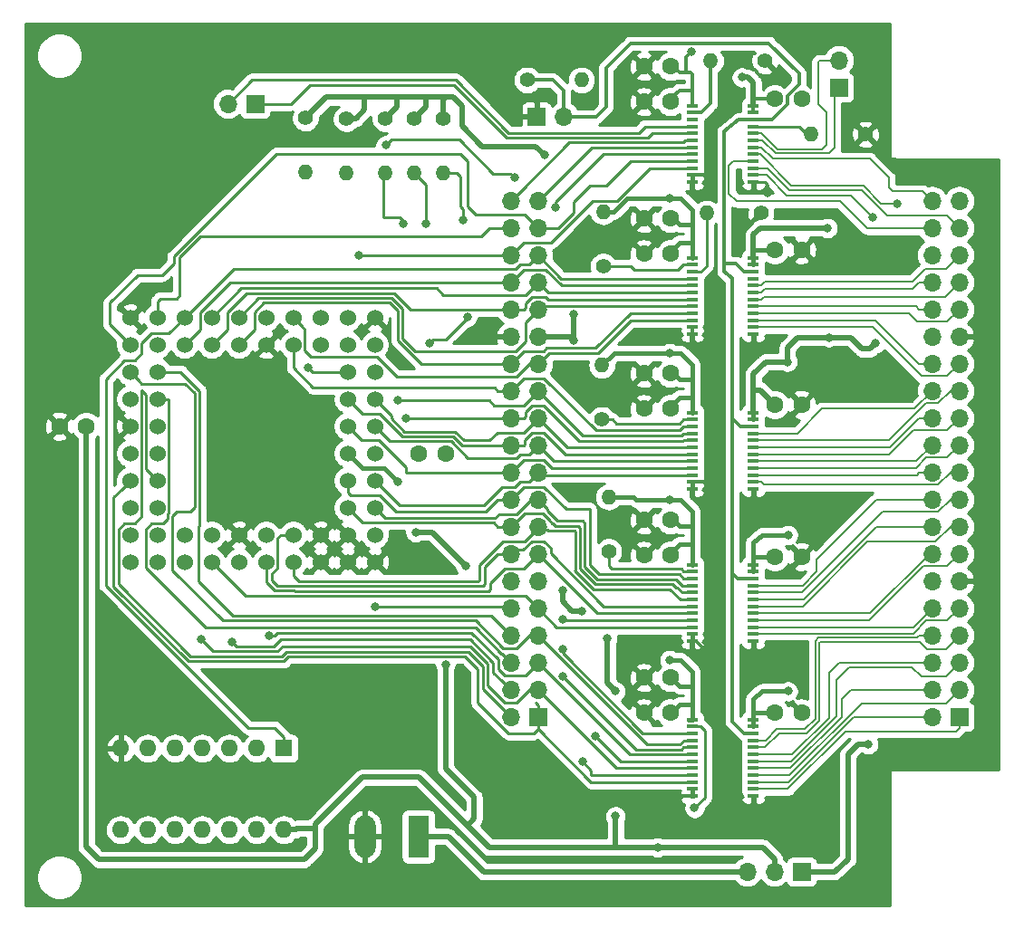
<source format=gbr>
G04 #@! TF.GenerationSoftware,KiCad,Pcbnew,(5.1.4)-1*
G04 #@! TF.CreationDate,2019-09-23T20:10:06+02:00*
G04 #@! TF.ProjectId,Konami-2_DE10Nano_adapter,4b6f6e61-6d69-42d3-925f-444531304e61,1.1*
G04 #@! TF.SameCoordinates,Original*
G04 #@! TF.FileFunction,Copper,L1,Top*
G04 #@! TF.FilePolarity,Positive*
%FSLAX46Y46*%
G04 Gerber Fmt 4.6, Leading zero omitted, Abs format (unit mm)*
G04 Created by KiCad (PCBNEW (5.1.4)-1) date 2019-09-23 20:10:06*
%MOMM*%
%LPD*%
G04 APERTURE LIST*
%ADD10O,1.600000X1.600000*%
%ADD11R,1.600000X1.600000*%
%ADD12O,1.980000X3.960000*%
%ADD13R,1.980000X3.960000*%
%ADD14O,1.700000X1.700000*%
%ADD15R,1.700000X1.700000*%
%ADD16C,1.524000*%
%ADD17C,1.600000*%
%ADD18C,1.400000*%
%ADD19O,1.400000X1.400000*%
%ADD20R,1.100000X0.400000*%
%ADD21C,0.800000*%
%ADD22C,0.508000*%
%ADD23C,0.406400*%
%ADD24C,0.304800*%
%ADD25C,0.254000*%
%ADD26C,0.203200*%
G04 APERTURE END LIST*
D10*
X189865000Y-120015000D03*
X174625000Y-112395000D03*
X187325000Y-120015000D03*
X177165000Y-112395000D03*
X184785000Y-120015000D03*
X179705000Y-112395000D03*
X182245000Y-120015000D03*
X182245000Y-112395000D03*
X179705000Y-120015000D03*
X184785000Y-112395000D03*
X177165000Y-120015000D03*
X187325000Y-112395000D03*
X174625000Y-120015000D03*
D11*
X189865000Y-112395000D03*
D12*
X197438000Y-120650000D03*
D13*
X202438000Y-120650000D03*
D14*
X211074000Y-61214000D03*
X213614000Y-61214000D03*
X211074000Y-63754000D03*
X213614000Y-63754000D03*
X211074000Y-66294000D03*
X213614000Y-66294000D03*
X211074000Y-68834000D03*
X213614000Y-68834000D03*
X211074000Y-71374000D03*
X213614000Y-71374000D03*
X211074000Y-73914000D03*
X213614000Y-73914000D03*
X211074000Y-76454000D03*
X213614000Y-76454000D03*
X211074000Y-78994000D03*
X213614000Y-78994000D03*
X211074000Y-81534000D03*
X213614000Y-81534000D03*
X211074000Y-84074000D03*
X213614000Y-84074000D03*
X211074000Y-86614000D03*
X213614000Y-86614000D03*
X211074000Y-89154000D03*
X213614000Y-89154000D03*
X211074000Y-91694000D03*
X213614000Y-91694000D03*
X211074000Y-94234000D03*
X213614000Y-94234000D03*
X211074000Y-96774000D03*
X213614000Y-96774000D03*
X211074000Y-99314000D03*
X213614000Y-99314000D03*
X211074000Y-101854000D03*
X213614000Y-101854000D03*
X211074000Y-104394000D03*
X213614000Y-104394000D03*
X211074000Y-106934000D03*
X213614000Y-106934000D03*
X211074000Y-109474000D03*
D15*
X213614000Y-109474000D03*
D14*
X241744500Y-48069500D03*
D15*
X241744500Y-50609500D03*
X187198000Y-52133500D03*
D14*
X184658000Y-52133500D03*
X233172000Y-123952000D03*
X235712000Y-123952000D03*
D15*
X238252000Y-123952000D03*
D14*
X216027000Y-53340000D03*
D15*
X213487000Y-53340000D03*
D16*
X198374000Y-72136000D03*
X195834000Y-72136000D03*
X193294000Y-72136000D03*
X190754000Y-72136000D03*
X188214000Y-72136000D03*
X185674000Y-72136000D03*
X183134000Y-72136000D03*
X180594000Y-72136000D03*
X178054000Y-72136000D03*
X175514000Y-72136000D03*
X175514000Y-74676000D03*
X175514000Y-77216000D03*
X175514000Y-79756000D03*
X175514000Y-82296000D03*
X175514000Y-84836000D03*
X175514000Y-87376000D03*
X175514000Y-89916000D03*
X175514000Y-92456000D03*
X175514000Y-94996000D03*
X178054000Y-94996000D03*
X180594000Y-94996000D03*
X183134000Y-94996000D03*
X185674000Y-94996000D03*
X188214000Y-94996000D03*
X190754000Y-94996000D03*
X193294000Y-94996000D03*
X195834000Y-94996000D03*
X198374000Y-94996000D03*
X198374000Y-92456000D03*
X198374000Y-89916000D03*
X198374000Y-87376000D03*
X198374000Y-84836000D03*
X198374000Y-82296000D03*
X198374000Y-79756000D03*
X198374000Y-77216000D03*
X198374000Y-74676000D03*
X195834000Y-74676000D03*
X193294000Y-74676000D03*
X190754000Y-74676000D03*
X188214000Y-74676000D03*
X185674000Y-74676000D03*
X183134000Y-74676000D03*
X180594000Y-74676000D03*
X178054000Y-74676000D03*
X178054000Y-77216000D03*
X178054000Y-79756000D03*
X178054000Y-82296000D03*
X178054000Y-84836000D03*
X178054000Y-87376000D03*
X178054000Y-89916000D03*
X178054000Y-92456000D03*
X180594000Y-92456000D03*
X183134000Y-92456000D03*
X185674000Y-92456000D03*
X188214000Y-92456000D03*
X190754000Y-92456000D03*
X193294000Y-92456000D03*
X195834000Y-92456000D03*
X195834000Y-89916000D03*
X195834000Y-87376000D03*
X195834000Y-84836000D03*
X195834000Y-82296000D03*
X195834000Y-79756000D03*
X195834000Y-77216000D03*
D14*
X250444000Y-61214000D03*
X252984000Y-61214000D03*
X250444000Y-63754000D03*
X252984000Y-63754000D03*
X250444000Y-66294000D03*
X252984000Y-66294000D03*
X250444000Y-68834000D03*
X252984000Y-68834000D03*
X250444000Y-71374000D03*
X252984000Y-71374000D03*
X250444000Y-73914000D03*
X252984000Y-73914000D03*
X250444000Y-76454000D03*
X252984000Y-76454000D03*
X250444000Y-78994000D03*
X252984000Y-78994000D03*
X250444000Y-81534000D03*
X252984000Y-81534000D03*
X250444000Y-84074000D03*
X252984000Y-84074000D03*
X250444000Y-86614000D03*
X252984000Y-86614000D03*
X250444000Y-89154000D03*
X252984000Y-89154000D03*
X250444000Y-91694000D03*
X252984000Y-91694000D03*
X250444000Y-94234000D03*
X252984000Y-94234000D03*
X250444000Y-96774000D03*
X252984000Y-96774000D03*
X250444000Y-99314000D03*
X252984000Y-99314000D03*
X250444000Y-101854000D03*
X252984000Y-101854000D03*
X250444000Y-104394000D03*
X252984000Y-104394000D03*
X250444000Y-106934000D03*
X252984000Y-106934000D03*
X250444000Y-109474000D03*
D15*
X252984000Y-109474000D03*
D17*
X202478000Y-84836000D03*
X204978000Y-84836000D03*
X168910000Y-82296000D03*
X171410000Y-82296000D03*
X235752000Y-51689000D03*
X238252000Y-51689000D03*
X223520000Y-51943000D03*
X226020000Y-51943000D03*
X226020000Y-48641000D03*
X223520000Y-48641000D03*
X238252000Y-65786000D03*
X235752000Y-65786000D03*
X223520000Y-66167000D03*
X226020000Y-66167000D03*
X226020000Y-62865000D03*
X223520000Y-62865000D03*
X235752000Y-80264000D03*
X238252000Y-80264000D03*
X223520000Y-80645000D03*
X226020000Y-80645000D03*
X226020000Y-77343000D03*
X223520000Y-77343000D03*
X238252000Y-94488000D03*
X235752000Y-94488000D03*
X223520000Y-94361000D03*
X226020000Y-94361000D03*
X226020000Y-91059000D03*
X223520000Y-91059000D03*
X235752000Y-109093000D03*
X238252000Y-109093000D03*
X223520000Y-109093000D03*
X226020000Y-109093000D03*
X226020000Y-105791000D03*
X223520000Y-105791000D03*
D18*
X202057000Y-53530500D03*
D19*
X202057000Y-58610500D03*
X191897000Y-58547000D03*
D18*
X191897000Y-53467000D03*
X204787500Y-53530500D03*
D19*
X204787500Y-58610500D03*
X199326500Y-58610500D03*
D18*
X199326500Y-53530500D03*
D19*
X195707000Y-58610500D03*
D18*
X195707000Y-53530500D03*
X234823000Y-48133000D03*
D19*
X229743000Y-48133000D03*
X219710000Y-62230000D03*
D18*
X219710000Y-67310000D03*
X219583000Y-81661000D03*
D19*
X219583000Y-76581000D03*
D18*
X220218000Y-93980000D03*
D19*
X220218000Y-88900000D03*
X217678000Y-49911000D03*
D18*
X212598000Y-49911000D03*
D19*
X239141000Y-54991000D03*
D18*
X244221000Y-54991000D03*
X234442000Y-62357000D03*
D19*
X229362000Y-62357000D03*
D20*
X228036000Y-52305000D03*
X228036000Y-52955000D03*
X228036000Y-53605000D03*
X228036000Y-54255000D03*
X228036000Y-54905000D03*
X228036000Y-55555000D03*
X228036000Y-56205000D03*
X228036000Y-56855000D03*
X228036000Y-57505000D03*
X228036000Y-58155000D03*
X228036000Y-58805000D03*
X228036000Y-59455000D03*
X233736000Y-59455000D03*
X233736000Y-58805000D03*
X233736000Y-58155000D03*
X233736000Y-57505000D03*
X233736000Y-56855000D03*
X233736000Y-56205000D03*
X233736000Y-55555000D03*
X233736000Y-54905000D03*
X233736000Y-54255000D03*
X233736000Y-53605000D03*
X233736000Y-52955000D03*
X233736000Y-52305000D03*
X233736000Y-66529000D03*
X233736000Y-67179000D03*
X233736000Y-67829000D03*
X233736000Y-68479000D03*
X233736000Y-69129000D03*
X233736000Y-69779000D03*
X233736000Y-70429000D03*
X233736000Y-71079000D03*
X233736000Y-71729000D03*
X233736000Y-72379000D03*
X233736000Y-73029000D03*
X233736000Y-73679000D03*
X228036000Y-73679000D03*
X228036000Y-73029000D03*
X228036000Y-72379000D03*
X228036000Y-71729000D03*
X228036000Y-71079000D03*
X228036000Y-70429000D03*
X228036000Y-69779000D03*
X228036000Y-69129000D03*
X228036000Y-68479000D03*
X228036000Y-67829000D03*
X228036000Y-67179000D03*
X228036000Y-66529000D03*
X233736000Y-81007000D03*
X233736000Y-81657000D03*
X233736000Y-82307000D03*
X233736000Y-82957000D03*
X233736000Y-83607000D03*
X233736000Y-84257000D03*
X233736000Y-84907000D03*
X233736000Y-85557000D03*
X233736000Y-86207000D03*
X233736000Y-86857000D03*
X233736000Y-87507000D03*
X233736000Y-88157000D03*
X228036000Y-88157000D03*
X228036000Y-87507000D03*
X228036000Y-86857000D03*
X228036000Y-86207000D03*
X228036000Y-85557000D03*
X228036000Y-84907000D03*
X228036000Y-84257000D03*
X228036000Y-83607000D03*
X228036000Y-82957000D03*
X228036000Y-82307000D03*
X228036000Y-81657000D03*
X228036000Y-81007000D03*
X228036000Y-95231000D03*
X228036000Y-95881000D03*
X228036000Y-96531000D03*
X228036000Y-97181000D03*
X228036000Y-97831000D03*
X228036000Y-98481000D03*
X228036000Y-99131000D03*
X228036000Y-99781000D03*
X228036000Y-100431000D03*
X228036000Y-101081000D03*
X228036000Y-101731000D03*
X228036000Y-102381000D03*
X233736000Y-102381000D03*
X233736000Y-101731000D03*
X233736000Y-101081000D03*
X233736000Y-100431000D03*
X233736000Y-99781000D03*
X233736000Y-99131000D03*
X233736000Y-98481000D03*
X233736000Y-97831000D03*
X233736000Y-97181000D03*
X233736000Y-96531000D03*
X233736000Y-95881000D03*
X233736000Y-95231000D03*
X233736000Y-109709000D03*
X233736000Y-110359000D03*
X233736000Y-111009000D03*
X233736000Y-111659000D03*
X233736000Y-112309000D03*
X233736000Y-112959000D03*
X233736000Y-113609000D03*
X233736000Y-114259000D03*
X233736000Y-114909000D03*
X233736000Y-115559000D03*
X233736000Y-116209000D03*
X233736000Y-116859000D03*
X228036000Y-116859000D03*
X228036000Y-116209000D03*
X228036000Y-115559000D03*
X228036000Y-114909000D03*
X228036000Y-114259000D03*
X228036000Y-113609000D03*
X228036000Y-112959000D03*
X228036000Y-112309000D03*
X228036000Y-111659000D03*
X228036000Y-111009000D03*
X228036000Y-110359000D03*
X228036000Y-109709000D03*
D21*
X225933000Y-104140000D03*
X225933000Y-89154000D03*
X225933000Y-75438000D03*
X225933000Y-60960000D03*
X227965000Y-47244000D03*
X202184000Y-92202000D03*
X206883000Y-95377000D03*
X204978000Y-104559010D03*
X224790000Y-121666000D03*
X214200509Y-56944491D03*
X216916000Y-74256990D03*
X216916000Y-71806000D03*
X217678000Y-99568000D03*
X215900000Y-97663000D03*
X200533000Y-87503000D03*
X220091000Y-102108000D03*
X220853000Y-107061000D03*
X220853000Y-118745000D03*
X235077000Y-60452000D03*
X229743000Y-58801000D03*
X230251000Y-87503000D03*
X233172000Y-90678000D03*
X229489000Y-105029000D03*
X233172000Y-105029000D03*
X233172000Y-119507000D03*
X229997000Y-76073000D03*
X226568000Y-116840000D03*
X232918000Y-75057000D03*
X236982000Y-107061000D03*
X236982000Y-92456000D03*
X240792000Y-73977500D03*
X245173500Y-74549000D03*
X232664000Y-49657000D03*
X232664000Y-49657000D03*
X236918500Y-76263500D03*
X240665000Y-63754000D03*
X244475000Y-112014000D03*
X217805000Y-113665000D03*
X182118000Y-102235000D03*
X185039000Y-102489000D03*
X218954067Y-111245933D03*
X188468000Y-101854000D03*
X215906067Y-105657933D03*
X215906067Y-103117933D03*
X200533000Y-79883000D03*
X201295000Y-81534000D03*
X215900000Y-100354000D03*
X198374000Y-99187000D03*
X215265000Y-61849000D03*
X244856000Y-62738000D03*
X247142000Y-61468000D03*
X228250602Y-117983000D03*
X196850000Y-66294000D03*
X211455000Y-59055000D03*
X199390000Y-56007000D03*
X201041000Y-63373000D03*
X206629000Y-63027000D03*
X203454000Y-74549999D03*
X207010000Y-72101000D03*
X203136500Y-63373000D03*
X192151000Y-76835000D03*
D22*
X235712000Y-122749919D02*
X234628081Y-121666000D01*
X235712000Y-123952000D02*
X235712000Y-122749919D01*
X209042000Y-121666000D02*
X209042000Y-121666000D01*
X202692000Y-115316000D02*
X202478000Y-115102000D01*
X234628081Y-121666000D02*
X225552000Y-121666000D01*
D23*
X228036000Y-109709000D02*
X227686000Y-109709000D01*
X228036000Y-105227000D02*
X226949000Y-104140000D01*
X226949000Y-104140000D02*
X225933000Y-104140000D01*
D22*
X225933000Y-104140000D02*
X225933000Y-104140000D01*
D23*
X228002999Y-108293001D02*
X228036000Y-108260000D01*
X226819999Y-108293001D02*
X228002999Y-108293001D01*
X226020000Y-109093000D02*
X226819999Y-108293001D01*
X228036000Y-109709000D02*
X228036000Y-108260000D01*
X227875999Y-106590999D02*
X228036000Y-106751000D01*
X226819999Y-106590999D02*
X227875999Y-106590999D01*
X226020000Y-105791000D02*
X226819999Y-106590999D01*
X228036000Y-108260000D02*
X228036000Y-106751000D01*
X228036000Y-106751000D02*
X228036000Y-105227000D01*
X226819999Y-93307001D02*
X228002999Y-93307001D01*
X226020000Y-94107000D02*
X226819999Y-93307001D01*
X226020000Y-90805000D02*
X226819999Y-91604999D01*
X226819999Y-91604999D02*
X227875999Y-91604999D01*
X228036000Y-91765000D02*
X228036000Y-90241000D01*
X227875999Y-91604999D02*
X228036000Y-91765000D01*
X228036000Y-90241000D02*
X226949000Y-89154000D01*
X226949000Y-89154000D02*
X225933000Y-89154000D01*
D22*
X225933000Y-89154000D02*
X225933000Y-89154000D01*
D23*
X226020000Y-80391000D02*
X226819999Y-79591001D01*
X227875999Y-77888999D02*
X228036000Y-78049000D01*
D22*
X225933000Y-75438000D02*
X225933000Y-75438000D01*
D23*
X228036000Y-78049000D02*
X228036000Y-76525000D01*
X228036000Y-79558000D02*
X228036000Y-78049000D01*
X226020000Y-77089000D02*
X226819999Y-77888999D01*
X226819999Y-77888999D02*
X227875999Y-77888999D01*
X226949000Y-75438000D02*
X225933000Y-75438000D01*
X226819999Y-79591001D02*
X228002999Y-79591001D01*
X228036000Y-76525000D02*
X226949000Y-75438000D01*
X228036000Y-81007000D02*
X228036000Y-79558000D01*
X228002999Y-79591001D02*
X228036000Y-79558000D01*
D22*
X225933000Y-60960000D02*
X225933000Y-60960000D01*
D23*
X226819999Y-63410999D02*
X227875999Y-63410999D01*
X226020000Y-62611000D02*
X226819999Y-63410999D01*
X226949000Y-60960000D02*
X225933000Y-60960000D01*
X226819999Y-65113001D02*
X228002999Y-65113001D01*
X226020000Y-65913000D02*
X226819999Y-65113001D01*
X228036000Y-65080000D02*
X228036000Y-63571000D01*
X228002999Y-65113001D02*
X228036000Y-65080000D01*
X228036000Y-62047000D02*
X226949000Y-60960000D01*
X227875999Y-63410999D02*
X228036000Y-63571000D01*
X228036000Y-66529000D02*
X228036000Y-65080000D01*
X228036000Y-63571000D02*
X228036000Y-62047000D01*
D24*
X226020000Y-48387000D02*
X226819999Y-49186999D01*
X228036000Y-50856000D02*
X228036000Y-49347000D01*
X228036000Y-52305000D02*
X228036000Y-50856000D01*
X226819999Y-50889001D02*
X228002999Y-50889001D01*
X226020000Y-51689000D02*
X226819999Y-50889001D01*
X228002999Y-50889001D02*
X228036000Y-50856000D01*
X227875999Y-49186999D02*
X228036000Y-49347000D01*
D23*
X225933000Y-89154000D02*
X222758000Y-89154000D01*
D24*
X227419001Y-47789999D02*
X227965000Y-47244000D01*
X227419001Y-49186999D02*
X227419001Y-47789999D01*
X227419001Y-49186999D02*
X227875999Y-49186999D01*
X226819999Y-49186999D02*
X227419001Y-49186999D01*
D23*
X220726000Y-75438000D02*
X225933000Y-75438000D01*
X219583000Y-76581000D02*
X220726000Y-75438000D01*
X225367315Y-60960000D02*
X225933000Y-60960000D01*
X221969949Y-60960000D02*
X225367315Y-60960000D01*
X220699949Y-62230000D02*
X221969949Y-60960000D01*
X219710000Y-62230000D02*
X220699949Y-62230000D01*
D22*
X171410000Y-111212000D02*
X171410000Y-82296000D01*
X202478000Y-115102000D02*
X197191000Y-115102000D01*
X197191000Y-115102000D02*
X192786000Y-119507000D01*
X192786000Y-121793000D02*
X191770000Y-122809000D01*
X171410000Y-121626000D02*
X171410000Y-111212000D01*
X191770000Y-122809000D02*
X172593000Y-122809000D01*
X172593000Y-122809000D02*
X171410000Y-121626000D01*
X191123370Y-119888000D02*
X192786000Y-119888000D01*
X190996370Y-120015000D02*
X191123370Y-119888000D01*
X189865000Y-120015000D02*
X190996370Y-120015000D01*
X192786000Y-119507000D02*
X192786000Y-119888000D01*
X192786000Y-119888000D02*
X192786000Y-121793000D01*
D23*
X222504000Y-88900000D02*
X220218000Y-88900000D01*
X222758000Y-89154000D02*
X222504000Y-88900000D01*
D22*
X213360000Y-56134000D02*
X208407000Y-56134000D01*
X208407000Y-56134000D02*
X206502000Y-54229000D01*
X206502000Y-54229000D02*
X206502000Y-52324000D01*
X206502000Y-52324000D02*
X205676500Y-51498500D01*
X197421500Y-52705000D02*
X196596000Y-53530500D01*
X197421500Y-51498500D02*
X197421500Y-52705000D01*
X200406000Y-52451000D02*
X199326500Y-53530500D01*
X200406000Y-51498500D02*
X200406000Y-52451000D01*
X200406000Y-51498500D02*
X197421500Y-51498500D01*
X203136500Y-52451000D02*
X202057000Y-53530500D01*
X203136500Y-51498500D02*
X203136500Y-52451000D01*
X203136500Y-51498500D02*
X200406000Y-51498500D01*
X204787500Y-51752500D02*
X204787500Y-53530500D01*
X205041500Y-51498500D02*
X204787500Y-51752500D01*
X205041500Y-51498500D02*
X203136500Y-51498500D01*
X205676500Y-51498500D02*
X205041500Y-51498500D01*
X202184000Y-92202000D02*
X203708000Y-92202000D01*
X203708000Y-92202000D02*
X206883000Y-95377000D01*
X204978000Y-104559010D02*
X204978000Y-114300000D01*
X204978000Y-114300000D02*
X207645000Y-116967000D01*
X218694000Y-121666000D02*
X214757000Y-121666000D01*
X214757000Y-121666000D02*
X209042000Y-121666000D01*
X216916000Y-121666000D02*
X214757000Y-121666000D01*
X218694000Y-121666000D02*
X216916000Y-121666000D01*
X207645000Y-118999000D02*
X207010000Y-119634000D01*
X207645000Y-116967000D02*
X207645000Y-118999000D01*
X209042000Y-121666000D02*
X207010000Y-119634000D01*
X207010000Y-119634000D02*
X202692000Y-115316000D01*
X192786000Y-119888000D02*
X192786000Y-119888000D01*
X214200509Y-56944491D02*
X213360000Y-56134000D01*
X225552000Y-121666000D02*
X220853000Y-121666000D01*
X220853000Y-121666000D02*
X218694000Y-121666000D01*
X217678000Y-99568000D02*
X216789000Y-99568000D01*
X215900000Y-98679000D02*
X215900000Y-97663000D01*
X216789000Y-99568000D02*
X215900000Y-98679000D01*
D23*
X197208799Y-86210799D02*
X199240799Y-86210799D01*
X195834000Y-84836000D02*
X197208799Y-86210799D01*
X199240799Y-86210799D02*
X200533000Y-87503000D01*
D22*
X220091000Y-102108000D02*
X220091000Y-106299000D01*
X220091000Y-106299000D02*
X220853000Y-107061000D01*
X220853000Y-121666000D02*
X220853000Y-118745000D01*
X196596000Y-53530500D02*
X195707000Y-53530500D01*
X193865500Y-51498500D02*
X191897000Y-53467000D01*
X197421500Y-51498500D02*
X193865500Y-51498500D01*
D23*
X228036000Y-93274000D02*
X228036000Y-91765000D01*
X228036000Y-95231000D02*
X228036000Y-93274000D01*
D22*
X216916000Y-71806000D02*
X216916000Y-74256990D01*
X216573010Y-73914000D02*
X216916000Y-74256990D01*
X213614000Y-73914000D02*
X216573010Y-73914000D01*
D23*
X228036000Y-87507000D02*
X228036000Y-88157000D01*
X228036000Y-101731000D02*
X228036000Y-102381000D01*
X228036000Y-116209000D02*
X228036000Y-116859000D01*
X228036000Y-58805000D02*
X228036000Y-59455000D01*
D25*
X233736000Y-59455000D02*
X234842000Y-59455000D01*
X235077000Y-59690000D02*
X235077000Y-60452000D01*
X234842000Y-59455000D02*
X235077000Y-59690000D01*
D24*
X228036000Y-73029000D02*
X228036000Y-73679000D01*
X228036000Y-74183800D02*
X229235000Y-75382800D01*
X228036000Y-73679000D02*
X228036000Y-74183800D01*
X229235000Y-75382800D02*
X229235000Y-75946000D01*
X229362000Y-76073000D02*
X229997000Y-76073000D01*
X229235000Y-75946000D02*
X229362000Y-76073000D01*
X233736000Y-90114000D02*
X233172000Y-90678000D01*
X233736000Y-88157000D02*
X233736000Y-90114000D01*
X233736000Y-104465000D02*
X233172000Y-105029000D01*
X233736000Y-102381000D02*
X233736000Y-104465000D01*
X233736000Y-118943000D02*
X233172000Y-119507000D01*
X233736000Y-116859000D02*
X233736000Y-118943000D01*
X226587000Y-116859000D02*
X228036000Y-116859000D01*
D22*
X226568000Y-116840000D02*
X226587000Y-116859000D01*
D24*
X228386000Y-102381000D02*
X228036000Y-102381000D01*
X229489000Y-103484000D02*
X228386000Y-102381000D01*
X229489000Y-105029000D02*
X229489000Y-103484000D01*
X230247000Y-87507000D02*
X230251000Y-87503000D01*
X228036000Y-87507000D02*
X230247000Y-87507000D01*
X228040000Y-58801000D02*
X228036000Y-58805000D01*
X229743000Y-58801000D02*
X228040000Y-58801000D01*
D25*
X233736000Y-74133000D02*
X233743500Y-74140500D01*
X233736000Y-73679000D02*
X233736000Y-74133000D01*
X233743500Y-74231500D02*
X232918000Y-75057000D01*
X233743500Y-74140500D02*
X233743500Y-74231500D01*
D24*
X233736000Y-52955000D02*
X233736000Y-52305000D01*
D23*
X233736000Y-66529000D02*
X233736000Y-67179000D01*
X233736000Y-81657000D02*
X233736000Y-81007000D01*
X233736000Y-95881000D02*
X233736000Y-95231000D01*
X233736000Y-110359000D02*
X233736000Y-109709000D01*
X233792000Y-109093000D02*
X235752000Y-109093000D01*
X233736000Y-109037000D02*
X233792000Y-109093000D01*
X233736000Y-108133000D02*
X233736000Y-109037000D01*
X233736000Y-107767000D02*
X233736000Y-108133000D01*
X236982000Y-107061000D02*
X234569000Y-107061000D01*
X234569000Y-107061000D02*
X233736000Y-107767000D01*
X236982000Y-92456000D02*
X234569000Y-92456000D01*
X234569000Y-92456000D02*
X233736000Y-93162000D01*
X233736000Y-93528000D02*
X233736000Y-94432000D01*
X233736000Y-93162000D02*
X233736000Y-93528000D01*
X233792000Y-94488000D02*
X235752000Y-94488000D01*
X233736000Y-94432000D02*
X233736000Y-95104000D01*
D22*
X233736000Y-78938000D02*
X233736000Y-79304000D01*
X233736000Y-80208000D02*
X233736000Y-80880000D01*
D23*
X233792000Y-65786000D02*
X235752000Y-65786000D01*
D24*
X233792000Y-51689000D02*
X235752000Y-51689000D01*
D22*
X233736000Y-79304000D02*
X233736000Y-80081000D01*
X233736000Y-80081000D02*
X233736000Y-80208000D01*
D23*
X235427000Y-79939000D02*
X235752000Y-80264000D01*
X233736000Y-109709000D02*
X233736000Y-109037000D01*
D22*
X242824000Y-73977500D02*
X240792000Y-73977500D01*
X243903500Y-75057000D02*
X242824000Y-73977500D01*
X245173500Y-74549000D02*
X244665500Y-75057000D01*
X244665500Y-75057000D02*
X243903500Y-75057000D01*
X233736000Y-50163315D02*
X233736000Y-52305000D01*
X232664000Y-49657000D02*
X233229685Y-49657000D01*
X233229685Y-49657000D02*
X233736000Y-50163315D01*
X233736000Y-77414000D02*
X233736000Y-78938000D01*
X236918500Y-76263500D02*
X234886500Y-76263500D01*
X234886500Y-76263500D02*
X233736000Y-77414000D01*
X234426000Y-78938000D02*
X235752000Y-80264000D01*
X233736000Y-78938000D02*
X234426000Y-78938000D01*
X236918500Y-74930000D02*
X236918500Y-76263500D01*
X240792000Y-73977500D02*
X237871000Y-73977500D01*
X237871000Y-73977500D02*
X236918500Y-74930000D01*
X233736000Y-64396500D02*
X233736000Y-66529000D01*
X240665000Y-63754000D02*
X234378500Y-63754000D01*
X234378500Y-63754000D02*
X233736000Y-64396500D01*
X208534000Y-123952000D02*
X233172000Y-123952000D01*
X202438000Y-120650000D02*
X205232000Y-120650000D01*
X205232000Y-120650000D02*
X208534000Y-123952000D01*
X242570000Y-122809000D02*
X242570000Y-112966500D01*
X238252000Y-123952000D02*
X241300000Y-123952000D01*
X241300000Y-123952000D02*
X242570000Y-122809000D01*
X243522500Y-112014000D02*
X242570000Y-112966500D01*
X244475000Y-112014000D02*
X243522500Y-112014000D01*
D25*
X213614000Y-110578000D02*
X213614000Y-109474000D01*
X218595000Y-115559000D02*
X213614000Y-110578000D01*
X228036000Y-115559000D02*
X218595000Y-115559000D01*
X213614000Y-109474000D02*
X213614000Y-108370000D01*
X213614000Y-108370000D02*
X213355001Y-108111001D01*
X173970989Y-88919011D02*
X174752001Y-88137999D01*
X180967933Y-104267000D02*
X173970989Y-97270056D01*
X189872066Y-104267000D02*
X180967933Y-104267000D01*
X190307056Y-103832010D02*
X189872066Y-104267000D01*
X173970989Y-97270056D02*
X173970989Y-88919011D01*
X213614000Y-110578000D02*
X213194000Y-110998000D01*
X213194000Y-110998000D02*
X210856038Y-110998000D01*
X174752001Y-88137999D02*
X175514000Y-87376000D01*
X210856038Y-110998000D02*
X208006980Y-108148942D01*
X208006980Y-108148942D02*
X208006980Y-105009980D01*
X208006980Y-105009980D02*
X206829010Y-103832010D01*
X206829010Y-103832010D02*
X190307056Y-103832010D01*
X174424999Y-91933279D02*
X174424999Y-97081999D01*
X174991279Y-91366999D02*
X174424999Y-91933279D01*
X176964999Y-86286999D02*
X176964999Y-79309065D01*
X178054000Y-87376000D02*
X176964999Y-86286999D01*
X176964999Y-79309065D02*
X176603001Y-78947067D01*
X176603001Y-78947067D02*
X176603001Y-90724933D01*
X176603001Y-90724933D02*
X175960935Y-91366999D01*
X175960935Y-91366999D02*
X174991279Y-91366999D01*
X181140019Y-103797019D02*
X189699981Y-103797019D01*
X174424999Y-97081999D02*
X181140019Y-103797019D01*
X189699981Y-103797019D02*
X190119000Y-103378000D01*
X190119000Y-103378000D02*
X207122868Y-103378000D01*
X207122868Y-103378000D02*
X208460990Y-104716122D01*
X208460990Y-106860990D02*
X211074000Y-109474000D01*
X208460990Y-104716122D02*
X208460990Y-106860990D01*
X218587066Y-114447066D02*
X217805000Y-113665000D01*
X228036000Y-114909000D02*
X218587066Y-114909000D01*
X218587066Y-114909000D02*
X218587066Y-114447066D01*
X220939000Y-114259000D02*
X213614000Y-106934000D01*
X228036000Y-114259000D02*
X220939000Y-114259000D01*
X183226009Y-103343009D02*
X182118000Y-102235000D01*
X189264991Y-103343009D02*
X183226009Y-103343009D01*
X212815962Y-106934000D02*
X211638961Y-108111001D01*
X213614000Y-106934000D02*
X212815962Y-106934000D01*
X211638961Y-108111001D02*
X210509039Y-108111001D01*
X189738000Y-102870000D02*
X189264991Y-103343009D01*
X207256934Y-102870000D02*
X189738000Y-102870000D01*
X210509039Y-108111001D02*
X208915000Y-106516962D01*
X208915000Y-106516962D02*
X208915000Y-104528066D01*
X208915000Y-104528066D02*
X207256934Y-102870000D01*
X185438999Y-102888999D02*
X188957001Y-102888999D01*
X185039000Y-102489000D02*
X185438999Y-102888999D01*
X189611000Y-102235000D02*
X207264000Y-102235000D01*
X188957001Y-102888999D02*
X189611000Y-102235000D01*
X210224001Y-106084001D02*
X211074000Y-106934000D01*
X209442989Y-105302989D02*
X210224001Y-106084001D01*
X209442989Y-104413989D02*
X209442989Y-105302989D01*
X207264000Y-102235000D02*
X209442989Y-104413989D01*
X218954067Y-111245933D02*
X221317134Y-113609000D01*
X221317134Y-113609000D02*
X228036000Y-113609000D01*
X222179000Y-112959000D02*
X213614000Y-104394000D01*
X228036000Y-112959000D02*
X222179000Y-112959000D01*
X189033685Y-101854000D02*
X189287685Y-101600000D01*
X188468000Y-101854000D02*
X189033685Y-101854000D01*
X189287685Y-101600000D02*
X207391000Y-101600000D01*
X212764001Y-105243999D02*
X213614000Y-104394000D01*
X212436999Y-105571001D02*
X212764001Y-105243999D01*
X210509039Y-105571001D02*
X212436999Y-105571001D01*
X209896999Y-104958961D02*
X210509039Y-105571001D01*
X209896999Y-104105999D02*
X209896999Y-104958961D01*
X207391000Y-101600000D02*
X209896999Y-104105999D01*
X227232000Y-112309000D02*
X227036010Y-112504990D01*
X228036000Y-112309000D02*
X227232000Y-112309000D01*
X227036010Y-112504990D02*
X222753124Y-112504990D01*
X222753124Y-112504990D02*
X215906067Y-105657933D01*
X176964999Y-95518721D02*
X182538278Y-101092000D01*
X176964999Y-91933279D02*
X176964999Y-95518721D01*
X177531279Y-91366999D02*
X176964999Y-91933279D01*
X178576721Y-91366999D02*
X177531279Y-91366999D01*
X178054000Y-79756000D02*
X179131630Y-79756000D01*
X179143001Y-79767371D02*
X179143001Y-90343932D01*
X182538278Y-101092000D02*
X207764934Y-101092000D01*
X179143001Y-90343932D02*
X178996990Y-90489943D01*
X178996990Y-90489943D02*
X178996990Y-90946730D01*
X179131630Y-79756000D02*
X179143001Y-79767371D01*
X178996990Y-90946730D02*
X178576721Y-91366999D01*
X210224001Y-103544001D02*
X211074000Y-104394000D01*
X210216935Y-103544001D02*
X210224001Y-103544001D01*
X207764934Y-101092000D02*
X210216935Y-103544001D01*
X227239933Y-111659000D02*
X226847953Y-112050980D01*
X228036000Y-111659000D02*
X227239933Y-111659000D01*
X223810980Y-112050980D02*
X215900000Y-104140000D01*
X226847953Y-112050980D02*
X223810980Y-112050980D01*
X215900000Y-104140000D02*
X213614000Y-101854000D01*
X176275999Y-77977999D02*
X175514000Y-77216000D01*
X176603001Y-78305001D02*
X176275999Y-77977999D01*
X181536990Y-79174990D02*
X180667001Y-78305001D01*
X179832000Y-90297000D02*
X181102000Y-90297000D01*
X179451000Y-95758000D02*
X179451000Y-90678000D01*
X212815962Y-101854000D02*
X211638961Y-103031001D01*
X181102000Y-90297000D02*
X181536990Y-89862010D01*
X213614000Y-101854000D02*
X212815962Y-101854000D01*
X179451000Y-90678000D02*
X179832000Y-90297000D01*
X211638961Y-103031001D02*
X210346001Y-103031001D01*
X210346001Y-103031001D02*
X207772000Y-100457000D01*
X181536990Y-89862010D02*
X181536990Y-79174990D01*
X207772000Y-100457000D02*
X184150000Y-100457000D01*
X180667001Y-78305001D02*
X176603001Y-78305001D01*
X184150000Y-100457000D02*
X179451000Y-95758000D01*
X215906067Y-103147029D02*
X215906067Y-103117933D01*
X185092990Y-100002990D02*
X209222990Y-100002990D01*
X180220067Y-77216000D02*
X181991000Y-78986933D01*
X209222990Y-100002990D02*
X211074000Y-101854000D01*
X178054000Y-77216000D02*
X180220067Y-77216000D01*
X181991000Y-78986933D02*
X181991000Y-91567000D01*
X181991000Y-91567000D02*
X181864000Y-91694000D01*
X181864000Y-91694000D02*
X181864000Y-96774000D01*
X181864000Y-96774000D02*
X185092990Y-100002990D01*
X215906067Y-103498933D02*
X215906067Y-103117933D01*
X215903533Y-103501467D02*
X215906067Y-103498933D01*
X228036000Y-111009000D02*
X223411066Y-111009000D01*
X223411066Y-111009000D02*
X215903533Y-103501467D01*
X214559000Y-69779000D02*
X213614000Y-68834000D01*
X228036000Y-69779000D02*
X214559000Y-69779000D01*
X212764001Y-69683999D02*
X213614000Y-68834000D01*
X212436999Y-70011001D02*
X212764001Y-69683999D01*
X204758001Y-70011001D02*
X212436999Y-70011001D01*
X204123970Y-69376970D02*
X204758001Y-70011001D01*
X185893030Y-69376970D02*
X204123970Y-69376970D01*
X183134000Y-72136000D02*
X185893030Y-69376970D01*
X212309999Y-71374000D02*
X211074000Y-71374000D01*
X214566933Y-70429000D02*
X214334932Y-70196999D01*
X228036000Y-70429000D02*
X214566933Y-70429000D01*
X213049039Y-70196999D02*
X212436999Y-70809039D01*
X214334932Y-70196999D02*
X213049039Y-70196999D01*
X212436999Y-70809039D02*
X212436999Y-71247000D01*
X212436999Y-71247000D02*
X212309999Y-71374000D01*
X201690134Y-71374000D02*
X211074000Y-71374000D01*
X200147114Y-69830980D02*
X201690134Y-71374000D01*
X186367298Y-69830980D02*
X200147114Y-69830980D01*
X184584999Y-71613279D02*
X186367298Y-69830980D01*
X183134000Y-74676000D02*
X184584999Y-73225001D01*
X184584999Y-73225001D02*
X184584999Y-71613279D01*
X213909000Y-71079000D02*
X213614000Y-71374000D01*
X228036000Y-71079000D02*
X213909000Y-71079000D01*
X199959057Y-70284990D02*
X200987010Y-71312943D01*
X185674000Y-72136000D02*
X187525010Y-70284990D01*
X187525010Y-70284990D02*
X199959057Y-70284990D01*
X200987010Y-71312943D02*
X200987010Y-74106944D01*
X212764001Y-72223999D02*
X213614000Y-71374000D01*
X212436999Y-72551001D02*
X212764001Y-72223999D01*
X212436999Y-74329001D02*
X212436999Y-72551001D01*
X211489001Y-75276999D02*
X212436999Y-74329001D01*
X202157065Y-75276999D02*
X211489001Y-75276999D01*
X200987010Y-74106944D02*
X202157065Y-75276999D01*
X228036000Y-71729000D02*
X222264976Y-71729000D01*
X219009986Y-74983990D02*
X214441943Y-74983990D01*
X222264976Y-71729000D02*
X219009986Y-74983990D01*
X211923999Y-75604001D02*
X211074000Y-76454000D01*
X212251001Y-75276999D02*
X211923999Y-75604001D01*
X214148934Y-75276999D02*
X212251001Y-75276999D01*
X214441943Y-74983990D02*
X214148934Y-75276999D01*
X200533000Y-74295000D02*
X202692000Y-76454000D01*
X187124999Y-73225001D02*
X187124999Y-71613279D01*
X185674000Y-74676000D02*
X187124999Y-73225001D01*
X202692000Y-76454000D02*
X211074000Y-76454000D01*
X187124999Y-71613279D02*
X187999278Y-70739000D01*
X187999278Y-70739000D02*
X199771000Y-70739000D01*
X199771000Y-70739000D02*
X200533000Y-71501000D01*
X200533000Y-71501000D02*
X200533000Y-74295000D01*
X222265038Y-72379000D02*
X219206038Y-75438000D01*
X228036000Y-72379000D02*
X222265038Y-72379000D01*
X214630000Y-75438000D02*
X213614000Y-76454000D01*
X219206038Y-75438000D02*
X214630000Y-75438000D01*
X191843001Y-73225001D02*
X191515999Y-72897999D01*
X191515999Y-72897999D02*
X190754000Y-72136000D01*
X191843001Y-75198721D02*
X191843001Y-73225001D01*
X192409281Y-75765001D02*
X191843001Y-75198721D01*
X198534723Y-75765001D02*
X192409281Y-75765001D01*
X200400723Y-77631001D02*
X198534723Y-75765001D01*
X211638961Y-77631001D02*
X200400723Y-77631001D01*
X212815962Y-76454000D02*
X211638961Y-77631001D01*
X213614000Y-76454000D02*
X212815962Y-76454000D01*
X211923999Y-78144001D02*
X211074000Y-78994000D01*
X212251001Y-77816999D02*
X211923999Y-78144001D01*
X219049963Y-82688001D02*
X214178961Y-77816999D01*
X226850999Y-82688001D02*
X219049963Y-82688001D01*
X227232000Y-82307000D02*
X226850999Y-82688001D01*
X214178961Y-77816999D02*
X212251001Y-77816999D01*
X228036000Y-82307000D02*
X227232000Y-82307000D01*
X209544918Y-78666999D02*
X192605001Y-78666999D01*
X211074000Y-78994000D02*
X209871919Y-78994000D01*
X209871919Y-78994000D02*
X209544918Y-78666999D01*
X190754000Y-76815998D02*
X190754000Y-74676000D01*
X192605001Y-78666999D02*
X190754000Y-76815998D01*
X227232000Y-82957000D02*
X227004000Y-83185000D01*
X228036000Y-82957000D02*
X227232000Y-82957000D01*
X217805000Y-83185000D02*
X213614000Y-78994000D01*
X227004000Y-83185000D02*
X217805000Y-83185000D01*
X200533000Y-79883000D02*
X209042000Y-79883000D01*
X212764001Y-79843999D02*
X213614000Y-78994000D01*
X209042000Y-79883000D02*
X209515999Y-80356999D01*
X209515999Y-80356999D02*
X212251001Y-80356999D01*
X212251001Y-80356999D02*
X212764001Y-79843999D01*
X212276081Y-81534000D02*
X211074000Y-81534000D01*
X212436999Y-81373082D02*
X212276081Y-81534000D01*
X212436999Y-80969039D02*
X212436999Y-81373082D01*
X228036000Y-83607000D02*
X227232000Y-83607000D01*
X227232000Y-83607000D02*
X227199990Y-83639010D01*
X227199990Y-83639010D02*
X217460972Y-83639010D01*
X217460972Y-83639010D02*
X214178961Y-80356999D01*
X214178961Y-80356999D02*
X213049039Y-80356999D01*
X213049039Y-80356999D02*
X212436999Y-80969039D01*
X211074000Y-81534000D02*
X201295000Y-81534000D01*
X216337000Y-84257000D02*
X213614000Y-81534000D01*
X228036000Y-84257000D02*
X216337000Y-84257000D01*
X199898000Y-81280000D02*
X198374000Y-79756000D01*
X199898000Y-81566212D02*
X199898000Y-81280000D01*
X201116769Y-82784981D02*
X199898000Y-81566212D01*
X212251001Y-82896999D02*
X209838001Y-82896999D01*
X213614000Y-81534000D02*
X212251001Y-82896999D01*
X209838001Y-82896999D02*
X209115010Y-83619990D01*
X209115010Y-83619990D02*
X206714084Y-83619990D01*
X206714084Y-83619990D02*
X205879076Y-82784981D01*
X205879076Y-82784981D02*
X201116769Y-82784981D01*
X213049039Y-82896999D02*
X212344000Y-83602038D01*
X214178961Y-82896999D02*
X213049039Y-82896999D01*
X228036000Y-84907000D02*
X216188962Y-84907000D01*
X216188962Y-84907000D02*
X214178961Y-82896999D01*
X212276081Y-84074000D02*
X211074000Y-84074000D01*
X212344000Y-84006081D02*
X212276081Y-84074000D01*
X212344000Y-83602038D02*
X212344000Y-84006081D01*
X206526028Y-84074000D02*
X205691019Y-83238991D01*
X211074000Y-84074000D02*
X206526028Y-84074000D01*
X200928713Y-83238991D02*
X198842722Y-81153000D01*
X205691019Y-83238991D02*
X200928713Y-83238991D01*
X197231000Y-81153000D02*
X195834000Y-79756000D01*
X198842722Y-81153000D02*
X197231000Y-81153000D01*
X215097000Y-85557000D02*
X213614000Y-84074000D01*
X228036000Y-85557000D02*
X215097000Y-85557000D01*
X207060963Y-85251001D02*
X205502962Y-83693000D01*
X211638961Y-85251001D02*
X207060963Y-85251001D01*
X211965963Y-84923999D02*
X211638961Y-85251001D01*
X213614000Y-84074000D02*
X212764001Y-84923999D01*
X212764001Y-84923999D02*
X211965963Y-84923999D01*
X199771000Y-83693000D02*
X198374000Y-82296000D01*
X205502962Y-83693000D02*
X199771000Y-83693000D01*
X211923999Y-85764001D02*
X211074000Y-86614000D01*
X212251001Y-85436999D02*
X211923999Y-85764001D01*
X214178961Y-85436999D02*
X212251001Y-85436999D01*
X214948962Y-86207000D02*
X214178961Y-85436999D01*
X228036000Y-86207000D02*
X214948962Y-86207000D01*
X211074000Y-86614000D02*
X201295000Y-86614000D01*
X201295000Y-86145278D02*
X198715722Y-83566000D01*
X201295000Y-86614000D02*
X201295000Y-86145278D01*
X197104000Y-83566000D02*
X195834000Y-82296000D01*
X198715722Y-83566000D02*
X197104000Y-83566000D01*
X213857000Y-86857000D02*
X213614000Y-86614000D01*
X228036000Y-86857000D02*
X213857000Y-86857000D01*
X211452963Y-87976999D02*
X210219001Y-87976999D01*
X211965963Y-87463999D02*
X211452963Y-87976999D01*
X213614000Y-86614000D02*
X212764001Y-87463999D01*
X212764001Y-87463999D02*
X211965963Y-87463999D01*
X199135999Y-88137999D02*
X198374000Y-87376000D01*
X200660000Y-89662000D02*
X199135999Y-88137999D01*
X208534000Y-89662000D02*
X200660000Y-89662000D01*
X210219001Y-87976999D02*
X208534000Y-89662000D01*
X218439999Y-95245961D02*
X218439999Y-90042999D01*
X219344039Y-96150001D02*
X218439999Y-95245961D01*
X226851001Y-96150001D02*
X219344039Y-96150001D01*
X228036000Y-96531000D02*
X227232000Y-96531000D01*
X227232000Y-96531000D02*
X226851001Y-96150001D01*
X211923999Y-88304001D02*
X211074000Y-89154000D01*
X212251001Y-87976999D02*
X211923999Y-88304001D01*
X214178961Y-87976999D02*
X212251001Y-87976999D01*
X216244961Y-90042999D02*
X214178961Y-87976999D01*
X218439999Y-90042999D02*
X216244961Y-90042999D01*
X195834000Y-88519000D02*
X195834000Y-87376000D01*
X209871919Y-89154000D02*
X208728919Y-90297000D01*
X208728919Y-90297000D02*
X200366722Y-90297000D01*
X200366722Y-90297000D02*
X198842722Y-88773000D01*
X198842722Y-88773000D02*
X196088000Y-88773000D01*
X211074000Y-89154000D02*
X209871919Y-89154000D01*
X196088000Y-88773000D02*
X195834000Y-88519000D01*
X228036000Y-97181000D02*
X227082980Y-97181000D01*
X219151944Y-96604011D02*
X217985991Y-95438058D01*
X227082980Y-97181000D02*
X226505991Y-96604011D01*
X226505991Y-96604011D02*
X219151944Y-96604011D01*
X217985991Y-95438058D02*
X217985990Y-91374056D01*
X214463999Y-90003999D02*
X213614000Y-89154000D01*
X214463999Y-90190961D02*
X214463999Y-90003999D01*
X215424039Y-91151001D02*
X214463999Y-90190961D01*
X217762935Y-91151001D02*
X215424039Y-91151001D01*
X217985990Y-91374056D02*
X217762935Y-91151001D01*
X209965001Y-90516999D02*
X209623010Y-90858990D01*
X211608935Y-90516999D02*
X209965001Y-90516999D01*
X213614000Y-89154000D02*
X212971934Y-89154000D01*
X212971934Y-89154000D02*
X211608935Y-90516999D01*
X199316990Y-90858990D02*
X198374000Y-89916000D01*
X209623010Y-90858990D02*
X199316990Y-90858990D01*
X227090913Y-97831000D02*
X226628970Y-97369056D01*
X228036000Y-97831000D02*
X227090913Y-97831000D01*
X226528056Y-97369056D02*
X226217021Y-97058021D01*
X226628970Y-97369056D02*
X226528056Y-97369056D01*
X218963887Y-97058021D02*
X218697934Y-96792067D01*
X226217021Y-97058021D02*
X218963887Y-97058021D01*
X218697934Y-96792067D02*
X217531982Y-95626114D01*
X217531982Y-91801982D02*
X217335011Y-91605011D01*
X217531982Y-95626114D02*
X217531982Y-91801982D01*
X215235982Y-91605011D02*
X214970029Y-91339058D01*
X217335011Y-91605011D02*
X215235982Y-91605011D01*
X214630000Y-90999028D02*
X214054972Y-90424000D01*
X214630000Y-91059000D02*
X214630000Y-90999028D01*
X214970029Y-91339058D02*
X214910058Y-91339058D01*
X214910058Y-91339058D02*
X214630000Y-91059000D01*
X212344000Y-90424000D02*
X211074000Y-91694000D01*
X214054972Y-90424000D02*
X212344000Y-90424000D01*
X209871919Y-91694000D02*
X209490919Y-91313000D01*
X211074000Y-91694000D02*
X209871919Y-91694000D01*
X197231000Y-91313000D02*
X195834000Y-89916000D01*
X209490919Y-91313000D02*
X197231000Y-91313000D01*
X214503000Y-91948000D02*
X213868000Y-91948000D01*
X214614021Y-92059021D02*
X214503000Y-91948000D01*
X217027021Y-92059021D02*
X214614021Y-92059021D01*
X217077972Y-92109972D02*
X217027021Y-92059021D01*
X213868000Y-91948000D02*
X213614000Y-91694000D01*
X217077972Y-95723028D02*
X217077972Y-92109972D01*
X228036000Y-98481000D02*
X226898436Y-98481000D01*
X226898436Y-98481000D02*
X225929503Y-97512067D01*
X225929503Y-97512067D02*
X218775829Y-97512029D01*
X218775829Y-97512029D02*
X217043000Y-95779200D01*
X217043000Y-95779200D02*
X217043000Y-95758000D01*
X217043000Y-95758000D02*
X217077972Y-95723028D01*
X190754000Y-96251866D02*
X190754000Y-94996000D01*
X191277103Y-96774969D02*
X190754000Y-96251866D01*
X208025031Y-96774969D02*
X191277103Y-96774969D01*
X213614000Y-91813933D02*
X212370934Y-93056999D01*
X213614000Y-91694000D02*
X213614000Y-91813933D01*
X212370934Y-93056999D02*
X210346001Y-93056999D01*
X210346001Y-93056999D02*
X208153000Y-95250000D01*
X208153000Y-95250000D02*
X208153000Y-96647000D01*
X208153000Y-96647000D02*
X208025031Y-96774969D01*
X214178961Y-93056999D02*
X213013001Y-93056999D01*
X214791001Y-93669039D02*
X214178961Y-93056999D01*
X214791001Y-94169267D02*
X214791001Y-93669039D01*
X228036000Y-99131000D02*
X219752734Y-99131000D01*
X219752734Y-99131000D02*
X214791001Y-94169267D01*
X213013001Y-93056999D02*
X212217000Y-93853000D01*
X211455000Y-93853000D02*
X211074000Y-94234000D01*
X212217000Y-93853000D02*
X211455000Y-93853000D01*
X189611000Y-92456000D02*
X190754000Y-92456000D01*
X189303001Y-92763999D02*
X189611000Y-92456000D01*
X188736721Y-96085001D02*
X189303001Y-95518721D01*
X189303001Y-95518721D02*
X189303001Y-92763999D01*
X188736721Y-96661721D02*
X188736721Y-96085001D01*
X189283990Y-97208990D02*
X188736721Y-96661721D01*
X191069057Y-97208990D02*
X189283990Y-97208990D01*
X211074000Y-94234000D02*
X209871919Y-94234000D01*
X209871919Y-94234000D02*
X208661000Y-95444919D01*
X208661000Y-95444919D02*
X208661000Y-97028000D01*
X208661000Y-97028000D02*
X208460021Y-97228979D01*
X208460021Y-97228979D02*
X191089046Y-97228979D01*
X191089046Y-97228979D02*
X191069057Y-97208990D01*
X219161000Y-99781000D02*
X213614000Y-94234000D01*
X228036000Y-99781000D02*
X219161000Y-99781000D01*
X210509039Y-95596999D02*
X209169000Y-96937038D01*
X213614000Y-94234000D02*
X212251001Y-95596999D01*
X212251001Y-95596999D02*
X210509039Y-95596999D01*
X209169000Y-96937038D02*
X209169000Y-97536000D01*
X209169000Y-97536000D02*
X209022011Y-97682989D01*
X190900989Y-97682989D02*
X190881000Y-97663000D01*
X209022011Y-97682989D02*
X190900989Y-97682989D01*
X190881000Y-97663000D02*
X188976000Y-97663000D01*
X188214000Y-96901000D02*
X188214000Y-94996000D01*
X188976000Y-97663000D02*
X188214000Y-96901000D01*
X228036000Y-100431000D02*
X215977000Y-100431000D01*
X215977000Y-100431000D02*
X215900000Y-100354000D01*
X210947000Y-99187000D02*
X211074000Y-99314000D01*
X198374000Y-99187000D02*
X210947000Y-99187000D01*
X215381000Y-101081000D02*
X213614000Y-99314000D01*
X228036000Y-101081000D02*
X215381000Y-101081000D01*
X186274999Y-98136999D02*
X183134000Y-94996000D01*
X213614000Y-99314000D02*
X212436999Y-98136999D01*
X212436999Y-98136999D02*
X186274999Y-98136999D01*
X211923999Y-67984001D02*
X211074000Y-68834000D01*
X212251001Y-67656999D02*
X211923999Y-67984001D01*
X214334933Y-67656999D02*
X212251001Y-67656999D01*
X215806934Y-69129000D02*
X214334933Y-67656999D01*
X228036000Y-69129000D02*
X215806934Y-69129000D01*
X209871919Y-68834000D02*
X211074000Y-68834000D01*
X184824278Y-68834000D02*
X209871919Y-68834000D01*
X182044999Y-71613279D02*
X184824278Y-68834000D01*
X182044999Y-73225001D02*
X182044999Y-71613279D01*
X180594000Y-74676000D02*
X182044999Y-73225001D01*
X228036000Y-57505000D02*
X222276000Y-57505000D01*
X222276000Y-57505000D02*
X219964000Y-59817000D01*
X219964000Y-59817000D02*
X218440000Y-59817000D01*
X218440000Y-59817000D02*
X216916000Y-61341000D01*
X216916000Y-61341000D02*
X216916000Y-62357000D01*
X215519000Y-63754000D02*
X213614000Y-63754000D01*
X216916000Y-62357000D02*
X215519000Y-63754000D01*
X173609000Y-72771000D02*
X175514000Y-74676000D01*
X176212500Y-68135500D02*
X173609000Y-70739000D01*
X178498500Y-68135500D02*
X176212500Y-68135500D01*
X179578000Y-67056000D02*
X178498500Y-68135500D01*
X179578000Y-66406867D02*
X179578000Y-67056000D01*
X189152368Y-56832500D02*
X179578000Y-66406867D01*
X213614000Y-63754000D02*
X212344000Y-62484000D01*
X173609000Y-70739000D02*
X173609000Y-72771000D01*
X212344000Y-62484000D02*
X207772000Y-62484000D01*
X207772000Y-62484000D02*
X207010000Y-61722000D01*
X207010000Y-61722000D02*
X207010000Y-57467500D01*
X207010000Y-57467500D02*
X206375000Y-56832500D01*
X206375000Y-56832500D02*
X189152368Y-56832500D01*
X178054000Y-70612000D02*
X178054000Y-72136000D01*
X178308000Y-70358000D02*
X178054000Y-70612000D01*
X179832000Y-70358000D02*
X178308000Y-70358000D01*
X211074000Y-63754000D02*
X209109038Y-63754000D01*
X209109038Y-63754000D02*
X208293048Y-64569990D01*
X208293048Y-64569990D02*
X182056943Y-64569991D01*
X182056943Y-64569991D02*
X180139990Y-66486943D01*
X180139990Y-66486943D02*
X180139990Y-70050010D01*
X180139990Y-70050010D02*
X179832000Y-70358000D01*
X219714962Y-56855000D02*
X215265000Y-61304962D01*
X228036000Y-56855000D02*
X219714962Y-56855000D01*
X215265000Y-61304962D02*
X215265000Y-61849000D01*
D26*
X236969068Y-116209000D02*
X242370568Y-110807500D01*
X233736000Y-116209000D02*
X236969068Y-116209000D01*
X252984000Y-110527200D02*
X252984000Y-109474000D01*
X252703700Y-110807500D02*
X252984000Y-110527200D01*
X242370568Y-110807500D02*
X252703700Y-110807500D01*
X249241919Y-109474000D02*
X250444000Y-109474000D01*
X243133844Y-109474000D02*
X249241919Y-109474000D01*
X237048844Y-115559000D02*
X243133844Y-109474000D01*
X233736000Y-115559000D02*
X237048844Y-115559000D01*
X251714000Y-108204000D02*
X252984000Y-106934000D01*
X243833620Y-108204000D02*
X251714000Y-108204000D01*
X233736000Y-114909000D02*
X237128620Y-114909000D01*
X237128620Y-114909000D02*
X243833620Y-108204000D01*
X242824000Y-106934000D02*
X250444000Y-106934000D01*
X241998500Y-107759500D02*
X242824000Y-106934000D01*
X241998500Y-109468896D02*
X241998500Y-107759500D01*
X233736000Y-114259000D02*
X237208396Y-114259000D01*
X237208396Y-114259000D02*
X241998500Y-109468896D01*
X249428000Y-105664000D02*
X251714000Y-105664000D01*
X251714000Y-105664000D02*
X252984000Y-104394000D01*
X237288172Y-113609000D02*
X241490500Y-109406672D01*
X233736000Y-113609000D02*
X237288172Y-113609000D01*
X241490500Y-109406672D02*
X241490500Y-105981500D01*
X241490500Y-105981500D02*
X242674790Y-104797210D01*
X242674790Y-104797210D02*
X248561210Y-104797210D01*
X248561210Y-104797210D02*
X249428000Y-105664000D01*
X237367947Y-112959000D02*
X240792000Y-109534947D01*
X233736000Y-112959000D02*
X237367947Y-112959000D01*
X240792000Y-109534947D02*
X240792000Y-105346500D01*
X241744500Y-104394000D02*
X250444000Y-104394000D01*
X240792000Y-105346500D02*
X241744500Y-104394000D01*
X251714000Y-103124000D02*
X252984000Y-101854000D01*
X249936000Y-103124000D02*
X251714000Y-103124000D01*
X239987405Y-102466819D02*
X249278819Y-102466819D01*
X234845500Y-112309000D02*
X236134290Y-111020210D01*
X233736000Y-112309000D02*
X234845500Y-112309000D01*
X236134290Y-111020210D02*
X238736515Y-111020210D01*
X238736515Y-111020210D02*
X239925209Y-109831515D01*
X249278819Y-102466819D02*
X249936000Y-103124000D01*
X239925209Y-109831515D02*
X239925210Y-102529014D01*
X239925210Y-102529014D02*
X239987405Y-102466819D01*
X249241919Y-101854000D02*
X250444000Y-101854000D01*
X249032310Y-102063609D02*
X249241919Y-101854000D01*
X239820391Y-102063609D02*
X249032310Y-102063609D01*
X233736000Y-111659000D02*
X234860500Y-111659000D01*
X234860500Y-111659000D02*
X235902500Y-110617000D01*
X235902500Y-110617000D02*
X238569500Y-110617000D01*
X238569500Y-110617000D02*
X239522000Y-109664500D01*
X239522000Y-109664500D02*
X239522000Y-102362000D01*
X239522000Y-102362000D02*
X239820391Y-102063609D01*
X234489200Y-101731000D02*
X233736000Y-101731000D01*
X234559801Y-101660399D02*
X234489200Y-101731000D01*
X248696433Y-101660399D02*
X234559801Y-101660399D01*
X249891231Y-100465601D02*
X248696433Y-101660399D01*
X251832399Y-100465601D02*
X249891231Y-100465601D01*
X252984000Y-99314000D02*
X251832399Y-100465601D01*
X248677000Y-101081000D02*
X233736000Y-101081000D01*
X250444000Y-99314000D02*
X248677000Y-101081000D01*
X234489200Y-100431000D02*
X233736000Y-100431000D01*
X244563224Y-100431000D02*
X234489200Y-100431000D01*
X249608623Y-95385601D02*
X244563224Y-100431000D01*
X251832399Y-95385601D02*
X249608623Y-95385601D01*
X252984000Y-94234000D02*
X251832399Y-95385601D01*
X234489200Y-99781000D02*
X233736000Y-99781000D01*
X244643000Y-99781000D02*
X234489200Y-99781000D01*
X250190000Y-94234000D02*
X244643000Y-99781000D01*
X250444000Y-94234000D02*
X250190000Y-94234000D01*
X234489200Y-99131000D02*
X233736000Y-99131000D01*
X238370224Y-99131000D02*
X234489200Y-99131000D01*
X244418825Y-93082399D02*
X238370224Y-99131000D01*
X250759971Y-93082399D02*
X244418825Y-93082399D01*
X252148370Y-91694000D02*
X250759971Y-93082399D01*
X252984000Y-91694000D02*
X252148370Y-91694000D01*
X250444000Y-91694000D02*
X245237000Y-91694000D01*
X238450000Y-98481000D02*
X233736000Y-98481000D01*
X245237000Y-91694000D02*
X238450000Y-98481000D01*
X234489200Y-97831000D02*
X233736000Y-97831000D01*
X238273224Y-97831000D02*
X234489200Y-97831000D01*
X245798623Y-90305601D02*
X238273224Y-97831000D01*
X250996769Y-90305601D02*
X245798623Y-90305601D01*
X252148370Y-89154000D02*
X250996769Y-90305601D01*
X252984000Y-89154000D02*
X252148370Y-89154000D01*
X245216370Y-89154000D02*
X239649000Y-94721370D01*
X250444000Y-89154000D02*
X245216370Y-89154000D01*
X239649000Y-94721370D02*
X239649000Y-95885000D01*
X238353000Y-97181000D02*
X233736000Y-97181000D01*
X239649000Y-95885000D02*
X238353000Y-97181000D01*
X234489200Y-87507000D02*
X233736000Y-87507000D01*
X234747801Y-87765601D02*
X234489200Y-87507000D01*
X250996769Y-87765601D02*
X234747801Y-87765601D01*
X252148370Y-86614000D02*
X250996769Y-87765601D01*
X252984000Y-86614000D02*
X252148370Y-86614000D01*
X234489200Y-86857000D02*
X233736000Y-86857000D01*
X248998919Y-86857000D02*
X234489200Y-86857000D01*
X249241919Y-86614000D02*
X248998919Y-86857000D01*
X250444000Y-86614000D02*
X249241919Y-86614000D01*
X234489200Y-86207000D02*
X233736000Y-86207000D01*
X248909832Y-86207000D02*
X234489200Y-86207000D01*
X249891231Y-85225601D02*
X248909832Y-86207000D01*
X251832399Y-85225601D02*
X249891231Y-85225601D01*
X252984000Y-84074000D02*
X251832399Y-85225601D01*
X248961000Y-85557000D02*
X233736000Y-85557000D01*
X250444000Y-84074000D02*
X248961000Y-85557000D01*
X246439143Y-84907000D02*
X233736000Y-84907000D01*
X248660542Y-82685601D02*
X246439143Y-84907000D01*
X252984000Y-81534000D02*
X251832399Y-82685601D01*
X251832399Y-82685601D02*
X248660542Y-82685601D01*
X234489200Y-84257000D02*
X233736000Y-84257000D01*
X246518919Y-84257000D02*
X234489200Y-84257000D01*
X249241919Y-81534000D02*
X246518919Y-84257000D01*
X250444000Y-81534000D02*
X249241919Y-81534000D01*
X234489200Y-83607000D02*
X233736000Y-83607000D01*
X246429832Y-83607000D02*
X234489200Y-83607000D01*
X249891231Y-80145601D02*
X246429832Y-83607000D01*
X250996769Y-80145601D02*
X249891231Y-80145601D01*
X252148370Y-78994000D02*
X250996769Y-80145601D01*
X252984000Y-78994000D02*
X252148370Y-78994000D01*
X237845000Y-82957000D02*
X233736000Y-82957000D01*
X240157000Y-80645000D02*
X237845000Y-82957000D01*
X250444000Y-78994000D02*
X248793000Y-80645000D01*
X248793000Y-80645000D02*
X240157000Y-80645000D01*
X251832399Y-77605601D02*
X249436601Y-77605601D01*
X252984000Y-76454000D02*
X251832399Y-77605601D01*
X244860000Y-73029000D02*
X233736000Y-73029000D01*
X249436601Y-77605601D02*
X244860000Y-73029000D01*
X234489200Y-72379000D02*
X233736000Y-72379000D01*
X245166919Y-72379000D02*
X234489200Y-72379000D01*
X249241919Y-76454000D02*
X245166919Y-72379000D01*
X250444000Y-76454000D02*
X249241919Y-76454000D01*
X251832399Y-72525601D02*
X249055601Y-72525601D01*
X252984000Y-71374000D02*
X251832399Y-72525601D01*
X248259000Y-71729000D02*
X233736000Y-71729000D01*
X249055601Y-72525601D02*
X248259000Y-71729000D01*
X234489200Y-71079000D02*
X233736000Y-71079000D01*
X248946919Y-71079000D02*
X234489200Y-71079000D01*
X249241919Y-71374000D02*
X248946919Y-71079000D01*
X250444000Y-71374000D02*
X249241919Y-71374000D01*
X234489200Y-70429000D02*
X233736000Y-70429000D01*
X234735990Y-70182210D02*
X234489200Y-70429000D01*
X251635790Y-70182210D02*
X234735990Y-70182210D01*
X252984000Y-68834000D02*
X251635790Y-70182210D01*
X234489200Y-69779000D02*
X234799200Y-69469000D01*
X233736000Y-69779000D02*
X234489200Y-69779000D01*
X234799200Y-69469000D02*
X248606919Y-69469000D01*
X249241919Y-68834000D02*
X250444000Y-68834000D01*
X248606919Y-69469000D02*
X249241919Y-68834000D01*
X234489200Y-69129000D02*
X234847700Y-68770500D01*
X233736000Y-69129000D02*
X234489200Y-69129000D01*
X248602500Y-68770500D02*
X249809000Y-67564000D01*
X234847700Y-68770500D02*
X248602500Y-68770500D01*
X251714000Y-67564000D02*
X252984000Y-66294000D01*
X249809000Y-67564000D02*
X251714000Y-67564000D01*
X233736000Y-58805000D02*
X234954000Y-58805000D01*
X234954000Y-58805000D02*
X236855000Y-60706000D01*
X236855000Y-60706000D02*
X242824000Y-60706000D01*
X242824000Y-60706000D02*
X244856000Y-62738000D01*
X235088370Y-58155000D02*
X233736000Y-58155000D01*
X237131370Y-60198000D02*
X235088370Y-58155000D01*
X243840000Y-60198000D02*
X237131370Y-60198000D01*
X246244399Y-62602399D02*
X243840000Y-60198000D01*
X251832399Y-62602399D02*
X246244399Y-62602399D01*
X252984000Y-63754000D02*
X251832399Y-62602399D01*
X244348000Y-63754000D02*
X249241919Y-63754000D01*
X231874010Y-57505000D02*
X231467010Y-57912000D01*
X233736000Y-57505000D02*
X231874010Y-57505000D01*
X231467010Y-57912000D02*
X231467010Y-60525010D01*
X249241919Y-63754000D02*
X250444000Y-63754000D01*
X231467010Y-60525010D02*
X232156000Y-61214000D01*
X232156000Y-61214000D02*
X241808000Y-61214000D01*
X241808000Y-61214000D02*
X244348000Y-63754000D01*
X244007015Y-59794790D02*
X245680224Y-61468000D01*
X237298384Y-59794790D02*
X244007015Y-59794790D01*
X233736000Y-56855000D02*
X234358594Y-56855000D01*
X234358594Y-56855000D02*
X237298384Y-59794790D01*
X245680224Y-61468000D02*
X247142000Y-61468000D01*
X234489200Y-56205000D02*
X235561200Y-57277000D01*
X233736000Y-56205000D02*
X234489200Y-56205000D01*
X235561200Y-57277000D02*
X244602000Y-57277000D01*
X244602000Y-57277000D02*
X246380000Y-59055000D01*
X246380000Y-59055000D02*
X246380000Y-59944000D01*
X246380000Y-59944000D02*
X246761000Y-60325000D01*
X249555000Y-60325000D02*
X250444000Y-61214000D01*
X246761000Y-60325000D02*
X249555000Y-60325000D01*
D24*
X232548000Y-82307000D02*
X233736000Y-82307000D01*
X231775000Y-81534000D02*
X232548000Y-82307000D01*
X231775000Y-96012000D02*
X232283000Y-96520000D01*
X233056000Y-96531000D02*
X233736000Y-96531000D01*
X233045000Y-96520000D02*
X233056000Y-96531000D01*
X232283000Y-96520000D02*
X233045000Y-96520000D01*
X232881200Y-111009000D02*
X233736000Y-111009000D01*
X231775000Y-109902800D02*
X232881200Y-111009000D01*
X231775000Y-97790000D02*
X231775000Y-109902800D01*
X235503962Y-53605000D02*
X236904401Y-52204561D01*
X233736000Y-53605000D02*
X235503962Y-53605000D01*
X236904401Y-52204561D02*
X236904401Y-51385599D01*
X236904401Y-51385599D02*
X237998000Y-50292000D01*
X237998000Y-50292000D02*
X237998000Y-49308039D01*
X235181560Y-46491599D02*
X237998000Y-49308039D01*
X223529599Y-46491599D02*
X235181560Y-46491599D01*
X223520000Y-46482000D02*
X223529599Y-46491599D01*
X212598000Y-49911000D02*
X215011000Y-49911000D01*
X215011000Y-49911000D02*
X216027000Y-50927000D01*
X231775000Y-68453000D02*
X231775000Y-81534000D01*
X231013000Y-67818000D02*
X231775000Y-68453000D01*
X233736000Y-53605000D02*
X232399000Y-53605000D01*
X232399000Y-53605000D02*
X231013000Y-54737000D01*
X231013000Y-54737000D02*
X231013000Y-66675000D01*
X232108200Y-67056000D02*
X231013000Y-67056000D01*
X232881200Y-67829000D02*
X232108200Y-67056000D01*
X233736000Y-67829000D02*
X232881200Y-67829000D01*
X231013000Y-66675000D02*
X231013000Y-67056000D01*
X231013000Y-67056000D02*
X231013000Y-67818000D01*
X216027000Y-50927000D02*
X216027000Y-53340000D01*
X223520000Y-46482000D02*
X222250000Y-46482000D01*
X222250000Y-46482000D02*
X219964000Y-48768000D01*
X219964000Y-48768000D02*
X219964000Y-52451000D01*
X219075000Y-53340000D02*
X216027000Y-53340000D01*
X219964000Y-52451000D02*
X219075000Y-53340000D01*
X231775000Y-97790000D02*
X231775000Y-96012000D01*
X231775000Y-83185000D02*
X231775000Y-96012000D01*
X231775000Y-81534000D02*
X231775000Y-83185000D01*
X229743000Y-49122949D02*
X229743000Y-48133000D01*
X229743000Y-52102800D02*
X229743000Y-49122949D01*
X228890800Y-52955000D02*
X229743000Y-52102800D01*
X228036000Y-52955000D02*
X228890800Y-52955000D01*
D25*
X219710000Y-67310000D02*
X222250000Y-67310000D01*
X222250000Y-67310000D02*
X222631000Y-67691000D01*
X227232000Y-67179000D02*
X228036000Y-67179000D01*
X226720000Y-67691000D02*
X227232000Y-67179000D01*
X222631000Y-67691000D02*
X226720000Y-67691000D01*
X220572949Y-81661000D02*
X220953949Y-82042000D01*
X219583000Y-81661000D02*
X220572949Y-81661000D01*
X227232000Y-81657000D02*
X228036000Y-81657000D01*
X226847000Y-82042000D02*
X227232000Y-81657000D01*
X220953949Y-82042000D02*
X226847000Y-82042000D01*
X220218000Y-95377000D02*
X220218000Y-93980000D01*
X220472000Y-95631000D02*
X220218000Y-95377000D01*
X226982000Y-95631000D02*
X220472000Y-95631000D01*
X228036000Y-95881000D02*
X227232000Y-95881000D01*
X227232000Y-95881000D02*
X226982000Y-95631000D01*
X229235000Y-116998602D02*
X228250602Y-117983000D01*
X229235000Y-110754000D02*
X229235000Y-116998602D01*
X228036000Y-110359000D02*
X228840000Y-110359000D01*
X228840000Y-110359000D02*
X229235000Y-110754000D01*
D22*
X228250602Y-117983000D02*
X228250602Y-117983000D01*
D25*
X238024000Y-54255000D02*
X239141000Y-55372000D01*
X233736000Y-54255000D02*
X238024000Y-54255000D01*
X229362000Y-63346949D02*
X229362000Y-62357000D01*
X229362000Y-67307000D02*
X229362000Y-63346949D01*
X228840000Y-67829000D02*
X229362000Y-67307000D01*
X228036000Y-67829000D02*
X228840000Y-67829000D01*
X215799000Y-68479000D02*
X213614000Y-66294000D01*
X228036000Y-68479000D02*
X215799000Y-68479000D01*
X179143001Y-73586999D02*
X177531279Y-73586999D01*
X180594000Y-72136000D02*
X179143001Y-73586999D01*
X177531279Y-73586999D02*
X176603001Y-74515277D01*
X176603001Y-74515277D02*
X176603001Y-75491999D01*
X174991279Y-76126999D02*
X173228000Y-77890278D01*
X176603001Y-75491999D02*
X175968001Y-76126999D01*
X175968001Y-76126999D02*
X174991279Y-76126999D01*
X173228000Y-97169133D02*
X186548867Y-110490000D01*
X173228000Y-77890278D02*
X173228000Y-97169133D01*
X189865000Y-111341000D02*
X189865000Y-112395000D01*
X189014000Y-110490000D02*
X189865000Y-111341000D01*
X186548867Y-110490000D02*
X189014000Y-110490000D01*
X211965963Y-67143999D02*
X211545962Y-67564000D01*
X213614000Y-66294000D02*
X212764001Y-67143999D01*
X212764001Y-67143999D02*
X211965963Y-67143999D01*
X185166000Y-67564000D02*
X180594000Y-72136000D01*
X211545962Y-67564000D02*
X185166000Y-67564000D01*
X211923999Y-65444001D02*
X211074000Y-66294000D01*
X212251001Y-65116999D02*
X211923999Y-65444001D01*
X214798067Y-65116999D02*
X212251001Y-65116999D01*
X218712067Y-61202999D02*
X214798067Y-65116999D01*
X220977120Y-61202999D02*
X218712067Y-61202999D01*
X224025119Y-58155000D02*
X220977120Y-61202999D01*
X228036000Y-58155000D02*
X224025119Y-58155000D01*
X211074000Y-66294000D02*
X196850000Y-66294000D01*
X218623000Y-56205000D02*
X213614000Y-61214000D01*
X228036000Y-56205000D02*
X218623000Y-56205000D01*
X199136000Y-58801000D02*
X199326500Y-58610500D01*
X199136000Y-62738000D02*
X199136000Y-58801000D01*
X211055001Y-58655001D02*
X209404001Y-58655001D01*
X211455000Y-59055000D02*
X211055001Y-58655001D01*
X209404001Y-58655001D02*
X206248000Y-55499000D01*
X206248000Y-55499000D02*
X199898000Y-55499000D01*
X199898000Y-55499000D02*
X199390000Y-56007000D01*
X199136000Y-62738000D02*
X200660000Y-62738000D01*
X200660000Y-62738000D02*
X201041000Y-63119000D01*
X201041000Y-63119000D02*
X201041000Y-63373000D01*
X211923999Y-60364001D02*
X211074000Y-61214000D01*
X216537010Y-55750990D02*
X211923999Y-60364001D01*
X227158999Y-55750990D02*
X216537010Y-55750990D01*
X227354989Y-55555000D02*
X227158999Y-55750990D01*
X228036000Y-55555000D02*
X227354989Y-55555000D01*
X206057500Y-58610500D02*
X204787500Y-58610500D01*
X206375000Y-58928000D02*
X206057500Y-58610500D01*
X206375000Y-61729067D02*
X206375000Y-58928000D01*
X206629000Y-63027000D02*
X206629000Y-61983067D01*
X206629000Y-61983067D02*
X206375000Y-61729067D01*
X203853999Y-74150000D02*
X204996000Y-74150000D01*
X203454000Y-74549999D02*
X203853999Y-74150000D01*
X204996000Y-74150000D02*
X207010000Y-72136000D01*
X207010000Y-72136000D02*
X207010000Y-72101000D01*
X203136500Y-59690000D02*
X202057000Y-58610500D01*
X203136500Y-63373000D02*
X203136500Y-59690000D01*
X192532000Y-77216000D02*
X192151000Y-76835000D01*
X195834000Y-77216000D02*
X192532000Y-77216000D01*
D26*
X239903000Y-48133000D02*
X241300000Y-48133000D01*
X239776000Y-48260000D02*
X239903000Y-48133000D01*
X239776000Y-52197000D02*
X239776000Y-48260000D01*
X234489200Y-54905000D02*
X235957801Y-56373601D01*
X235957801Y-56373601D02*
X240171399Y-56373601D01*
X240171399Y-56373601D02*
X240538000Y-56007000D01*
X240538000Y-56007000D02*
X240538000Y-52959000D01*
X233736000Y-54905000D02*
X234489200Y-54905000D01*
X240538000Y-52959000D02*
X239776000Y-52197000D01*
X241300000Y-56261000D02*
X241300000Y-50673000D01*
X240784189Y-56776811D02*
X241300000Y-56261000D01*
X235790786Y-56776811D02*
X240784189Y-56776811D01*
X233736000Y-55555000D02*
X234568976Y-55555000D01*
X234568976Y-55555000D02*
X235790786Y-56776811D01*
D25*
X190563500Y-52133500D02*
X188214000Y-52133500D01*
X224292980Y-54905000D02*
X223901000Y-55296980D01*
X228036000Y-54905000D02*
X224292980Y-54905000D01*
X223901000Y-55296980D02*
X210681480Y-55296980D01*
X210681480Y-55296980D02*
X205740000Y-50355500D01*
X205740000Y-50355500D02*
X192341500Y-50355500D01*
X192341500Y-50355500D02*
X190563500Y-52133500D01*
X188214000Y-52133500D02*
X187198000Y-52133500D01*
X186890010Y-49901490D02*
X184658000Y-52133500D01*
X205928057Y-49901490D02*
X186890010Y-49901490D01*
X210869536Y-54842970D02*
X205928057Y-49901490D01*
X223033030Y-54842970D02*
X210869536Y-54842970D01*
X228036000Y-54255000D02*
X223621000Y-54255000D01*
X223621000Y-54255000D02*
X223033030Y-54842970D01*
G36*
X246482000Y-46514418D02*
G01*
X246482001Y-46514428D01*
X246482000Y-56609581D01*
X246478807Y-56642000D01*
X246491550Y-56771383D01*
X246507000Y-56822314D01*
X246507000Y-57150000D01*
X246509440Y-57174776D01*
X246516667Y-57198601D01*
X246528403Y-57220557D01*
X246544197Y-57239803D01*
X246563443Y-57255597D01*
X246585399Y-57267333D01*
X246609224Y-57274560D01*
X246634000Y-57277000D01*
X246961686Y-57277000D01*
X247012617Y-57292450D01*
X247142000Y-57305193D01*
X247174419Y-57302000D01*
X256642001Y-57302000D01*
X256642000Y-109949581D01*
X256642000Y-109949582D01*
X256642001Y-114402000D01*
X247174419Y-114402000D01*
X247142000Y-114398807D01*
X247044823Y-114408378D01*
X247012617Y-114411550D01*
X246961686Y-114427000D01*
X246634000Y-114427000D01*
X246609224Y-114429440D01*
X246585399Y-114436667D01*
X246563443Y-114448403D01*
X246544197Y-114464197D01*
X246528403Y-114483443D01*
X246516667Y-114505399D01*
X246509440Y-114529224D01*
X246507000Y-114554000D01*
X246507000Y-114881686D01*
X246491550Y-114932617D01*
X246478807Y-115062000D01*
X246482000Y-115094419D01*
X246482001Y-122649572D01*
X246482000Y-122649582D01*
X246482001Y-127102000D01*
X165760000Y-127102000D01*
X165760000Y-124250194D01*
X166779807Y-124250194D01*
X166779807Y-124669806D01*
X166861669Y-125081354D01*
X167022248Y-125469025D01*
X167255371Y-125817919D01*
X167552081Y-126114629D01*
X167900975Y-126347752D01*
X168288646Y-126508331D01*
X168700194Y-126590193D01*
X169119806Y-126590193D01*
X169531354Y-126508331D01*
X169919025Y-126347752D01*
X170267919Y-126114629D01*
X170564629Y-125817919D01*
X170797752Y-125469025D01*
X170958331Y-125081354D01*
X171040193Y-124669806D01*
X171040193Y-124250194D01*
X170958331Y-123838646D01*
X170797752Y-123450975D01*
X170564629Y-123102081D01*
X170267919Y-122805371D01*
X169919025Y-122572248D01*
X169531354Y-122411669D01*
X169119806Y-122329807D01*
X168700194Y-122329807D01*
X168288646Y-122411669D01*
X167900975Y-122572248D01*
X167552081Y-122805371D01*
X167255371Y-123102081D01*
X167022248Y-123450975D01*
X166861669Y-123838646D01*
X166779807Y-124250194D01*
X165760000Y-124250194D01*
X165760000Y-83288702D01*
X168096903Y-83288702D01*
X168168486Y-83532671D01*
X168423996Y-83653571D01*
X168698184Y-83722300D01*
X168980512Y-83736217D01*
X169260130Y-83694787D01*
X169526292Y-83599603D01*
X169651514Y-83532671D01*
X169723097Y-83288702D01*
X168910000Y-82475605D01*
X168096903Y-83288702D01*
X165760000Y-83288702D01*
X165760000Y-82366512D01*
X167469783Y-82366512D01*
X167511213Y-82646130D01*
X167606397Y-82912292D01*
X167673329Y-83037514D01*
X167917298Y-83109097D01*
X168730395Y-82296000D01*
X169089605Y-82296000D01*
X169902702Y-83109097D01*
X170146671Y-83037514D01*
X170160324Y-83008659D01*
X170295363Y-83210759D01*
X170495241Y-83410637D01*
X170521001Y-83427849D01*
X170521000Y-111255666D01*
X170521001Y-111255676D01*
X170521000Y-121582340D01*
X170516700Y-121626000D01*
X170521000Y-121669660D01*
X170521000Y-121669666D01*
X170533864Y-121800273D01*
X170584697Y-121967850D01*
X170667247Y-122122290D01*
X170778341Y-122257659D01*
X170812264Y-122285499D01*
X171933505Y-123406741D01*
X171961341Y-123440659D01*
X172096709Y-123551753D01*
X172251149Y-123634303D01*
X172367892Y-123669716D01*
X172418725Y-123685136D01*
X172435325Y-123686771D01*
X172549333Y-123698000D01*
X172549340Y-123698000D01*
X172593000Y-123702300D01*
X172636660Y-123698000D01*
X191726340Y-123698000D01*
X191770000Y-123702300D01*
X191813660Y-123698000D01*
X191813667Y-123698000D01*
X191944274Y-123685136D01*
X192111851Y-123634303D01*
X192266291Y-123551753D01*
X192401659Y-123440659D01*
X192429499Y-123406736D01*
X193383741Y-122452495D01*
X193417659Y-122424659D01*
X193528753Y-122289291D01*
X193611303Y-122134851D01*
X193661961Y-121967851D01*
X193662136Y-121967275D01*
X193666308Y-121924916D01*
X193675000Y-121836667D01*
X193675000Y-121836660D01*
X193679300Y-121793000D01*
X193675000Y-121749340D01*
X193675000Y-120777000D01*
X195813000Y-120777000D01*
X195813000Y-121767000D01*
X195869000Y-122081582D01*
X195985296Y-122379194D01*
X196157419Y-122648399D01*
X196378754Y-122878852D01*
X196640795Y-123061696D01*
X196933472Y-123189905D01*
X197059135Y-123220218D01*
X197311000Y-123100740D01*
X197311000Y-120777000D01*
X197565000Y-120777000D01*
X197565000Y-123100740D01*
X197816865Y-123220218D01*
X197942528Y-123189905D01*
X198235205Y-123061696D01*
X198497246Y-122878852D01*
X198718581Y-122648399D01*
X198890704Y-122379194D01*
X199007000Y-122081582D01*
X199063000Y-121767000D01*
X199063000Y-120777000D01*
X197565000Y-120777000D01*
X197311000Y-120777000D01*
X195813000Y-120777000D01*
X193675000Y-120777000D01*
X193675000Y-119931666D01*
X193679301Y-119888000D01*
X193677771Y-119872464D01*
X194017235Y-119533000D01*
X195813000Y-119533000D01*
X195813000Y-120523000D01*
X197311000Y-120523000D01*
X197311000Y-118199260D01*
X197565000Y-118199260D01*
X197565000Y-120523000D01*
X199063000Y-120523000D01*
X199063000Y-119533000D01*
X199007000Y-119218418D01*
X198890704Y-118920806D01*
X198718581Y-118651601D01*
X198497246Y-118421148D01*
X198235205Y-118238304D01*
X197942528Y-118110095D01*
X197816865Y-118079782D01*
X197565000Y-118199260D01*
X197311000Y-118199260D01*
X197059135Y-118079782D01*
X196933472Y-118110095D01*
X196640795Y-118238304D01*
X196378754Y-118421148D01*
X196157419Y-118651601D01*
X195985296Y-118920806D01*
X195869000Y-119218418D01*
X195813000Y-119533000D01*
X194017235Y-119533000D01*
X197559236Y-115991000D01*
X202109765Y-115991000D01*
X206350507Y-120231743D01*
X206378341Y-120265659D01*
X206412257Y-120293493D01*
X206412259Y-120293495D01*
X206412264Y-120293499D01*
X208382504Y-122263740D01*
X208410341Y-122297659D01*
X208545709Y-122408753D01*
X208700149Y-122491303D01*
X208765076Y-122510998D01*
X208867725Y-122542136D01*
X208884325Y-122543771D01*
X208998333Y-122555000D01*
X208998340Y-122555000D01*
X209042000Y-122559300D01*
X209085660Y-122555000D01*
X220809333Y-122555000D01*
X220853000Y-122559301D01*
X220896667Y-122555000D01*
X224257532Y-122555000D01*
X224299744Y-122583205D01*
X224488102Y-122661226D01*
X224688061Y-122701000D01*
X224891939Y-122701000D01*
X225091898Y-122661226D01*
X225280256Y-122583205D01*
X225322468Y-122555000D01*
X232661626Y-122555000D01*
X232600966Y-122573401D01*
X232342986Y-122711294D01*
X232116866Y-122896866D01*
X231980523Y-123063000D01*
X208902236Y-123063000D01*
X205891499Y-120052264D01*
X205863659Y-120018341D01*
X205728291Y-119907247D01*
X205573851Y-119824697D01*
X205406274Y-119773864D01*
X205275667Y-119761000D01*
X205275660Y-119761000D01*
X205232000Y-119756700D01*
X205188340Y-119761000D01*
X204066072Y-119761000D01*
X204066072Y-118670000D01*
X204053812Y-118545518D01*
X204017502Y-118425820D01*
X203958537Y-118315506D01*
X203879185Y-118218815D01*
X203782494Y-118139463D01*
X203672180Y-118080498D01*
X203552482Y-118044188D01*
X203428000Y-118031928D01*
X201448000Y-118031928D01*
X201323518Y-118044188D01*
X201203820Y-118080498D01*
X201093506Y-118139463D01*
X200996815Y-118218815D01*
X200917463Y-118315506D01*
X200858498Y-118425820D01*
X200822188Y-118545518D01*
X200809928Y-118670000D01*
X200809928Y-122630000D01*
X200822188Y-122754482D01*
X200858498Y-122874180D01*
X200917463Y-122984494D01*
X200996815Y-123081185D01*
X201093506Y-123160537D01*
X201203820Y-123219502D01*
X201323518Y-123255812D01*
X201448000Y-123268072D01*
X203428000Y-123268072D01*
X203552482Y-123255812D01*
X203672180Y-123219502D01*
X203782494Y-123160537D01*
X203879185Y-123081185D01*
X203958537Y-122984494D01*
X204017502Y-122874180D01*
X204053812Y-122754482D01*
X204066072Y-122630000D01*
X204066072Y-121539000D01*
X204863765Y-121539000D01*
X207874506Y-124549742D01*
X207902341Y-124583659D01*
X208037709Y-124694753D01*
X208192149Y-124777303D01*
X208247618Y-124794129D01*
X208359724Y-124828136D01*
X208392924Y-124831406D01*
X208490333Y-124841000D01*
X208490339Y-124841000D01*
X208533999Y-124845300D01*
X208577659Y-124841000D01*
X231980523Y-124841000D01*
X232116866Y-125007134D01*
X232342986Y-125192706D01*
X232600966Y-125330599D01*
X232880889Y-125415513D01*
X233099050Y-125437000D01*
X233244950Y-125437000D01*
X233463111Y-125415513D01*
X233743034Y-125330599D01*
X234001014Y-125192706D01*
X234227134Y-125007134D01*
X234412706Y-124781014D01*
X234442000Y-124726209D01*
X234471294Y-124781014D01*
X234656866Y-125007134D01*
X234882986Y-125192706D01*
X235140966Y-125330599D01*
X235420889Y-125415513D01*
X235639050Y-125437000D01*
X235784950Y-125437000D01*
X236003111Y-125415513D01*
X236283034Y-125330599D01*
X236541014Y-125192706D01*
X236767134Y-125007134D01*
X236791607Y-124977313D01*
X236812498Y-125046180D01*
X236871463Y-125156494D01*
X236950815Y-125253185D01*
X237047506Y-125332537D01*
X237157820Y-125391502D01*
X237277518Y-125427812D01*
X237402000Y-125440072D01*
X239102000Y-125440072D01*
X239226482Y-125427812D01*
X239346180Y-125391502D01*
X239456494Y-125332537D01*
X239553185Y-125253185D01*
X239632537Y-125156494D01*
X239691502Y-125046180D01*
X239727812Y-124926482D01*
X239736231Y-124841000D01*
X241232867Y-124841000D01*
X241253050Y-124844066D01*
X241320253Y-124841000D01*
X241343667Y-124841000D01*
X241363871Y-124839010D01*
X241427985Y-124836085D01*
X241450846Y-124830444D01*
X241474274Y-124828136D01*
X241535689Y-124809506D01*
X241598002Y-124794129D01*
X241619318Y-124784138D01*
X241641851Y-124777303D01*
X241698473Y-124747038D01*
X241756567Y-124719809D01*
X241775519Y-124705856D01*
X241796291Y-124694753D01*
X241845911Y-124654031D01*
X241862252Y-124642000D01*
X241879650Y-124626342D01*
X241931659Y-124583659D01*
X241944611Y-124567877D01*
X243149649Y-123483342D01*
X243201659Y-123440659D01*
X243242383Y-123391037D01*
X243285640Y-123343644D01*
X243297812Y-123323497D01*
X243312753Y-123305291D01*
X243343011Y-123248682D01*
X243376194Y-123193757D01*
X243384203Y-123171618D01*
X243395303Y-123150851D01*
X243413935Y-123089428D01*
X243435765Y-123029083D01*
X243439301Y-123005807D01*
X243446136Y-122983274D01*
X243452428Y-122919391D01*
X243462065Y-122855952D01*
X243459000Y-122788770D01*
X243459000Y-113334735D01*
X243890735Y-112903000D01*
X243942532Y-112903000D01*
X243984744Y-112931205D01*
X244173102Y-113009226D01*
X244373061Y-113049000D01*
X244576939Y-113049000D01*
X244776898Y-113009226D01*
X244965256Y-112931205D01*
X245134774Y-112817937D01*
X245278937Y-112673774D01*
X245392205Y-112504256D01*
X245470226Y-112315898D01*
X245510000Y-112115939D01*
X245510000Y-111912061D01*
X245470226Y-111712102D01*
X245400637Y-111544100D01*
X252667517Y-111544100D01*
X252703700Y-111547664D01*
X252739883Y-111544100D01*
X252739886Y-111544100D01*
X252848099Y-111533442D01*
X252986949Y-111491322D01*
X253114913Y-111422924D01*
X253227075Y-111330875D01*
X253250146Y-111302763D01*
X253479268Y-111073641D01*
X253507374Y-111050575D01*
X253580007Y-110962072D01*
X253834000Y-110962072D01*
X253958482Y-110949812D01*
X254078180Y-110913502D01*
X254188494Y-110854537D01*
X254285185Y-110775185D01*
X254364537Y-110678494D01*
X254423502Y-110568180D01*
X254459812Y-110448482D01*
X254472072Y-110324000D01*
X254472072Y-108624000D01*
X254459812Y-108499518D01*
X254423502Y-108379820D01*
X254364537Y-108269506D01*
X254285185Y-108172815D01*
X254188494Y-108093463D01*
X254078180Y-108034498D01*
X254009313Y-108013607D01*
X254039134Y-107989134D01*
X254224706Y-107763014D01*
X254362599Y-107505034D01*
X254447513Y-107225111D01*
X254476185Y-106934000D01*
X254447513Y-106642889D01*
X254362599Y-106362966D01*
X254224706Y-106104986D01*
X254039134Y-105878866D01*
X253813014Y-105693294D01*
X253758209Y-105664000D01*
X253813014Y-105634706D01*
X254039134Y-105449134D01*
X254224706Y-105223014D01*
X254362599Y-104965034D01*
X254447513Y-104685111D01*
X254476185Y-104394000D01*
X254447513Y-104102889D01*
X254362599Y-103822966D01*
X254224706Y-103564986D01*
X254039134Y-103338866D01*
X253813014Y-103153294D01*
X253758209Y-103124000D01*
X253813014Y-103094706D01*
X254039134Y-102909134D01*
X254224706Y-102683014D01*
X254362599Y-102425034D01*
X254447513Y-102145111D01*
X254476185Y-101854000D01*
X254447513Y-101562889D01*
X254362599Y-101282966D01*
X254224706Y-101024986D01*
X254039134Y-100798866D01*
X253813014Y-100613294D01*
X253758209Y-100584000D01*
X253813014Y-100554706D01*
X254039134Y-100369134D01*
X254224706Y-100143014D01*
X254362599Y-99885034D01*
X254447513Y-99605111D01*
X254476185Y-99314000D01*
X254447513Y-99022889D01*
X254362599Y-98742966D01*
X254224706Y-98484986D01*
X254039134Y-98258866D01*
X253813014Y-98073294D01*
X253748477Y-98038799D01*
X253865355Y-97969178D01*
X254081588Y-97774269D01*
X254255641Y-97540920D01*
X254380825Y-97278099D01*
X254425476Y-97130890D01*
X254304155Y-96901000D01*
X253111000Y-96901000D01*
X253111000Y-96921000D01*
X252857000Y-96921000D01*
X252857000Y-96901000D01*
X252837000Y-96901000D01*
X252837000Y-96647000D01*
X252857000Y-96647000D01*
X252857000Y-96627000D01*
X253111000Y-96627000D01*
X253111000Y-96647000D01*
X254304155Y-96647000D01*
X254425476Y-96417110D01*
X254380825Y-96269901D01*
X254255641Y-96007080D01*
X254081588Y-95773731D01*
X253865355Y-95578822D01*
X253748477Y-95509201D01*
X253813014Y-95474706D01*
X254039134Y-95289134D01*
X254224706Y-95063014D01*
X254362599Y-94805034D01*
X254447513Y-94525111D01*
X254476185Y-94234000D01*
X254447513Y-93942889D01*
X254362599Y-93662966D01*
X254224706Y-93404986D01*
X254039134Y-93178866D01*
X253813014Y-92993294D01*
X253758209Y-92964000D01*
X253813014Y-92934706D01*
X254039134Y-92749134D01*
X254224706Y-92523014D01*
X254362599Y-92265034D01*
X254447513Y-91985111D01*
X254476185Y-91694000D01*
X254447513Y-91402889D01*
X254362599Y-91122966D01*
X254224706Y-90864986D01*
X254039134Y-90638866D01*
X253813014Y-90453294D01*
X253758209Y-90424000D01*
X253813014Y-90394706D01*
X254039134Y-90209134D01*
X254224706Y-89983014D01*
X254362599Y-89725034D01*
X254447513Y-89445111D01*
X254476185Y-89154000D01*
X254447513Y-88862889D01*
X254362599Y-88582966D01*
X254224706Y-88324986D01*
X254039134Y-88098866D01*
X253813014Y-87913294D01*
X253758209Y-87884000D01*
X253813014Y-87854706D01*
X254039134Y-87669134D01*
X254224706Y-87443014D01*
X254362599Y-87185034D01*
X254447513Y-86905111D01*
X254476185Y-86614000D01*
X254447513Y-86322889D01*
X254362599Y-86042966D01*
X254224706Y-85784986D01*
X254039134Y-85558866D01*
X253813014Y-85373294D01*
X253758209Y-85344000D01*
X253813014Y-85314706D01*
X254039134Y-85129134D01*
X254224706Y-84903014D01*
X254362599Y-84645034D01*
X254447513Y-84365111D01*
X254476185Y-84074000D01*
X254447513Y-83782889D01*
X254362599Y-83502966D01*
X254224706Y-83244986D01*
X254039134Y-83018866D01*
X253813014Y-82833294D01*
X253758209Y-82804000D01*
X253813014Y-82774706D01*
X254039134Y-82589134D01*
X254224706Y-82363014D01*
X254362599Y-82105034D01*
X254447513Y-81825111D01*
X254476185Y-81534000D01*
X254447513Y-81242889D01*
X254362599Y-80962966D01*
X254224706Y-80704986D01*
X254039134Y-80478866D01*
X253813014Y-80293294D01*
X253758209Y-80264000D01*
X253813014Y-80234706D01*
X254039134Y-80049134D01*
X254224706Y-79823014D01*
X254362599Y-79565034D01*
X254447513Y-79285111D01*
X254476185Y-78994000D01*
X254447513Y-78702889D01*
X254362599Y-78422966D01*
X254224706Y-78164986D01*
X254039134Y-77938866D01*
X253813014Y-77753294D01*
X253758209Y-77724000D01*
X253813014Y-77694706D01*
X254039134Y-77509134D01*
X254224706Y-77283014D01*
X254362599Y-77025034D01*
X254447513Y-76745111D01*
X254476185Y-76454000D01*
X254447513Y-76162889D01*
X254362599Y-75882966D01*
X254224706Y-75624986D01*
X254039134Y-75398866D01*
X253813014Y-75213294D01*
X253748477Y-75178799D01*
X253865355Y-75109178D01*
X254081588Y-74914269D01*
X254255641Y-74680920D01*
X254380825Y-74418099D01*
X254425476Y-74270890D01*
X254304155Y-74041000D01*
X253111000Y-74041000D01*
X253111000Y-74061000D01*
X252857000Y-74061000D01*
X252857000Y-74041000D01*
X252837000Y-74041000D01*
X252837000Y-73787000D01*
X252857000Y-73787000D01*
X252857000Y-73767000D01*
X253111000Y-73767000D01*
X253111000Y-73787000D01*
X254304155Y-73787000D01*
X254425476Y-73557110D01*
X254380825Y-73409901D01*
X254255641Y-73147080D01*
X254081588Y-72913731D01*
X253865355Y-72718822D01*
X253748477Y-72649201D01*
X253813014Y-72614706D01*
X254039134Y-72429134D01*
X254224706Y-72203014D01*
X254362599Y-71945034D01*
X254447513Y-71665111D01*
X254476185Y-71374000D01*
X254447513Y-71082889D01*
X254362599Y-70802966D01*
X254224706Y-70544986D01*
X254039134Y-70318866D01*
X253813014Y-70133294D01*
X253758209Y-70104000D01*
X253813014Y-70074706D01*
X254039134Y-69889134D01*
X254224706Y-69663014D01*
X254362599Y-69405034D01*
X254447513Y-69125111D01*
X254476185Y-68834000D01*
X254447513Y-68542889D01*
X254362599Y-68262966D01*
X254224706Y-68004986D01*
X254039134Y-67778866D01*
X253813014Y-67593294D01*
X253758209Y-67564000D01*
X253813014Y-67534706D01*
X254039134Y-67349134D01*
X254224706Y-67123014D01*
X254362599Y-66865034D01*
X254447513Y-66585111D01*
X254476185Y-66294000D01*
X254447513Y-66002889D01*
X254362599Y-65722966D01*
X254224706Y-65464986D01*
X254039134Y-65238866D01*
X253813014Y-65053294D01*
X253758209Y-65024000D01*
X253813014Y-64994706D01*
X254039134Y-64809134D01*
X254224706Y-64583014D01*
X254362599Y-64325034D01*
X254447513Y-64045111D01*
X254476185Y-63754000D01*
X254447513Y-63462889D01*
X254362599Y-63182966D01*
X254224706Y-62924986D01*
X254039134Y-62698866D01*
X253813014Y-62513294D01*
X253758209Y-62484000D01*
X253813014Y-62454706D01*
X254039134Y-62269134D01*
X254224706Y-62043014D01*
X254362599Y-61785034D01*
X254447513Y-61505111D01*
X254476185Y-61214000D01*
X254447513Y-60922889D01*
X254362599Y-60642966D01*
X254224706Y-60384986D01*
X254039134Y-60158866D01*
X253813014Y-59973294D01*
X253555034Y-59835401D01*
X253275111Y-59750487D01*
X253056950Y-59729000D01*
X252911050Y-59729000D01*
X252692889Y-59750487D01*
X252412966Y-59835401D01*
X252154986Y-59973294D01*
X251928866Y-60158866D01*
X251743294Y-60384986D01*
X251714000Y-60439791D01*
X251684706Y-60384986D01*
X251499134Y-60158866D01*
X251273014Y-59973294D01*
X251015034Y-59835401D01*
X250735111Y-59750487D01*
X250516950Y-59729000D01*
X250371050Y-59729000D01*
X250152889Y-59750487D01*
X250052989Y-59780791D01*
X249966213Y-59709576D01*
X249838249Y-59641178D01*
X249699399Y-59599058D01*
X249591186Y-59588400D01*
X249591183Y-59588400D01*
X249555000Y-59584836D01*
X249518817Y-59588400D01*
X247116600Y-59588400D01*
X247116600Y-59091186D01*
X247120164Y-59055000D01*
X247105942Y-58910601D01*
X247096945Y-58880942D01*
X247063822Y-58771751D01*
X246995424Y-58643787D01*
X246988200Y-58634985D01*
X246926442Y-58559732D01*
X246926437Y-58559727D01*
X246903374Y-58531625D01*
X246875273Y-58508563D01*
X245148445Y-56781736D01*
X245125375Y-56753625D01*
X245013213Y-56661576D01*
X244885249Y-56593178D01*
X244746399Y-56551058D01*
X244638186Y-56540400D01*
X244638183Y-56540400D01*
X244602000Y-56536836D01*
X244565817Y-56540400D01*
X241984990Y-56540400D01*
X242025942Y-56405399D01*
X242034649Y-56317000D01*
X242040164Y-56261000D01*
X242036600Y-56224814D01*
X242036600Y-55912269D01*
X243479336Y-55912269D01*
X243538797Y-56146037D01*
X243777242Y-56256934D01*
X244032740Y-56319183D01*
X244295473Y-56330390D01*
X244555344Y-56290125D01*
X244802366Y-56199935D01*
X244903203Y-56146037D01*
X244962664Y-55912269D01*
X244221000Y-55170605D01*
X243479336Y-55912269D01*
X242036600Y-55912269D01*
X242036600Y-55065473D01*
X242881610Y-55065473D01*
X242921875Y-55325344D01*
X243012065Y-55572366D01*
X243065963Y-55673203D01*
X243299731Y-55732664D01*
X244041395Y-54991000D01*
X244400605Y-54991000D01*
X245142269Y-55732664D01*
X245376037Y-55673203D01*
X245486934Y-55434758D01*
X245549183Y-55179260D01*
X245560390Y-54916527D01*
X245520125Y-54656656D01*
X245429935Y-54409634D01*
X245376037Y-54308797D01*
X245142269Y-54249336D01*
X244400605Y-54991000D01*
X244041395Y-54991000D01*
X243299731Y-54249336D01*
X243065963Y-54308797D01*
X242955066Y-54547242D01*
X242892817Y-54802740D01*
X242881610Y-55065473D01*
X242036600Y-55065473D01*
X242036600Y-54069731D01*
X243479336Y-54069731D01*
X244221000Y-54811395D01*
X244962664Y-54069731D01*
X244903203Y-53835963D01*
X244664758Y-53725066D01*
X244409260Y-53662817D01*
X244146527Y-53651610D01*
X243886656Y-53691875D01*
X243639634Y-53782065D01*
X243538797Y-53835963D01*
X243479336Y-54069731D01*
X242036600Y-54069731D01*
X242036600Y-52097572D01*
X242594500Y-52097572D01*
X242718982Y-52085312D01*
X242838680Y-52049002D01*
X242948994Y-51990037D01*
X243045685Y-51910685D01*
X243125037Y-51813994D01*
X243184002Y-51703680D01*
X243220312Y-51583982D01*
X243232572Y-51459500D01*
X243232572Y-49759500D01*
X243220312Y-49635018D01*
X243184002Y-49515320D01*
X243125037Y-49405006D01*
X243045685Y-49308315D01*
X242948994Y-49228963D01*
X242838680Y-49169998D01*
X242769813Y-49149107D01*
X242799634Y-49124634D01*
X242985206Y-48898514D01*
X243123099Y-48640534D01*
X243208013Y-48360611D01*
X243236685Y-48069500D01*
X243208013Y-47778389D01*
X243123099Y-47498466D01*
X242985206Y-47240486D01*
X242799634Y-47014366D01*
X242573514Y-46828794D01*
X242315534Y-46690901D01*
X242035611Y-46605987D01*
X241817450Y-46584500D01*
X241671550Y-46584500D01*
X241453389Y-46605987D01*
X241173466Y-46690901D01*
X240915486Y-46828794D01*
X240689366Y-47014366D01*
X240503794Y-47240486D01*
X240420456Y-47396400D01*
X239939175Y-47396400D01*
X239902999Y-47392837D01*
X239866823Y-47396400D01*
X239866814Y-47396400D01*
X239758601Y-47407058D01*
X239619751Y-47449178D01*
X239491787Y-47517576D01*
X239379625Y-47609625D01*
X239356554Y-47637737D01*
X239280732Y-47713559D01*
X239252626Y-47736625D01*
X239229560Y-47764731D01*
X239229558Y-47764733D01*
X239160576Y-47848788D01*
X239092178Y-47976753D01*
X239077631Y-48024708D01*
X239051718Y-48110134D01*
X239050059Y-48115602D01*
X239035836Y-48260000D01*
X239039401Y-48296193D01*
X239039400Y-50608719D01*
X238993514Y-50452329D01*
X238783218Y-50352823D01*
X238785400Y-50330673D01*
X238785400Y-50330665D01*
X238789208Y-50292000D01*
X238785400Y-50253335D01*
X238785400Y-49346704D01*
X238789208Y-49308039D01*
X238785400Y-49269374D01*
X238785400Y-49269366D01*
X238774006Y-49153682D01*
X238728982Y-49005256D01*
X238655866Y-48868467D01*
X238643022Y-48852816D01*
X238582122Y-48778609D01*
X238582119Y-48778606D01*
X238557469Y-48748570D01*
X238527433Y-48723920D01*
X235765688Y-45962177D01*
X235741029Y-45932130D01*
X235621132Y-45833733D01*
X235484343Y-45760617D01*
X235335917Y-45715593D01*
X235220233Y-45704199D01*
X235220223Y-45704199D01*
X235181560Y-45700391D01*
X235142897Y-45704199D01*
X223656132Y-45704199D01*
X223558673Y-45694600D01*
X223558663Y-45694600D01*
X223520000Y-45690792D01*
X223481337Y-45694600D01*
X222288662Y-45694600D01*
X222249999Y-45690792D01*
X222211336Y-45694600D01*
X222211327Y-45694600D01*
X222095643Y-45705994D01*
X221947217Y-45751018D01*
X221810428Y-45824134D01*
X221810426Y-45824135D01*
X221810427Y-45824135D01*
X221720569Y-45897879D01*
X221720567Y-45897881D01*
X221690531Y-45922531D01*
X221665881Y-45952567D01*
X219434577Y-48183872D01*
X219404531Y-48208531D01*
X219306134Y-48328429D01*
X219233018Y-48465218D01*
X219187994Y-48613644D01*
X219176600Y-48729328D01*
X219176600Y-48729337D01*
X219172792Y-48768000D01*
X219176600Y-48806663D01*
X219176601Y-52124848D01*
X218748850Y-52552600D01*
X217289949Y-52552600D01*
X217267706Y-52510986D01*
X217082134Y-52284866D01*
X216856014Y-52099294D01*
X216814400Y-52077051D01*
X216814400Y-50965663D01*
X216817716Y-50931997D01*
X216932725Y-51026382D01*
X217164646Y-51150347D01*
X217416294Y-51226683D01*
X217612421Y-51246000D01*
X217743579Y-51246000D01*
X217939706Y-51226683D01*
X218191354Y-51150347D01*
X218423275Y-51026382D01*
X218626555Y-50859555D01*
X218793382Y-50656275D01*
X218917347Y-50424354D01*
X218993683Y-50172706D01*
X219019459Y-49911000D01*
X218993683Y-49649294D01*
X218917347Y-49397646D01*
X218793382Y-49165725D01*
X218626555Y-48962445D01*
X218423275Y-48795618D01*
X218191354Y-48671653D01*
X217939706Y-48595317D01*
X217743579Y-48576000D01*
X217612421Y-48576000D01*
X217416294Y-48595317D01*
X217164646Y-48671653D01*
X216932725Y-48795618D01*
X216729445Y-48962445D01*
X216562618Y-49165725D01*
X216438653Y-49397646D01*
X216362317Y-49649294D01*
X216336541Y-49911000D01*
X216359702Y-50146151D01*
X215595128Y-49381577D01*
X215570469Y-49351531D01*
X215450572Y-49253134D01*
X215313783Y-49180018D01*
X215165357Y-49134994D01*
X215049673Y-49123600D01*
X215049663Y-49123600D01*
X215011000Y-49119792D01*
X214972337Y-49123600D01*
X213677467Y-49123600D01*
X213634962Y-49059987D01*
X213449013Y-48874038D01*
X213230359Y-48727939D01*
X212987405Y-48627304D01*
X212729486Y-48576000D01*
X212466514Y-48576000D01*
X212208595Y-48627304D01*
X211965641Y-48727939D01*
X211746987Y-48874038D01*
X211561038Y-49059987D01*
X211414939Y-49278641D01*
X211314304Y-49521595D01*
X211263000Y-49779514D01*
X211263000Y-50042486D01*
X211314304Y-50300405D01*
X211414939Y-50543359D01*
X211561038Y-50762013D01*
X211746987Y-50947962D01*
X211965641Y-51094061D01*
X212208595Y-51194696D01*
X212466514Y-51246000D01*
X212729486Y-51246000D01*
X212987405Y-51194696D01*
X213230359Y-51094061D01*
X213449013Y-50947962D01*
X213634962Y-50762013D01*
X213677467Y-50698400D01*
X214684850Y-50698400D01*
X215239600Y-51253151D01*
X215239600Y-52077051D01*
X215197986Y-52099294D01*
X214971866Y-52284866D01*
X214947393Y-52314687D01*
X214926502Y-52245820D01*
X214867537Y-52135506D01*
X214788185Y-52038815D01*
X214691494Y-51959463D01*
X214581180Y-51900498D01*
X214461482Y-51864188D01*
X214337000Y-51851928D01*
X213772750Y-51855000D01*
X213614000Y-52013750D01*
X213614000Y-53213000D01*
X213634000Y-53213000D01*
X213634000Y-53467000D01*
X213614000Y-53467000D01*
X213614000Y-53487000D01*
X213360000Y-53487000D01*
X213360000Y-53467000D01*
X212160750Y-53467000D01*
X212002000Y-53625750D01*
X211999522Y-54080970D01*
X211185167Y-54080970D01*
X209594197Y-52490000D01*
X211998928Y-52490000D01*
X212002000Y-53054250D01*
X212160750Y-53213000D01*
X213360000Y-53213000D01*
X213360000Y-52013750D01*
X213201250Y-51855000D01*
X212637000Y-51851928D01*
X212512518Y-51864188D01*
X212392820Y-51900498D01*
X212282506Y-51959463D01*
X212185815Y-52038815D01*
X212106463Y-52135506D01*
X212047498Y-52245820D01*
X212011188Y-52365518D01*
X211998928Y-52490000D01*
X209594197Y-52490000D01*
X206493341Y-49389144D01*
X206469479Y-49360068D01*
X206353449Y-49264845D01*
X206221072Y-49194088D01*
X206077435Y-49150516D01*
X205965483Y-49139490D01*
X205965480Y-49139490D01*
X205928057Y-49135804D01*
X205890634Y-49139490D01*
X186927433Y-49139490D01*
X186890010Y-49135804D01*
X186852587Y-49139490D01*
X186852584Y-49139490D01*
X186740632Y-49150516D01*
X186596995Y-49194088D01*
X186537907Y-49225671D01*
X186464617Y-49264845D01*
X186409345Y-49310206D01*
X186348588Y-49360068D01*
X186324731Y-49389138D01*
X185021825Y-50692045D01*
X184949111Y-50669987D01*
X184730950Y-50648500D01*
X184585050Y-50648500D01*
X184366889Y-50669987D01*
X184086966Y-50754901D01*
X183828986Y-50892794D01*
X183602866Y-51078366D01*
X183417294Y-51304486D01*
X183279401Y-51562466D01*
X183194487Y-51842389D01*
X183165815Y-52133500D01*
X183194487Y-52424611D01*
X183279401Y-52704534D01*
X183417294Y-52962514D01*
X183602866Y-53188634D01*
X183828986Y-53374206D01*
X184086966Y-53512099D01*
X184366889Y-53597013D01*
X184585050Y-53618500D01*
X184730950Y-53618500D01*
X184949111Y-53597013D01*
X185229034Y-53512099D01*
X185487014Y-53374206D01*
X185713134Y-53188634D01*
X185737607Y-53158813D01*
X185758498Y-53227680D01*
X185817463Y-53337994D01*
X185896815Y-53434685D01*
X185993506Y-53514037D01*
X186103820Y-53573002D01*
X186223518Y-53609312D01*
X186348000Y-53621572D01*
X188048000Y-53621572D01*
X188172482Y-53609312D01*
X188292180Y-53573002D01*
X188402494Y-53514037D01*
X188499185Y-53434685D01*
X188578537Y-53337994D01*
X188637502Y-53227680D01*
X188673812Y-53107982D01*
X188686072Y-52983500D01*
X188686072Y-52895500D01*
X190526077Y-52895500D01*
X190563500Y-52899186D01*
X190600923Y-52895500D01*
X190600926Y-52895500D01*
X190692465Y-52886484D01*
X190613304Y-53077595D01*
X190562000Y-53335514D01*
X190562000Y-53598486D01*
X190613304Y-53856405D01*
X190713939Y-54099359D01*
X190860038Y-54318013D01*
X191045987Y-54503962D01*
X191264641Y-54650061D01*
X191507595Y-54750696D01*
X191765514Y-54802000D01*
X192028486Y-54802000D01*
X192286405Y-54750696D01*
X192529359Y-54650061D01*
X192748013Y-54503962D01*
X192933962Y-54318013D01*
X193080061Y-54099359D01*
X193180696Y-53856405D01*
X193232000Y-53598486D01*
X193232000Y-53389235D01*
X194233735Y-52387500D01*
X195014685Y-52387500D01*
X194855987Y-52493538D01*
X194670038Y-52679487D01*
X194523939Y-52898141D01*
X194423304Y-53141095D01*
X194372000Y-53399014D01*
X194372000Y-53661986D01*
X194423304Y-53919905D01*
X194523939Y-54162859D01*
X194670038Y-54381513D01*
X194855987Y-54567462D01*
X195074641Y-54713561D01*
X195317595Y-54814196D01*
X195575514Y-54865500D01*
X195838486Y-54865500D01*
X196096405Y-54814196D01*
X196339359Y-54713561D01*
X196558013Y-54567462D01*
X196713219Y-54412256D01*
X196770274Y-54406636D01*
X196937851Y-54355803D01*
X197092291Y-54273253D01*
X197227659Y-54162159D01*
X197255499Y-54128236D01*
X197993183Y-53390552D01*
X197991500Y-53399014D01*
X197991500Y-53661986D01*
X198042804Y-53919905D01*
X198143439Y-54162859D01*
X198289538Y-54381513D01*
X198475487Y-54567462D01*
X198694141Y-54713561D01*
X198937095Y-54814196D01*
X199195014Y-54865500D01*
X199457986Y-54865500D01*
X199472228Y-54862667D01*
X199356578Y-54957578D01*
X199344742Y-54972000D01*
X199288061Y-54972000D01*
X199088102Y-55011774D01*
X198899744Y-55089795D01*
X198730226Y-55203063D01*
X198586063Y-55347226D01*
X198472795Y-55516744D01*
X198394774Y-55705102D01*
X198355000Y-55905061D01*
X198355000Y-56070500D01*
X189189790Y-56070500D01*
X189152367Y-56066814D01*
X189114944Y-56070500D01*
X189114942Y-56070500D01*
X189002990Y-56081526D01*
X188859353Y-56125098D01*
X188726976Y-56195855D01*
X188610946Y-56291078D01*
X188587089Y-56320148D01*
X179065654Y-65841583D01*
X179036578Y-65865445D01*
X178941355Y-65981476D01*
X178870598Y-66113853D01*
X178827026Y-66257490D01*
X178818053Y-66348599D01*
X178812314Y-66406867D01*
X178816000Y-66444290D01*
X178816000Y-66740370D01*
X178182870Y-67373500D01*
X176249922Y-67373500D01*
X176212499Y-67369814D01*
X176175076Y-67373500D01*
X176175074Y-67373500D01*
X176063122Y-67384526D01*
X175919485Y-67428098D01*
X175787108Y-67498855D01*
X175671078Y-67594078D01*
X175647221Y-67623148D01*
X173096654Y-70173716D01*
X173067578Y-70197578D01*
X173021941Y-70253188D01*
X172972355Y-70313608D01*
X172948627Y-70358001D01*
X172901598Y-70445986D01*
X172858026Y-70589623D01*
X172847000Y-70701574D01*
X172843314Y-70739000D01*
X172847000Y-70776424D01*
X172847001Y-72733567D01*
X172843314Y-72771000D01*
X172858027Y-72920378D01*
X172901599Y-73064015D01*
X172972355Y-73196392D01*
X173036121Y-73274090D01*
X173067579Y-73312422D01*
X173096649Y-73336279D01*
X174147159Y-74386789D01*
X174117000Y-74538408D01*
X174117000Y-74813592D01*
X174170686Y-75083490D01*
X174275995Y-75337727D01*
X174428880Y-75566535D01*
X174448985Y-75586640D01*
X174426000Y-75614647D01*
X172715654Y-77324994D01*
X172686578Y-77348856D01*
X172638803Y-77407071D01*
X172591355Y-77464886D01*
X172559767Y-77523984D01*
X172520598Y-77597264D01*
X172477026Y-77740901D01*
X172466000Y-77852852D01*
X172462314Y-77890278D01*
X172466000Y-77927701D01*
X172466000Y-81322604D01*
X172324759Y-81181363D01*
X172089727Y-81024320D01*
X171828574Y-80916147D01*
X171551335Y-80861000D01*
X171268665Y-80861000D01*
X170991426Y-80916147D01*
X170730273Y-81024320D01*
X170495241Y-81181363D01*
X170295363Y-81381241D01*
X170161308Y-81581869D01*
X170146671Y-81554486D01*
X169902702Y-81482903D01*
X169089605Y-82296000D01*
X168730395Y-82296000D01*
X167917298Y-81482903D01*
X167673329Y-81554486D01*
X167552429Y-81809996D01*
X167483700Y-82084184D01*
X167469783Y-82366512D01*
X165760000Y-82366512D01*
X165760000Y-81303298D01*
X168096903Y-81303298D01*
X168910000Y-82116395D01*
X169723097Y-81303298D01*
X169651514Y-81059329D01*
X169396004Y-80938429D01*
X169121816Y-80869700D01*
X168839488Y-80855783D01*
X168559870Y-80897213D01*
X168293708Y-80992397D01*
X168168486Y-81059329D01*
X168096903Y-81303298D01*
X165760000Y-81303298D01*
X165760000Y-47415194D01*
X166779807Y-47415194D01*
X166779807Y-47834806D01*
X166861669Y-48246354D01*
X167022248Y-48634025D01*
X167255371Y-48982919D01*
X167552081Y-49279629D01*
X167900975Y-49512752D01*
X168288646Y-49673331D01*
X168700194Y-49755193D01*
X169119806Y-49755193D01*
X169531354Y-49673331D01*
X169919025Y-49512752D01*
X170267919Y-49279629D01*
X170564629Y-48982919D01*
X170797752Y-48634025D01*
X170958331Y-48246354D01*
X171040193Y-47834806D01*
X171040193Y-47415194D01*
X170958331Y-47003646D01*
X170797752Y-46615975D01*
X170564629Y-46267081D01*
X170267919Y-45970371D01*
X169919025Y-45737248D01*
X169531354Y-45576669D01*
X169119806Y-45494807D01*
X168700194Y-45494807D01*
X168288646Y-45576669D01*
X167900975Y-45737248D01*
X167552081Y-45970371D01*
X167255371Y-46267081D01*
X167022248Y-46615975D01*
X166861669Y-47003646D01*
X166779807Y-47415194D01*
X165760000Y-47415194D01*
X165760000Y-44602000D01*
X246482001Y-44602000D01*
X246482000Y-46514418D01*
X246482000Y-46514418D01*
G37*
X246482000Y-46514418D02*
X246482001Y-46514428D01*
X246482000Y-56609581D01*
X246478807Y-56642000D01*
X246491550Y-56771383D01*
X246507000Y-56822314D01*
X246507000Y-57150000D01*
X246509440Y-57174776D01*
X246516667Y-57198601D01*
X246528403Y-57220557D01*
X246544197Y-57239803D01*
X246563443Y-57255597D01*
X246585399Y-57267333D01*
X246609224Y-57274560D01*
X246634000Y-57277000D01*
X246961686Y-57277000D01*
X247012617Y-57292450D01*
X247142000Y-57305193D01*
X247174419Y-57302000D01*
X256642001Y-57302000D01*
X256642000Y-109949581D01*
X256642000Y-109949582D01*
X256642001Y-114402000D01*
X247174419Y-114402000D01*
X247142000Y-114398807D01*
X247044823Y-114408378D01*
X247012617Y-114411550D01*
X246961686Y-114427000D01*
X246634000Y-114427000D01*
X246609224Y-114429440D01*
X246585399Y-114436667D01*
X246563443Y-114448403D01*
X246544197Y-114464197D01*
X246528403Y-114483443D01*
X246516667Y-114505399D01*
X246509440Y-114529224D01*
X246507000Y-114554000D01*
X246507000Y-114881686D01*
X246491550Y-114932617D01*
X246478807Y-115062000D01*
X246482000Y-115094419D01*
X246482001Y-122649572D01*
X246482000Y-122649582D01*
X246482001Y-127102000D01*
X165760000Y-127102000D01*
X165760000Y-124250194D01*
X166779807Y-124250194D01*
X166779807Y-124669806D01*
X166861669Y-125081354D01*
X167022248Y-125469025D01*
X167255371Y-125817919D01*
X167552081Y-126114629D01*
X167900975Y-126347752D01*
X168288646Y-126508331D01*
X168700194Y-126590193D01*
X169119806Y-126590193D01*
X169531354Y-126508331D01*
X169919025Y-126347752D01*
X170267919Y-126114629D01*
X170564629Y-125817919D01*
X170797752Y-125469025D01*
X170958331Y-125081354D01*
X171040193Y-124669806D01*
X171040193Y-124250194D01*
X170958331Y-123838646D01*
X170797752Y-123450975D01*
X170564629Y-123102081D01*
X170267919Y-122805371D01*
X169919025Y-122572248D01*
X169531354Y-122411669D01*
X169119806Y-122329807D01*
X168700194Y-122329807D01*
X168288646Y-122411669D01*
X167900975Y-122572248D01*
X167552081Y-122805371D01*
X167255371Y-123102081D01*
X167022248Y-123450975D01*
X166861669Y-123838646D01*
X166779807Y-124250194D01*
X165760000Y-124250194D01*
X165760000Y-83288702D01*
X168096903Y-83288702D01*
X168168486Y-83532671D01*
X168423996Y-83653571D01*
X168698184Y-83722300D01*
X168980512Y-83736217D01*
X169260130Y-83694787D01*
X169526292Y-83599603D01*
X169651514Y-83532671D01*
X169723097Y-83288702D01*
X168910000Y-82475605D01*
X168096903Y-83288702D01*
X165760000Y-83288702D01*
X165760000Y-82366512D01*
X167469783Y-82366512D01*
X167511213Y-82646130D01*
X167606397Y-82912292D01*
X167673329Y-83037514D01*
X167917298Y-83109097D01*
X168730395Y-82296000D01*
X169089605Y-82296000D01*
X169902702Y-83109097D01*
X170146671Y-83037514D01*
X170160324Y-83008659D01*
X170295363Y-83210759D01*
X170495241Y-83410637D01*
X170521001Y-83427849D01*
X170521000Y-111255666D01*
X170521001Y-111255676D01*
X170521000Y-121582340D01*
X170516700Y-121626000D01*
X170521000Y-121669660D01*
X170521000Y-121669666D01*
X170533864Y-121800273D01*
X170584697Y-121967850D01*
X170667247Y-122122290D01*
X170778341Y-122257659D01*
X170812264Y-122285499D01*
X171933505Y-123406741D01*
X171961341Y-123440659D01*
X172096709Y-123551753D01*
X172251149Y-123634303D01*
X172367892Y-123669716D01*
X172418725Y-123685136D01*
X172435325Y-123686771D01*
X172549333Y-123698000D01*
X172549340Y-123698000D01*
X172593000Y-123702300D01*
X172636660Y-123698000D01*
X191726340Y-123698000D01*
X191770000Y-123702300D01*
X191813660Y-123698000D01*
X191813667Y-123698000D01*
X191944274Y-123685136D01*
X192111851Y-123634303D01*
X192266291Y-123551753D01*
X192401659Y-123440659D01*
X192429499Y-123406736D01*
X193383741Y-122452495D01*
X193417659Y-122424659D01*
X193528753Y-122289291D01*
X193611303Y-122134851D01*
X193661961Y-121967851D01*
X193662136Y-121967275D01*
X193666308Y-121924916D01*
X193675000Y-121836667D01*
X193675000Y-121836660D01*
X193679300Y-121793000D01*
X193675000Y-121749340D01*
X193675000Y-120777000D01*
X195813000Y-120777000D01*
X195813000Y-121767000D01*
X195869000Y-122081582D01*
X195985296Y-122379194D01*
X196157419Y-122648399D01*
X196378754Y-122878852D01*
X196640795Y-123061696D01*
X196933472Y-123189905D01*
X197059135Y-123220218D01*
X197311000Y-123100740D01*
X197311000Y-120777000D01*
X197565000Y-120777000D01*
X197565000Y-123100740D01*
X197816865Y-123220218D01*
X197942528Y-123189905D01*
X198235205Y-123061696D01*
X198497246Y-122878852D01*
X198718581Y-122648399D01*
X198890704Y-122379194D01*
X199007000Y-122081582D01*
X199063000Y-121767000D01*
X199063000Y-120777000D01*
X197565000Y-120777000D01*
X197311000Y-120777000D01*
X195813000Y-120777000D01*
X193675000Y-120777000D01*
X193675000Y-119931666D01*
X193679301Y-119888000D01*
X193677771Y-119872464D01*
X194017235Y-119533000D01*
X195813000Y-119533000D01*
X195813000Y-120523000D01*
X197311000Y-120523000D01*
X197311000Y-118199260D01*
X197565000Y-118199260D01*
X197565000Y-120523000D01*
X199063000Y-120523000D01*
X199063000Y-119533000D01*
X199007000Y-119218418D01*
X198890704Y-118920806D01*
X198718581Y-118651601D01*
X198497246Y-118421148D01*
X198235205Y-118238304D01*
X197942528Y-118110095D01*
X197816865Y-118079782D01*
X197565000Y-118199260D01*
X197311000Y-118199260D01*
X197059135Y-118079782D01*
X196933472Y-118110095D01*
X196640795Y-118238304D01*
X196378754Y-118421148D01*
X196157419Y-118651601D01*
X195985296Y-118920806D01*
X195869000Y-119218418D01*
X195813000Y-119533000D01*
X194017235Y-119533000D01*
X197559236Y-115991000D01*
X202109765Y-115991000D01*
X206350507Y-120231743D01*
X206378341Y-120265659D01*
X206412257Y-120293493D01*
X206412259Y-120293495D01*
X206412264Y-120293499D01*
X208382504Y-122263740D01*
X208410341Y-122297659D01*
X208545709Y-122408753D01*
X208700149Y-122491303D01*
X208765076Y-122510998D01*
X208867725Y-122542136D01*
X208884325Y-122543771D01*
X208998333Y-122555000D01*
X208998340Y-122555000D01*
X209042000Y-122559300D01*
X209085660Y-122555000D01*
X220809333Y-122555000D01*
X220853000Y-122559301D01*
X220896667Y-122555000D01*
X224257532Y-122555000D01*
X224299744Y-122583205D01*
X224488102Y-122661226D01*
X224688061Y-122701000D01*
X224891939Y-122701000D01*
X225091898Y-122661226D01*
X225280256Y-122583205D01*
X225322468Y-122555000D01*
X232661626Y-122555000D01*
X232600966Y-122573401D01*
X232342986Y-122711294D01*
X232116866Y-122896866D01*
X231980523Y-123063000D01*
X208902236Y-123063000D01*
X205891499Y-120052264D01*
X205863659Y-120018341D01*
X205728291Y-119907247D01*
X205573851Y-119824697D01*
X205406274Y-119773864D01*
X205275667Y-119761000D01*
X205275660Y-119761000D01*
X205232000Y-119756700D01*
X205188340Y-119761000D01*
X204066072Y-119761000D01*
X204066072Y-118670000D01*
X204053812Y-118545518D01*
X204017502Y-118425820D01*
X203958537Y-118315506D01*
X203879185Y-118218815D01*
X203782494Y-118139463D01*
X203672180Y-118080498D01*
X203552482Y-118044188D01*
X203428000Y-118031928D01*
X201448000Y-118031928D01*
X201323518Y-118044188D01*
X201203820Y-118080498D01*
X201093506Y-118139463D01*
X200996815Y-118218815D01*
X200917463Y-118315506D01*
X200858498Y-118425820D01*
X200822188Y-118545518D01*
X200809928Y-118670000D01*
X200809928Y-122630000D01*
X200822188Y-122754482D01*
X200858498Y-122874180D01*
X200917463Y-122984494D01*
X200996815Y-123081185D01*
X201093506Y-123160537D01*
X201203820Y-123219502D01*
X201323518Y-123255812D01*
X201448000Y-123268072D01*
X203428000Y-123268072D01*
X203552482Y-123255812D01*
X203672180Y-123219502D01*
X203782494Y-123160537D01*
X203879185Y-123081185D01*
X203958537Y-122984494D01*
X204017502Y-122874180D01*
X204053812Y-122754482D01*
X204066072Y-122630000D01*
X204066072Y-121539000D01*
X204863765Y-121539000D01*
X207874506Y-124549742D01*
X207902341Y-124583659D01*
X208037709Y-124694753D01*
X208192149Y-124777303D01*
X208247618Y-124794129D01*
X208359724Y-124828136D01*
X208392924Y-124831406D01*
X208490333Y-124841000D01*
X208490339Y-124841000D01*
X208533999Y-124845300D01*
X208577659Y-124841000D01*
X231980523Y-124841000D01*
X232116866Y-125007134D01*
X232342986Y-125192706D01*
X232600966Y-125330599D01*
X232880889Y-125415513D01*
X233099050Y-125437000D01*
X233244950Y-125437000D01*
X233463111Y-125415513D01*
X233743034Y-125330599D01*
X234001014Y-125192706D01*
X234227134Y-125007134D01*
X234412706Y-124781014D01*
X234442000Y-124726209D01*
X234471294Y-124781014D01*
X234656866Y-125007134D01*
X234882986Y-125192706D01*
X235140966Y-125330599D01*
X235420889Y-125415513D01*
X235639050Y-125437000D01*
X235784950Y-125437000D01*
X236003111Y-125415513D01*
X236283034Y-125330599D01*
X236541014Y-125192706D01*
X236767134Y-125007134D01*
X236791607Y-124977313D01*
X236812498Y-125046180D01*
X236871463Y-125156494D01*
X236950815Y-125253185D01*
X237047506Y-125332537D01*
X237157820Y-125391502D01*
X237277518Y-125427812D01*
X237402000Y-125440072D01*
X239102000Y-125440072D01*
X239226482Y-125427812D01*
X239346180Y-125391502D01*
X239456494Y-125332537D01*
X239553185Y-125253185D01*
X239632537Y-125156494D01*
X239691502Y-125046180D01*
X239727812Y-124926482D01*
X239736231Y-124841000D01*
X241232867Y-124841000D01*
X241253050Y-124844066D01*
X241320253Y-124841000D01*
X241343667Y-124841000D01*
X241363871Y-124839010D01*
X241427985Y-124836085D01*
X241450846Y-124830444D01*
X241474274Y-124828136D01*
X241535689Y-124809506D01*
X241598002Y-124794129D01*
X241619318Y-124784138D01*
X241641851Y-124777303D01*
X241698473Y-124747038D01*
X241756567Y-124719809D01*
X241775519Y-124705856D01*
X241796291Y-124694753D01*
X241845911Y-124654031D01*
X241862252Y-124642000D01*
X241879650Y-124626342D01*
X241931659Y-124583659D01*
X241944611Y-124567877D01*
X243149649Y-123483342D01*
X243201659Y-123440659D01*
X243242383Y-123391037D01*
X243285640Y-123343644D01*
X243297812Y-123323497D01*
X243312753Y-123305291D01*
X243343011Y-123248682D01*
X243376194Y-123193757D01*
X243384203Y-123171618D01*
X243395303Y-123150851D01*
X243413935Y-123089428D01*
X243435765Y-123029083D01*
X243439301Y-123005807D01*
X243446136Y-122983274D01*
X243452428Y-122919391D01*
X243462065Y-122855952D01*
X243459000Y-122788770D01*
X243459000Y-113334735D01*
X243890735Y-112903000D01*
X243942532Y-112903000D01*
X243984744Y-112931205D01*
X244173102Y-113009226D01*
X244373061Y-113049000D01*
X244576939Y-113049000D01*
X244776898Y-113009226D01*
X244965256Y-112931205D01*
X245134774Y-112817937D01*
X245278937Y-112673774D01*
X245392205Y-112504256D01*
X245470226Y-112315898D01*
X245510000Y-112115939D01*
X245510000Y-111912061D01*
X245470226Y-111712102D01*
X245400637Y-111544100D01*
X252667517Y-111544100D01*
X252703700Y-111547664D01*
X252739883Y-111544100D01*
X252739886Y-111544100D01*
X252848099Y-111533442D01*
X252986949Y-111491322D01*
X253114913Y-111422924D01*
X253227075Y-111330875D01*
X253250146Y-111302763D01*
X253479268Y-111073641D01*
X253507374Y-111050575D01*
X253580007Y-110962072D01*
X253834000Y-110962072D01*
X253958482Y-110949812D01*
X254078180Y-110913502D01*
X254188494Y-110854537D01*
X254285185Y-110775185D01*
X254364537Y-110678494D01*
X254423502Y-110568180D01*
X254459812Y-110448482D01*
X254472072Y-110324000D01*
X254472072Y-108624000D01*
X254459812Y-108499518D01*
X254423502Y-108379820D01*
X254364537Y-108269506D01*
X254285185Y-108172815D01*
X254188494Y-108093463D01*
X254078180Y-108034498D01*
X254009313Y-108013607D01*
X254039134Y-107989134D01*
X254224706Y-107763014D01*
X254362599Y-107505034D01*
X254447513Y-107225111D01*
X254476185Y-106934000D01*
X254447513Y-106642889D01*
X254362599Y-106362966D01*
X254224706Y-106104986D01*
X254039134Y-105878866D01*
X253813014Y-105693294D01*
X253758209Y-105664000D01*
X253813014Y-105634706D01*
X254039134Y-105449134D01*
X254224706Y-105223014D01*
X254362599Y-104965034D01*
X254447513Y-104685111D01*
X254476185Y-104394000D01*
X254447513Y-104102889D01*
X254362599Y-103822966D01*
X254224706Y-103564986D01*
X254039134Y-103338866D01*
X253813014Y-103153294D01*
X253758209Y-103124000D01*
X253813014Y-103094706D01*
X254039134Y-102909134D01*
X254224706Y-102683014D01*
X254362599Y-102425034D01*
X254447513Y-102145111D01*
X254476185Y-101854000D01*
X254447513Y-101562889D01*
X254362599Y-101282966D01*
X254224706Y-101024986D01*
X254039134Y-100798866D01*
X253813014Y-100613294D01*
X253758209Y-100584000D01*
X253813014Y-100554706D01*
X254039134Y-100369134D01*
X254224706Y-100143014D01*
X254362599Y-99885034D01*
X254447513Y-99605111D01*
X254476185Y-99314000D01*
X254447513Y-99022889D01*
X254362599Y-98742966D01*
X254224706Y-98484986D01*
X254039134Y-98258866D01*
X253813014Y-98073294D01*
X253748477Y-98038799D01*
X253865355Y-97969178D01*
X254081588Y-97774269D01*
X254255641Y-97540920D01*
X254380825Y-97278099D01*
X254425476Y-97130890D01*
X254304155Y-96901000D01*
X253111000Y-96901000D01*
X253111000Y-96921000D01*
X252857000Y-96921000D01*
X252857000Y-96901000D01*
X252837000Y-96901000D01*
X252837000Y-96647000D01*
X252857000Y-96647000D01*
X252857000Y-96627000D01*
X253111000Y-96627000D01*
X253111000Y-96647000D01*
X254304155Y-96647000D01*
X254425476Y-96417110D01*
X254380825Y-96269901D01*
X254255641Y-96007080D01*
X254081588Y-95773731D01*
X253865355Y-95578822D01*
X253748477Y-95509201D01*
X253813014Y-95474706D01*
X254039134Y-95289134D01*
X254224706Y-95063014D01*
X254362599Y-94805034D01*
X254447513Y-94525111D01*
X254476185Y-94234000D01*
X254447513Y-93942889D01*
X254362599Y-93662966D01*
X254224706Y-93404986D01*
X254039134Y-93178866D01*
X253813014Y-92993294D01*
X253758209Y-92964000D01*
X253813014Y-92934706D01*
X254039134Y-92749134D01*
X254224706Y-92523014D01*
X254362599Y-92265034D01*
X254447513Y-91985111D01*
X254476185Y-91694000D01*
X254447513Y-91402889D01*
X254362599Y-91122966D01*
X254224706Y-90864986D01*
X254039134Y-90638866D01*
X253813014Y-90453294D01*
X253758209Y-90424000D01*
X253813014Y-90394706D01*
X254039134Y-90209134D01*
X254224706Y-89983014D01*
X254362599Y-89725034D01*
X254447513Y-89445111D01*
X254476185Y-89154000D01*
X254447513Y-88862889D01*
X254362599Y-88582966D01*
X254224706Y-88324986D01*
X254039134Y-88098866D01*
X253813014Y-87913294D01*
X253758209Y-87884000D01*
X253813014Y-87854706D01*
X254039134Y-87669134D01*
X254224706Y-87443014D01*
X254362599Y-87185034D01*
X254447513Y-86905111D01*
X254476185Y-86614000D01*
X254447513Y-86322889D01*
X254362599Y-86042966D01*
X254224706Y-85784986D01*
X254039134Y-85558866D01*
X253813014Y-85373294D01*
X253758209Y-85344000D01*
X253813014Y-85314706D01*
X254039134Y-85129134D01*
X254224706Y-84903014D01*
X254362599Y-84645034D01*
X254447513Y-84365111D01*
X254476185Y-84074000D01*
X254447513Y-83782889D01*
X254362599Y-83502966D01*
X254224706Y-83244986D01*
X254039134Y-83018866D01*
X253813014Y-82833294D01*
X253758209Y-82804000D01*
X253813014Y-82774706D01*
X254039134Y-82589134D01*
X254224706Y-82363014D01*
X254362599Y-82105034D01*
X254447513Y-81825111D01*
X254476185Y-81534000D01*
X254447513Y-81242889D01*
X254362599Y-80962966D01*
X254224706Y-80704986D01*
X254039134Y-80478866D01*
X253813014Y-80293294D01*
X253758209Y-80264000D01*
X253813014Y-80234706D01*
X254039134Y-80049134D01*
X254224706Y-79823014D01*
X254362599Y-79565034D01*
X254447513Y-79285111D01*
X254476185Y-78994000D01*
X254447513Y-78702889D01*
X254362599Y-78422966D01*
X254224706Y-78164986D01*
X254039134Y-77938866D01*
X253813014Y-77753294D01*
X253758209Y-77724000D01*
X253813014Y-77694706D01*
X254039134Y-77509134D01*
X254224706Y-77283014D01*
X254362599Y-77025034D01*
X254447513Y-76745111D01*
X254476185Y-76454000D01*
X254447513Y-76162889D01*
X254362599Y-75882966D01*
X254224706Y-75624986D01*
X254039134Y-75398866D01*
X253813014Y-75213294D01*
X253748477Y-75178799D01*
X253865355Y-75109178D01*
X254081588Y-74914269D01*
X254255641Y-74680920D01*
X254380825Y-74418099D01*
X254425476Y-74270890D01*
X254304155Y-74041000D01*
X253111000Y-74041000D01*
X253111000Y-74061000D01*
X252857000Y-74061000D01*
X252857000Y-74041000D01*
X252837000Y-74041000D01*
X252837000Y-73787000D01*
X252857000Y-73787000D01*
X252857000Y-73767000D01*
X253111000Y-73767000D01*
X253111000Y-73787000D01*
X254304155Y-73787000D01*
X254425476Y-73557110D01*
X254380825Y-73409901D01*
X254255641Y-73147080D01*
X254081588Y-72913731D01*
X253865355Y-72718822D01*
X253748477Y-72649201D01*
X253813014Y-72614706D01*
X254039134Y-72429134D01*
X254224706Y-72203014D01*
X254362599Y-71945034D01*
X254447513Y-71665111D01*
X254476185Y-71374000D01*
X254447513Y-71082889D01*
X254362599Y-70802966D01*
X254224706Y-70544986D01*
X254039134Y-70318866D01*
X253813014Y-70133294D01*
X253758209Y-70104000D01*
X253813014Y-70074706D01*
X254039134Y-69889134D01*
X254224706Y-69663014D01*
X254362599Y-69405034D01*
X254447513Y-69125111D01*
X254476185Y-68834000D01*
X254447513Y-68542889D01*
X254362599Y-68262966D01*
X254224706Y-68004986D01*
X254039134Y-67778866D01*
X253813014Y-67593294D01*
X253758209Y-67564000D01*
X253813014Y-67534706D01*
X254039134Y-67349134D01*
X254224706Y-67123014D01*
X254362599Y-66865034D01*
X254447513Y-66585111D01*
X254476185Y-66294000D01*
X254447513Y-66002889D01*
X254362599Y-65722966D01*
X254224706Y-65464986D01*
X254039134Y-65238866D01*
X253813014Y-65053294D01*
X253758209Y-65024000D01*
X253813014Y-64994706D01*
X254039134Y-64809134D01*
X254224706Y-64583014D01*
X254362599Y-64325034D01*
X254447513Y-64045111D01*
X254476185Y-63754000D01*
X254447513Y-63462889D01*
X254362599Y-63182966D01*
X254224706Y-62924986D01*
X254039134Y-62698866D01*
X253813014Y-62513294D01*
X253758209Y-62484000D01*
X253813014Y-62454706D01*
X254039134Y-62269134D01*
X254224706Y-62043014D01*
X254362599Y-61785034D01*
X254447513Y-61505111D01*
X254476185Y-61214000D01*
X254447513Y-60922889D01*
X254362599Y-60642966D01*
X254224706Y-60384986D01*
X254039134Y-60158866D01*
X253813014Y-59973294D01*
X253555034Y-59835401D01*
X253275111Y-59750487D01*
X253056950Y-59729000D01*
X252911050Y-59729000D01*
X252692889Y-59750487D01*
X252412966Y-59835401D01*
X252154986Y-59973294D01*
X251928866Y-60158866D01*
X251743294Y-60384986D01*
X251714000Y-60439791D01*
X251684706Y-60384986D01*
X251499134Y-60158866D01*
X251273014Y-59973294D01*
X251015034Y-59835401D01*
X250735111Y-59750487D01*
X250516950Y-59729000D01*
X250371050Y-59729000D01*
X250152889Y-59750487D01*
X250052989Y-59780791D01*
X249966213Y-59709576D01*
X249838249Y-59641178D01*
X249699399Y-59599058D01*
X249591186Y-59588400D01*
X249591183Y-59588400D01*
X249555000Y-59584836D01*
X249518817Y-59588400D01*
X247116600Y-59588400D01*
X247116600Y-59091186D01*
X247120164Y-59055000D01*
X247105942Y-58910601D01*
X247096945Y-58880942D01*
X247063822Y-58771751D01*
X246995424Y-58643787D01*
X246988200Y-58634985D01*
X246926442Y-58559732D01*
X246926437Y-58559727D01*
X246903374Y-58531625D01*
X246875273Y-58508563D01*
X245148445Y-56781736D01*
X245125375Y-56753625D01*
X245013213Y-56661576D01*
X244885249Y-56593178D01*
X244746399Y-56551058D01*
X244638186Y-56540400D01*
X244638183Y-56540400D01*
X244602000Y-56536836D01*
X244565817Y-56540400D01*
X241984990Y-56540400D01*
X242025942Y-56405399D01*
X242034649Y-56317000D01*
X242040164Y-56261000D01*
X242036600Y-56224814D01*
X242036600Y-55912269D01*
X243479336Y-55912269D01*
X243538797Y-56146037D01*
X243777242Y-56256934D01*
X244032740Y-56319183D01*
X244295473Y-56330390D01*
X244555344Y-56290125D01*
X244802366Y-56199935D01*
X244903203Y-56146037D01*
X244962664Y-55912269D01*
X244221000Y-55170605D01*
X243479336Y-55912269D01*
X242036600Y-55912269D01*
X242036600Y-55065473D01*
X242881610Y-55065473D01*
X242921875Y-55325344D01*
X243012065Y-55572366D01*
X243065963Y-55673203D01*
X243299731Y-55732664D01*
X244041395Y-54991000D01*
X244400605Y-54991000D01*
X245142269Y-55732664D01*
X245376037Y-55673203D01*
X245486934Y-55434758D01*
X245549183Y-55179260D01*
X245560390Y-54916527D01*
X245520125Y-54656656D01*
X245429935Y-54409634D01*
X245376037Y-54308797D01*
X245142269Y-54249336D01*
X244400605Y-54991000D01*
X244041395Y-54991000D01*
X243299731Y-54249336D01*
X243065963Y-54308797D01*
X242955066Y-54547242D01*
X242892817Y-54802740D01*
X242881610Y-55065473D01*
X242036600Y-55065473D01*
X242036600Y-54069731D01*
X243479336Y-54069731D01*
X244221000Y-54811395D01*
X244962664Y-54069731D01*
X244903203Y-53835963D01*
X244664758Y-53725066D01*
X244409260Y-53662817D01*
X244146527Y-53651610D01*
X243886656Y-53691875D01*
X243639634Y-53782065D01*
X243538797Y-53835963D01*
X243479336Y-54069731D01*
X242036600Y-54069731D01*
X242036600Y-52097572D01*
X242594500Y-52097572D01*
X242718982Y-52085312D01*
X242838680Y-52049002D01*
X242948994Y-51990037D01*
X243045685Y-51910685D01*
X243125037Y-51813994D01*
X243184002Y-51703680D01*
X243220312Y-51583982D01*
X243232572Y-51459500D01*
X243232572Y-49759500D01*
X243220312Y-49635018D01*
X243184002Y-49515320D01*
X243125037Y-49405006D01*
X243045685Y-49308315D01*
X242948994Y-49228963D01*
X242838680Y-49169998D01*
X242769813Y-49149107D01*
X242799634Y-49124634D01*
X242985206Y-48898514D01*
X243123099Y-48640534D01*
X243208013Y-48360611D01*
X243236685Y-48069500D01*
X243208013Y-47778389D01*
X243123099Y-47498466D01*
X242985206Y-47240486D01*
X242799634Y-47014366D01*
X242573514Y-46828794D01*
X242315534Y-46690901D01*
X242035611Y-46605987D01*
X241817450Y-46584500D01*
X241671550Y-46584500D01*
X241453389Y-46605987D01*
X241173466Y-46690901D01*
X240915486Y-46828794D01*
X240689366Y-47014366D01*
X240503794Y-47240486D01*
X240420456Y-47396400D01*
X239939175Y-47396400D01*
X239902999Y-47392837D01*
X239866823Y-47396400D01*
X239866814Y-47396400D01*
X239758601Y-47407058D01*
X239619751Y-47449178D01*
X239491787Y-47517576D01*
X239379625Y-47609625D01*
X239356554Y-47637737D01*
X239280732Y-47713559D01*
X239252626Y-47736625D01*
X239229560Y-47764731D01*
X239229558Y-47764733D01*
X239160576Y-47848788D01*
X239092178Y-47976753D01*
X239077631Y-48024708D01*
X239051718Y-48110134D01*
X239050059Y-48115602D01*
X239035836Y-48260000D01*
X239039401Y-48296193D01*
X239039400Y-50608719D01*
X238993514Y-50452329D01*
X238783218Y-50352823D01*
X238785400Y-50330673D01*
X238785400Y-50330665D01*
X238789208Y-50292000D01*
X238785400Y-50253335D01*
X238785400Y-49346704D01*
X238789208Y-49308039D01*
X238785400Y-49269374D01*
X238785400Y-49269366D01*
X238774006Y-49153682D01*
X238728982Y-49005256D01*
X238655866Y-48868467D01*
X238643022Y-48852816D01*
X238582122Y-48778609D01*
X238582119Y-48778606D01*
X238557469Y-48748570D01*
X238527433Y-48723920D01*
X235765688Y-45962177D01*
X235741029Y-45932130D01*
X235621132Y-45833733D01*
X235484343Y-45760617D01*
X235335917Y-45715593D01*
X235220233Y-45704199D01*
X235220223Y-45704199D01*
X235181560Y-45700391D01*
X235142897Y-45704199D01*
X223656132Y-45704199D01*
X223558673Y-45694600D01*
X223558663Y-45694600D01*
X223520000Y-45690792D01*
X223481337Y-45694600D01*
X222288662Y-45694600D01*
X222249999Y-45690792D01*
X222211336Y-45694600D01*
X222211327Y-45694600D01*
X222095643Y-45705994D01*
X221947217Y-45751018D01*
X221810428Y-45824134D01*
X221810426Y-45824135D01*
X221810427Y-45824135D01*
X221720569Y-45897879D01*
X221720567Y-45897881D01*
X221690531Y-45922531D01*
X221665881Y-45952567D01*
X219434577Y-48183872D01*
X219404531Y-48208531D01*
X219306134Y-48328429D01*
X219233018Y-48465218D01*
X219187994Y-48613644D01*
X219176600Y-48729328D01*
X219176600Y-48729337D01*
X219172792Y-48768000D01*
X219176600Y-48806663D01*
X219176601Y-52124848D01*
X218748850Y-52552600D01*
X217289949Y-52552600D01*
X217267706Y-52510986D01*
X217082134Y-52284866D01*
X216856014Y-52099294D01*
X216814400Y-52077051D01*
X216814400Y-50965663D01*
X216817716Y-50931997D01*
X216932725Y-51026382D01*
X217164646Y-51150347D01*
X217416294Y-51226683D01*
X217612421Y-51246000D01*
X217743579Y-51246000D01*
X217939706Y-51226683D01*
X218191354Y-51150347D01*
X218423275Y-51026382D01*
X218626555Y-50859555D01*
X218793382Y-50656275D01*
X218917347Y-50424354D01*
X218993683Y-50172706D01*
X219019459Y-49911000D01*
X218993683Y-49649294D01*
X218917347Y-49397646D01*
X218793382Y-49165725D01*
X218626555Y-48962445D01*
X218423275Y-48795618D01*
X218191354Y-48671653D01*
X217939706Y-48595317D01*
X217743579Y-48576000D01*
X217612421Y-48576000D01*
X217416294Y-48595317D01*
X217164646Y-48671653D01*
X216932725Y-48795618D01*
X216729445Y-48962445D01*
X216562618Y-49165725D01*
X216438653Y-49397646D01*
X216362317Y-49649294D01*
X216336541Y-49911000D01*
X216359702Y-50146151D01*
X215595128Y-49381577D01*
X215570469Y-49351531D01*
X215450572Y-49253134D01*
X215313783Y-49180018D01*
X215165357Y-49134994D01*
X215049673Y-49123600D01*
X215049663Y-49123600D01*
X215011000Y-49119792D01*
X214972337Y-49123600D01*
X213677467Y-49123600D01*
X213634962Y-49059987D01*
X213449013Y-48874038D01*
X213230359Y-48727939D01*
X212987405Y-48627304D01*
X212729486Y-48576000D01*
X212466514Y-48576000D01*
X212208595Y-48627304D01*
X211965641Y-48727939D01*
X211746987Y-48874038D01*
X211561038Y-49059987D01*
X211414939Y-49278641D01*
X211314304Y-49521595D01*
X211263000Y-49779514D01*
X211263000Y-50042486D01*
X211314304Y-50300405D01*
X211414939Y-50543359D01*
X211561038Y-50762013D01*
X211746987Y-50947962D01*
X211965641Y-51094061D01*
X212208595Y-51194696D01*
X212466514Y-51246000D01*
X212729486Y-51246000D01*
X212987405Y-51194696D01*
X213230359Y-51094061D01*
X213449013Y-50947962D01*
X213634962Y-50762013D01*
X213677467Y-50698400D01*
X214684850Y-50698400D01*
X215239600Y-51253151D01*
X215239600Y-52077051D01*
X215197986Y-52099294D01*
X214971866Y-52284866D01*
X214947393Y-52314687D01*
X214926502Y-52245820D01*
X214867537Y-52135506D01*
X214788185Y-52038815D01*
X214691494Y-51959463D01*
X214581180Y-51900498D01*
X214461482Y-51864188D01*
X214337000Y-51851928D01*
X213772750Y-51855000D01*
X213614000Y-52013750D01*
X213614000Y-53213000D01*
X213634000Y-53213000D01*
X213634000Y-53467000D01*
X213614000Y-53467000D01*
X213614000Y-53487000D01*
X213360000Y-53487000D01*
X213360000Y-53467000D01*
X212160750Y-53467000D01*
X212002000Y-53625750D01*
X211999522Y-54080970D01*
X211185167Y-54080970D01*
X209594197Y-52490000D01*
X211998928Y-52490000D01*
X212002000Y-53054250D01*
X212160750Y-53213000D01*
X213360000Y-53213000D01*
X213360000Y-52013750D01*
X213201250Y-51855000D01*
X212637000Y-51851928D01*
X212512518Y-51864188D01*
X212392820Y-51900498D01*
X212282506Y-51959463D01*
X212185815Y-52038815D01*
X212106463Y-52135506D01*
X212047498Y-52245820D01*
X212011188Y-52365518D01*
X211998928Y-52490000D01*
X209594197Y-52490000D01*
X206493341Y-49389144D01*
X206469479Y-49360068D01*
X206353449Y-49264845D01*
X206221072Y-49194088D01*
X206077435Y-49150516D01*
X205965483Y-49139490D01*
X205965480Y-49139490D01*
X205928057Y-49135804D01*
X205890634Y-49139490D01*
X186927433Y-49139490D01*
X186890010Y-49135804D01*
X186852587Y-49139490D01*
X186852584Y-49139490D01*
X186740632Y-49150516D01*
X186596995Y-49194088D01*
X186537907Y-49225671D01*
X186464617Y-49264845D01*
X186409345Y-49310206D01*
X186348588Y-49360068D01*
X186324731Y-49389138D01*
X185021825Y-50692045D01*
X184949111Y-50669987D01*
X184730950Y-50648500D01*
X184585050Y-50648500D01*
X184366889Y-50669987D01*
X184086966Y-50754901D01*
X183828986Y-50892794D01*
X183602866Y-51078366D01*
X183417294Y-51304486D01*
X183279401Y-51562466D01*
X183194487Y-51842389D01*
X183165815Y-52133500D01*
X183194487Y-52424611D01*
X183279401Y-52704534D01*
X183417294Y-52962514D01*
X183602866Y-53188634D01*
X183828986Y-53374206D01*
X184086966Y-53512099D01*
X184366889Y-53597013D01*
X184585050Y-53618500D01*
X184730950Y-53618500D01*
X184949111Y-53597013D01*
X185229034Y-53512099D01*
X185487014Y-53374206D01*
X185713134Y-53188634D01*
X185737607Y-53158813D01*
X185758498Y-53227680D01*
X185817463Y-53337994D01*
X185896815Y-53434685D01*
X185993506Y-53514037D01*
X186103820Y-53573002D01*
X186223518Y-53609312D01*
X186348000Y-53621572D01*
X188048000Y-53621572D01*
X188172482Y-53609312D01*
X188292180Y-53573002D01*
X188402494Y-53514037D01*
X188499185Y-53434685D01*
X188578537Y-53337994D01*
X188637502Y-53227680D01*
X188673812Y-53107982D01*
X188686072Y-52983500D01*
X188686072Y-52895500D01*
X190526077Y-52895500D01*
X190563500Y-52899186D01*
X190600923Y-52895500D01*
X190600926Y-52895500D01*
X190692465Y-52886484D01*
X190613304Y-53077595D01*
X190562000Y-53335514D01*
X190562000Y-53598486D01*
X190613304Y-53856405D01*
X190713939Y-54099359D01*
X190860038Y-54318013D01*
X191045987Y-54503962D01*
X191264641Y-54650061D01*
X191507595Y-54750696D01*
X191765514Y-54802000D01*
X192028486Y-54802000D01*
X192286405Y-54750696D01*
X192529359Y-54650061D01*
X192748013Y-54503962D01*
X192933962Y-54318013D01*
X193080061Y-54099359D01*
X193180696Y-53856405D01*
X193232000Y-53598486D01*
X193232000Y-53389235D01*
X194233735Y-52387500D01*
X195014685Y-52387500D01*
X194855987Y-52493538D01*
X194670038Y-52679487D01*
X194523939Y-52898141D01*
X194423304Y-53141095D01*
X194372000Y-53399014D01*
X194372000Y-53661986D01*
X194423304Y-53919905D01*
X194523939Y-54162859D01*
X194670038Y-54381513D01*
X194855987Y-54567462D01*
X195074641Y-54713561D01*
X195317595Y-54814196D01*
X195575514Y-54865500D01*
X195838486Y-54865500D01*
X196096405Y-54814196D01*
X196339359Y-54713561D01*
X196558013Y-54567462D01*
X196713219Y-54412256D01*
X196770274Y-54406636D01*
X196937851Y-54355803D01*
X197092291Y-54273253D01*
X197227659Y-54162159D01*
X197255499Y-54128236D01*
X197993183Y-53390552D01*
X197991500Y-53399014D01*
X197991500Y-53661986D01*
X198042804Y-53919905D01*
X198143439Y-54162859D01*
X198289538Y-54381513D01*
X198475487Y-54567462D01*
X198694141Y-54713561D01*
X198937095Y-54814196D01*
X199195014Y-54865500D01*
X199457986Y-54865500D01*
X199472228Y-54862667D01*
X199356578Y-54957578D01*
X199344742Y-54972000D01*
X199288061Y-54972000D01*
X199088102Y-55011774D01*
X198899744Y-55089795D01*
X198730226Y-55203063D01*
X198586063Y-55347226D01*
X198472795Y-55516744D01*
X198394774Y-55705102D01*
X198355000Y-55905061D01*
X198355000Y-56070500D01*
X189189790Y-56070500D01*
X189152367Y-56066814D01*
X189114944Y-56070500D01*
X189114942Y-56070500D01*
X189002990Y-56081526D01*
X188859353Y-56125098D01*
X188726976Y-56195855D01*
X188610946Y-56291078D01*
X188587089Y-56320148D01*
X179065654Y-65841583D01*
X179036578Y-65865445D01*
X178941355Y-65981476D01*
X178870598Y-66113853D01*
X178827026Y-66257490D01*
X178818053Y-66348599D01*
X178812314Y-66406867D01*
X178816000Y-66444290D01*
X178816000Y-66740370D01*
X178182870Y-67373500D01*
X176249922Y-67373500D01*
X176212499Y-67369814D01*
X176175076Y-67373500D01*
X176175074Y-67373500D01*
X176063122Y-67384526D01*
X175919485Y-67428098D01*
X175787108Y-67498855D01*
X175671078Y-67594078D01*
X175647221Y-67623148D01*
X173096654Y-70173716D01*
X173067578Y-70197578D01*
X173021941Y-70253188D01*
X172972355Y-70313608D01*
X172948627Y-70358001D01*
X172901598Y-70445986D01*
X172858026Y-70589623D01*
X172847000Y-70701574D01*
X172843314Y-70739000D01*
X172847000Y-70776424D01*
X172847001Y-72733567D01*
X172843314Y-72771000D01*
X172858027Y-72920378D01*
X172901599Y-73064015D01*
X172972355Y-73196392D01*
X173036121Y-73274090D01*
X173067579Y-73312422D01*
X173096649Y-73336279D01*
X174147159Y-74386789D01*
X174117000Y-74538408D01*
X174117000Y-74813592D01*
X174170686Y-75083490D01*
X174275995Y-75337727D01*
X174428880Y-75566535D01*
X174448985Y-75586640D01*
X174426000Y-75614647D01*
X172715654Y-77324994D01*
X172686578Y-77348856D01*
X172638803Y-77407071D01*
X172591355Y-77464886D01*
X172559767Y-77523984D01*
X172520598Y-77597264D01*
X172477026Y-77740901D01*
X172466000Y-77852852D01*
X172462314Y-77890278D01*
X172466000Y-77927701D01*
X172466000Y-81322604D01*
X172324759Y-81181363D01*
X172089727Y-81024320D01*
X171828574Y-80916147D01*
X171551335Y-80861000D01*
X171268665Y-80861000D01*
X170991426Y-80916147D01*
X170730273Y-81024320D01*
X170495241Y-81181363D01*
X170295363Y-81381241D01*
X170161308Y-81581869D01*
X170146671Y-81554486D01*
X169902702Y-81482903D01*
X169089605Y-82296000D01*
X168730395Y-82296000D01*
X167917298Y-81482903D01*
X167673329Y-81554486D01*
X167552429Y-81809996D01*
X167483700Y-82084184D01*
X167469783Y-82366512D01*
X165760000Y-82366512D01*
X165760000Y-81303298D01*
X168096903Y-81303298D01*
X168910000Y-82116395D01*
X169723097Y-81303298D01*
X169651514Y-81059329D01*
X169396004Y-80938429D01*
X169121816Y-80869700D01*
X168839488Y-80855783D01*
X168559870Y-80897213D01*
X168293708Y-80992397D01*
X168168486Y-81059329D01*
X168096903Y-81303298D01*
X165760000Y-81303298D01*
X165760000Y-47415194D01*
X166779807Y-47415194D01*
X166779807Y-47834806D01*
X166861669Y-48246354D01*
X167022248Y-48634025D01*
X167255371Y-48982919D01*
X167552081Y-49279629D01*
X167900975Y-49512752D01*
X168288646Y-49673331D01*
X168700194Y-49755193D01*
X169119806Y-49755193D01*
X169531354Y-49673331D01*
X169919025Y-49512752D01*
X170267919Y-49279629D01*
X170564629Y-48982919D01*
X170797752Y-48634025D01*
X170958331Y-48246354D01*
X171040193Y-47834806D01*
X171040193Y-47415194D01*
X170958331Y-47003646D01*
X170797752Y-46615975D01*
X170564629Y-46267081D01*
X170267919Y-45970371D01*
X169919025Y-45737248D01*
X169531354Y-45576669D01*
X169119806Y-45494807D01*
X168700194Y-45494807D01*
X168288646Y-45576669D01*
X167900975Y-45737248D01*
X167552081Y-45970371D01*
X167255371Y-46267081D01*
X167022248Y-46615975D01*
X166861669Y-47003646D01*
X166779807Y-47415194D01*
X165760000Y-47415194D01*
X165760000Y-44602000D01*
X246482001Y-44602000D01*
X246482000Y-46514418D01*
G36*
X230225601Y-66636318D02*
G01*
X230225600Y-66636328D01*
X230225600Y-67017327D01*
X230221791Y-67056000D01*
X230225600Y-67094672D01*
X230225600Y-67815275D01*
X230225041Y-67889632D01*
X230232893Y-67930717D01*
X230236994Y-67972357D01*
X230247417Y-68006717D01*
X230254156Y-68041979D01*
X230269874Y-68080748D01*
X230282019Y-68120783D01*
X230298943Y-68152445D01*
X230312433Y-68185718D01*
X230335415Y-68220679D01*
X230355135Y-68257572D01*
X230377909Y-68285322D01*
X230397633Y-68315327D01*
X230426995Y-68345133D01*
X230453532Y-68377469D01*
X230511087Y-68424703D01*
X230987600Y-68821798D01*
X230987601Y-81495318D01*
X230987600Y-81495328D01*
X230987600Y-81495337D01*
X230983792Y-81534000D01*
X230987600Y-81572663D01*
X230987601Y-83146318D01*
X230987600Y-83146328D01*
X230987601Y-95973327D01*
X230983792Y-96012000D01*
X230987601Y-96050673D01*
X230987600Y-97751327D01*
X230987600Y-97751328D01*
X230987601Y-109864127D01*
X230983792Y-109902800D01*
X230998995Y-110057157D01*
X231044018Y-110205582D01*
X231096097Y-110303014D01*
X231117135Y-110342372D01*
X231215532Y-110462269D01*
X231245573Y-110486923D01*
X232297077Y-111538428D01*
X232321731Y-111568469D01*
X232441628Y-111666866D01*
X232547928Y-111723685D01*
X232547928Y-111859000D01*
X232560188Y-111983482D01*
X232560345Y-111984000D01*
X232560188Y-111984518D01*
X232547928Y-112109000D01*
X232547928Y-112509000D01*
X232560188Y-112633482D01*
X232560345Y-112634000D01*
X232560188Y-112634518D01*
X232547928Y-112759000D01*
X232547928Y-113159000D01*
X232560188Y-113283482D01*
X232560345Y-113284000D01*
X232560188Y-113284518D01*
X232547928Y-113409000D01*
X232547928Y-113809000D01*
X232560188Y-113933482D01*
X232560345Y-113934000D01*
X232560188Y-113934518D01*
X232547928Y-114059000D01*
X232547928Y-114459000D01*
X232560188Y-114583482D01*
X232560345Y-114584000D01*
X232560188Y-114584518D01*
X232547928Y-114709000D01*
X232547928Y-115109000D01*
X232560188Y-115233482D01*
X232560345Y-115234000D01*
X232560188Y-115234518D01*
X232547928Y-115359000D01*
X232547928Y-115759000D01*
X232560188Y-115883482D01*
X232560345Y-115884000D01*
X232560188Y-115884518D01*
X232547928Y-116009000D01*
X232547928Y-116409000D01*
X232560188Y-116533482D01*
X232561087Y-116536446D01*
X232551000Y-116627250D01*
X232618968Y-116695218D01*
X232655463Y-116763494D01*
X232734815Y-116860185D01*
X232822322Y-116932000D01*
X232709750Y-116932000D01*
X232551000Y-117090750D01*
X232562571Y-117194911D01*
X232601065Y-117313925D01*
X232662037Y-117423142D01*
X232743146Y-117518365D01*
X232841273Y-117595935D01*
X232952647Y-117652871D01*
X233072989Y-117686984D01*
X233197675Y-117696965D01*
X233450250Y-117694000D01*
X233609000Y-117535250D01*
X233609000Y-117047072D01*
X233863000Y-117047072D01*
X233863000Y-117535250D01*
X234021750Y-117694000D01*
X234274325Y-117696965D01*
X234399011Y-117686984D01*
X234519353Y-117652871D01*
X234630727Y-117595935D01*
X234728854Y-117518365D01*
X234809963Y-117423142D01*
X234870935Y-117313925D01*
X234909429Y-117194911D01*
X234921000Y-117090750D01*
X234816252Y-116986002D01*
X234921000Y-116986002D01*
X234921000Y-116945600D01*
X236932885Y-116945600D01*
X236969068Y-116949164D01*
X237005251Y-116945600D01*
X237005254Y-116945600D01*
X237113467Y-116934942D01*
X237252317Y-116892822D01*
X237380281Y-116824424D01*
X237492443Y-116732375D01*
X237515514Y-116704263D01*
X242675678Y-111544100D01*
X242735165Y-111544100D01*
X241972259Y-112307006D01*
X241938342Y-112334841D01*
X241910507Y-112368758D01*
X241910505Y-112368760D01*
X241827248Y-112470209D01*
X241744698Y-112624648D01*
X241693864Y-112792226D01*
X241676700Y-112966500D01*
X241681001Y-113010170D01*
X241681000Y-122413073D01*
X240958859Y-123063000D01*
X239736231Y-123063000D01*
X239727812Y-122977518D01*
X239691502Y-122857820D01*
X239632537Y-122747506D01*
X239553185Y-122650815D01*
X239456494Y-122571463D01*
X239346180Y-122512498D01*
X239226482Y-122476188D01*
X239102000Y-122463928D01*
X237402000Y-122463928D01*
X237277518Y-122476188D01*
X237157820Y-122512498D01*
X237047506Y-122571463D01*
X236950815Y-122650815D01*
X236871463Y-122747506D01*
X236812498Y-122857820D01*
X236791607Y-122926687D01*
X236767134Y-122896866D01*
X236604012Y-122762995D01*
X236605300Y-122749919D01*
X236601000Y-122706259D01*
X236601000Y-122706252D01*
X236588136Y-122575645D01*
X236587456Y-122573401D01*
X236561697Y-122488487D01*
X236537303Y-122408068D01*
X236454753Y-122253628D01*
X236392146Y-122177341D01*
X236371495Y-122152178D01*
X236371494Y-122152177D01*
X236343659Y-122118260D01*
X236309741Y-122090424D01*
X235287580Y-121068264D01*
X235259740Y-121034341D01*
X235124372Y-120923247D01*
X234969932Y-120840697D01*
X234802355Y-120789864D01*
X234671748Y-120777000D01*
X234671741Y-120777000D01*
X234628081Y-120772700D01*
X234584421Y-120777000D01*
X225322468Y-120777000D01*
X225280256Y-120748795D01*
X225091898Y-120670774D01*
X224891939Y-120631000D01*
X224688061Y-120631000D01*
X224488102Y-120670774D01*
X224299744Y-120748795D01*
X224257532Y-120777000D01*
X221742000Y-120777000D01*
X221742000Y-119277468D01*
X221770205Y-119235256D01*
X221848226Y-119046898D01*
X221888000Y-118846939D01*
X221888000Y-118643061D01*
X221848226Y-118443102D01*
X221770205Y-118254744D01*
X221656937Y-118085226D01*
X221512774Y-117941063D01*
X221343256Y-117827795D01*
X221154898Y-117749774D01*
X220954939Y-117710000D01*
X220751061Y-117710000D01*
X220551102Y-117749774D01*
X220362744Y-117827795D01*
X220193226Y-117941063D01*
X220049063Y-118085226D01*
X219935795Y-118254744D01*
X219857774Y-118443102D01*
X219818000Y-118643061D01*
X219818000Y-118846939D01*
X219857774Y-119046898D01*
X219935795Y-119235256D01*
X219964001Y-119277469D01*
X219964000Y-120777000D01*
X209410236Y-120777000D01*
X208269648Y-119636413D01*
X208276659Y-119630659D01*
X208387753Y-119495291D01*
X208470303Y-119340851D01*
X208521136Y-119173274D01*
X208534000Y-119042667D01*
X208534000Y-119042660D01*
X208538300Y-118999000D01*
X208534000Y-118955340D01*
X208534000Y-117010668D01*
X208538301Y-116967000D01*
X208521136Y-116792725D01*
X208482065Y-116663925D01*
X208470303Y-116625149D01*
X208387753Y-116470709D01*
X208333068Y-116404075D01*
X208304495Y-116369259D01*
X208304494Y-116369258D01*
X208276659Y-116335341D01*
X208242743Y-116307507D01*
X205867000Y-113931765D01*
X205867000Y-105091478D01*
X205895205Y-105049266D01*
X205973226Y-104860908D01*
X206013000Y-104660949D01*
X206013000Y-104594010D01*
X206513380Y-104594010D01*
X207244981Y-105325612D01*
X207244980Y-108111519D01*
X207241294Y-108148942D01*
X207244980Y-108186365D01*
X207244980Y-108186367D01*
X207256006Y-108298319D01*
X207299578Y-108441956D01*
X207322821Y-108485441D01*
X207370335Y-108574334D01*
X207376886Y-108582316D01*
X207465558Y-108690364D01*
X207494634Y-108714226D01*
X210290759Y-111510352D01*
X210314616Y-111539422D01*
X210430646Y-111634645D01*
X210563023Y-111705402D01*
X210706660Y-111748974D01*
X210818612Y-111760000D01*
X210818614Y-111760000D01*
X210856037Y-111763686D01*
X210893460Y-111760000D01*
X213156577Y-111760000D01*
X213194000Y-111763686D01*
X213231423Y-111760000D01*
X213231426Y-111760000D01*
X213343378Y-111748974D01*
X213487015Y-111705402D01*
X213602203Y-111643833D01*
X218029721Y-116071352D01*
X218053578Y-116100422D01*
X218082648Y-116124279D01*
X218169607Y-116195645D01*
X218239337Y-116232916D01*
X218301985Y-116266402D01*
X218445622Y-116309974D01*
X218557574Y-116321000D01*
X218557577Y-116321000D01*
X218595000Y-116324686D01*
X218632423Y-116321000D01*
X226851000Y-116321000D01*
X226851000Y-116336002D01*
X226939068Y-116336002D01*
X226917987Y-116373763D01*
X226851000Y-116440750D01*
X226861359Y-116534000D01*
X226851000Y-116627250D01*
X226917987Y-116694237D01*
X226962037Y-116773142D01*
X227043146Y-116868365D01*
X227123645Y-116932000D01*
X227009750Y-116932000D01*
X226851000Y-117090750D01*
X226862571Y-117194911D01*
X226901065Y-117313925D01*
X226962037Y-117423142D01*
X227043146Y-117518365D01*
X227141273Y-117595935D01*
X227252647Y-117652871D01*
X227265554Y-117656530D01*
X227255376Y-117681102D01*
X227215602Y-117881061D01*
X227215602Y-118084939D01*
X227255376Y-118284898D01*
X227333397Y-118473256D01*
X227446665Y-118642774D01*
X227590828Y-118786937D01*
X227760346Y-118900205D01*
X227948704Y-118978226D01*
X228148663Y-119018000D01*
X228352541Y-119018000D01*
X228552500Y-118978226D01*
X228740858Y-118900205D01*
X228910376Y-118786937D01*
X229054539Y-118642774D01*
X229167807Y-118473256D01*
X229245828Y-118284898D01*
X229285602Y-118084939D01*
X229285602Y-118025631D01*
X229747351Y-117563881D01*
X229776422Y-117540024D01*
X229815224Y-117492744D01*
X229871645Y-117423995D01*
X229910479Y-117351341D01*
X229942402Y-117291617D01*
X229985974Y-117147980D01*
X229997000Y-117036028D01*
X229997000Y-117036026D01*
X230000686Y-116998603D01*
X229997000Y-116961180D01*
X229997000Y-110791422D01*
X230000686Y-110753999D01*
X229995980Y-110706217D01*
X229985974Y-110604622D01*
X229942402Y-110460985D01*
X229871645Y-110328608D01*
X229776422Y-110212578D01*
X229747347Y-110188717D01*
X229405284Y-109846654D01*
X229381422Y-109817578D01*
X229265392Y-109722355D01*
X229224072Y-109700269D01*
X229224072Y-109509000D01*
X229211812Y-109384518D01*
X229175502Y-109264820D01*
X229116537Y-109154506D01*
X229037185Y-109057815D01*
X228940494Y-108978463D01*
X228874200Y-108943028D01*
X228874200Y-108301161D01*
X228878254Y-108260001D01*
X228874200Y-108218841D01*
X228874200Y-106792163D01*
X228878254Y-106751000D01*
X228874200Y-106709837D01*
X228874200Y-105268162D01*
X228878254Y-105226999D01*
X228874200Y-105185836D01*
X228874200Y-105185830D01*
X228862071Y-105062684D01*
X228814142Y-104904683D01*
X228736309Y-104759068D01*
X228693582Y-104707005D01*
X228657808Y-104663414D01*
X228657806Y-104663412D01*
X228631564Y-104631436D01*
X228599587Y-104605193D01*
X227570811Y-103576418D01*
X227544564Y-103544436D01*
X227416932Y-103439691D01*
X227271317Y-103361858D01*
X227113316Y-103313929D01*
X226990170Y-103301800D01*
X226990163Y-103301800D01*
X226949000Y-103297746D01*
X226907837Y-103301800D01*
X226541496Y-103301800D01*
X226423256Y-103222795D01*
X226234898Y-103144774D01*
X226034939Y-103105000D01*
X225831061Y-103105000D01*
X225631102Y-103144774D01*
X225442744Y-103222795D01*
X225273226Y-103336063D01*
X225129063Y-103480226D01*
X225015795Y-103649744D01*
X224937774Y-103838102D01*
X224898000Y-104038061D01*
X224898000Y-104241939D01*
X224937774Y-104441898D01*
X225015795Y-104630256D01*
X225070090Y-104711514D01*
X224905363Y-104876241D01*
X224771308Y-105076869D01*
X224756671Y-105049486D01*
X224512702Y-104977903D01*
X223699605Y-105791000D01*
X224512702Y-106604097D01*
X224756671Y-106532514D01*
X224770324Y-106503659D01*
X224905363Y-106705759D01*
X225105241Y-106905637D01*
X225340273Y-107062680D01*
X225601426Y-107170853D01*
X225878665Y-107226000D01*
X226161335Y-107226000D01*
X226250804Y-107208203D01*
X226256411Y-107212805D01*
X226256413Y-107212807D01*
X226319076Y-107264233D01*
X226352067Y-107291308D01*
X226497682Y-107369141D01*
X226655683Y-107417070D01*
X226778829Y-107429199D01*
X226778838Y-107429199D01*
X226819998Y-107433253D01*
X226861158Y-107429199D01*
X227197801Y-107429199D01*
X227197801Y-107454801D01*
X226861158Y-107454801D01*
X226819998Y-107450747D01*
X226778838Y-107454801D01*
X226778829Y-107454801D01*
X226655683Y-107466930D01*
X226497682Y-107514859D01*
X226352067Y-107592692D01*
X226263877Y-107665068D01*
X226250804Y-107675797D01*
X226161335Y-107658000D01*
X225878665Y-107658000D01*
X225601426Y-107713147D01*
X225340273Y-107821320D01*
X225105241Y-107978363D01*
X224905363Y-108178241D01*
X224771308Y-108378869D01*
X224756671Y-108351486D01*
X224512702Y-108279903D01*
X223699605Y-109093000D01*
X224512702Y-109906097D01*
X224756671Y-109834514D01*
X224770324Y-109805659D01*
X224905363Y-110007759D01*
X225105241Y-110207637D01*
X225164152Y-110247000D01*
X224285771Y-110247000D01*
X224333097Y-110085702D01*
X223520000Y-109272605D01*
X223505858Y-109286748D01*
X223326253Y-109107143D01*
X223340395Y-109093000D01*
X222527298Y-108279903D01*
X222283329Y-108351486D01*
X222162429Y-108606996D01*
X222147250Y-108667553D01*
X221579995Y-108100298D01*
X222706903Y-108100298D01*
X223520000Y-108913395D01*
X224333097Y-108100298D01*
X224261514Y-107856329D01*
X224006004Y-107735429D01*
X223731816Y-107666700D01*
X223449488Y-107652783D01*
X223169870Y-107694213D01*
X222903708Y-107789397D01*
X222778486Y-107856329D01*
X222706903Y-108100298D01*
X221579995Y-108100298D01*
X221411981Y-107932284D01*
X221512774Y-107864937D01*
X221656937Y-107720774D01*
X221770205Y-107551256D01*
X221848226Y-107362898D01*
X221888000Y-107162939D01*
X221888000Y-106959061D01*
X221853120Y-106783702D01*
X222706903Y-106783702D01*
X222778486Y-107027671D01*
X223033996Y-107148571D01*
X223308184Y-107217300D01*
X223590512Y-107231217D01*
X223870130Y-107189787D01*
X224136292Y-107094603D01*
X224261514Y-107027671D01*
X224333097Y-106783702D01*
X223520000Y-105970605D01*
X222706903Y-106783702D01*
X221853120Y-106783702D01*
X221848226Y-106759102D01*
X221770205Y-106570744D01*
X221656937Y-106401226D01*
X221512774Y-106257063D01*
X221343256Y-106143795D01*
X221154898Y-106065774D01*
X221105105Y-106055870D01*
X220980000Y-105930765D01*
X220980000Y-105861512D01*
X222079783Y-105861512D01*
X222121213Y-106141130D01*
X222216397Y-106407292D01*
X222283329Y-106532514D01*
X222527298Y-106604097D01*
X223340395Y-105791000D01*
X222527298Y-104977903D01*
X222283329Y-105049486D01*
X222162429Y-105304996D01*
X222093700Y-105579184D01*
X222079783Y-105861512D01*
X220980000Y-105861512D01*
X220980000Y-104798298D01*
X222706903Y-104798298D01*
X223520000Y-105611395D01*
X224333097Y-104798298D01*
X224261514Y-104554329D01*
X224006004Y-104433429D01*
X223731816Y-104364700D01*
X223449488Y-104350783D01*
X223169870Y-104392213D01*
X222903708Y-104487397D01*
X222778486Y-104554329D01*
X222706903Y-104798298D01*
X220980000Y-104798298D01*
X220980000Y-102640468D01*
X221008205Y-102598256D01*
X221086226Y-102409898D01*
X221126000Y-102209939D01*
X221126000Y-102006061D01*
X221093565Y-101843000D01*
X226851000Y-101843000D01*
X226851000Y-101858002D01*
X226939068Y-101858002D01*
X226917987Y-101895763D01*
X226851000Y-101962750D01*
X226861359Y-102056000D01*
X226851000Y-102149250D01*
X226917987Y-102216237D01*
X226962037Y-102295142D01*
X227043146Y-102390365D01*
X227123645Y-102454000D01*
X227009750Y-102454000D01*
X226851000Y-102612750D01*
X226862571Y-102716911D01*
X226901065Y-102835925D01*
X226962037Y-102945142D01*
X227043146Y-103040365D01*
X227141273Y-103117935D01*
X227252647Y-103174871D01*
X227372989Y-103208984D01*
X227497675Y-103218965D01*
X227750250Y-103216000D01*
X227909000Y-103057250D01*
X227909000Y-102454000D01*
X227862250Y-102454000D01*
X227909000Y-102407250D01*
X227909000Y-102234000D01*
X228163000Y-102234000D01*
X228163000Y-102407250D01*
X228209750Y-102454000D01*
X228163000Y-102454000D01*
X228163000Y-103057250D01*
X228321750Y-103216000D01*
X228574325Y-103218965D01*
X228699011Y-103208984D01*
X228819353Y-103174871D01*
X228930727Y-103117935D01*
X229028854Y-103040365D01*
X229109963Y-102945142D01*
X229170935Y-102835925D01*
X229209429Y-102716911D01*
X229221000Y-102612750D01*
X229062250Y-102454000D01*
X228948355Y-102454000D01*
X229028854Y-102390365D01*
X229109963Y-102295142D01*
X229154013Y-102216237D01*
X229221000Y-102149250D01*
X229210641Y-102056000D01*
X229221000Y-101962750D01*
X229154013Y-101895763D01*
X229109963Y-101816858D01*
X229037507Y-101731793D01*
X229116537Y-101635494D01*
X229153032Y-101567218D01*
X229221000Y-101499250D01*
X229210913Y-101408446D01*
X229211812Y-101405482D01*
X229224072Y-101281000D01*
X229224072Y-100881000D01*
X229211812Y-100756518D01*
X229211655Y-100756000D01*
X229211812Y-100755482D01*
X229224072Y-100631000D01*
X229224072Y-100231000D01*
X229211812Y-100106518D01*
X229211655Y-100106000D01*
X229211812Y-100105482D01*
X229224072Y-99981000D01*
X229224072Y-99581000D01*
X229211812Y-99456518D01*
X229211655Y-99456000D01*
X229211812Y-99455482D01*
X229224072Y-99331000D01*
X229224072Y-98931000D01*
X229211812Y-98806518D01*
X229211655Y-98806000D01*
X229211812Y-98805482D01*
X229224072Y-98681000D01*
X229224072Y-98281000D01*
X229211812Y-98156518D01*
X229211655Y-98156000D01*
X229211812Y-98155482D01*
X229224072Y-98031000D01*
X229224072Y-97631000D01*
X229211812Y-97506518D01*
X229211655Y-97506000D01*
X229211812Y-97505482D01*
X229224072Y-97381000D01*
X229224072Y-96981000D01*
X229211812Y-96856518D01*
X229211655Y-96856000D01*
X229211812Y-96855482D01*
X229224072Y-96731000D01*
X229224072Y-96331000D01*
X229211812Y-96206518D01*
X229211655Y-96206000D01*
X229211812Y-96205482D01*
X229224072Y-96081000D01*
X229224072Y-95681000D01*
X229211812Y-95556518D01*
X229211655Y-95556000D01*
X229211812Y-95555482D01*
X229224072Y-95431000D01*
X229224072Y-95031000D01*
X229211812Y-94906518D01*
X229175502Y-94786820D01*
X229116537Y-94676506D01*
X229037185Y-94579815D01*
X228940494Y-94500463D01*
X228874200Y-94465028D01*
X228874200Y-91806163D01*
X228878254Y-91765000D01*
X228874200Y-91723837D01*
X228874200Y-90282162D01*
X228878254Y-90240999D01*
X228874200Y-90199836D01*
X228874200Y-90199830D01*
X228862071Y-90076684D01*
X228814142Y-89918683D01*
X228736309Y-89773068D01*
X228718455Y-89751313D01*
X228657808Y-89677414D01*
X228657806Y-89677412D01*
X228631564Y-89645436D01*
X228599587Y-89619193D01*
X227861322Y-88880928D01*
X227909000Y-88833250D01*
X227909000Y-88230000D01*
X227862250Y-88230000D01*
X227909000Y-88183250D01*
X227909000Y-88010000D01*
X228163000Y-88010000D01*
X228163000Y-88183250D01*
X228209750Y-88230000D01*
X228163000Y-88230000D01*
X228163000Y-88833250D01*
X228321750Y-88992000D01*
X228574325Y-88994965D01*
X228699011Y-88984984D01*
X228819353Y-88950871D01*
X228930727Y-88893935D01*
X229028854Y-88816365D01*
X229109963Y-88721142D01*
X229170935Y-88611925D01*
X229209429Y-88492911D01*
X229221000Y-88388750D01*
X229062250Y-88230000D01*
X228948355Y-88230000D01*
X229028854Y-88166365D01*
X229109963Y-88071142D01*
X229154013Y-87992237D01*
X229221000Y-87925250D01*
X229210641Y-87832000D01*
X229221000Y-87738750D01*
X229154013Y-87671763D01*
X229109963Y-87592858D01*
X229037507Y-87507793D01*
X229116537Y-87411494D01*
X229153032Y-87343218D01*
X229221000Y-87275250D01*
X229210913Y-87184446D01*
X229211812Y-87181482D01*
X229224072Y-87057000D01*
X229224072Y-86657000D01*
X229211812Y-86532518D01*
X229211655Y-86532000D01*
X229211812Y-86531482D01*
X229224072Y-86407000D01*
X229224072Y-86007000D01*
X229211812Y-85882518D01*
X229211655Y-85882000D01*
X229211812Y-85881482D01*
X229224072Y-85757000D01*
X229224072Y-85357000D01*
X229211812Y-85232518D01*
X229211655Y-85232000D01*
X229211812Y-85231482D01*
X229224072Y-85107000D01*
X229224072Y-84707000D01*
X229211812Y-84582518D01*
X229211655Y-84582000D01*
X229211812Y-84581482D01*
X229224072Y-84457000D01*
X229224072Y-84057000D01*
X229211812Y-83932518D01*
X229211655Y-83932000D01*
X229211812Y-83931482D01*
X229224072Y-83807000D01*
X229224072Y-83407000D01*
X229211812Y-83282518D01*
X229211655Y-83282000D01*
X229211812Y-83281482D01*
X229224072Y-83157000D01*
X229224072Y-82757000D01*
X229211812Y-82632518D01*
X229211655Y-82632000D01*
X229211812Y-82631482D01*
X229224072Y-82507000D01*
X229224072Y-82107000D01*
X229211812Y-81982518D01*
X229211655Y-81982000D01*
X229211812Y-81981482D01*
X229224072Y-81857000D01*
X229224072Y-81457000D01*
X229211812Y-81332518D01*
X229211655Y-81332000D01*
X229211812Y-81331482D01*
X229224072Y-81207000D01*
X229224072Y-80807000D01*
X229211812Y-80682518D01*
X229175502Y-80562820D01*
X229116537Y-80452506D01*
X229037185Y-80355815D01*
X228940494Y-80276463D01*
X228874200Y-80241028D01*
X228874200Y-79599160D01*
X228878254Y-79558001D01*
X228874200Y-79516841D01*
X228874200Y-78090163D01*
X228878254Y-78049000D01*
X228874200Y-78007837D01*
X228874200Y-76566162D01*
X228878254Y-76524999D01*
X228874200Y-76483836D01*
X228874200Y-76483830D01*
X228862071Y-76360684D01*
X228814142Y-76202683D01*
X228736309Y-76057068D01*
X228657808Y-75961414D01*
X228657806Y-75961412D01*
X228631564Y-75929436D01*
X228599587Y-75903193D01*
X227570811Y-74874418D01*
X227544564Y-74842436D01*
X227416932Y-74737691D01*
X227271317Y-74659858D01*
X227113316Y-74611929D01*
X226990170Y-74599800D01*
X226990163Y-74599800D01*
X226949000Y-74595746D01*
X226907837Y-74599800D01*
X226541496Y-74599800D01*
X226423256Y-74520795D01*
X226234898Y-74442774D01*
X226034939Y-74403000D01*
X225831061Y-74403000D01*
X225631102Y-74442774D01*
X225442744Y-74520795D01*
X225324504Y-74599800D01*
X221121868Y-74599800D01*
X222580669Y-73141000D01*
X226851000Y-73141000D01*
X226851000Y-73156002D01*
X226939068Y-73156002D01*
X226917987Y-73193763D01*
X226851000Y-73260750D01*
X226861359Y-73354000D01*
X226851000Y-73447250D01*
X226917987Y-73514237D01*
X226962037Y-73593142D01*
X227043146Y-73688365D01*
X227123645Y-73752000D01*
X227009750Y-73752000D01*
X226851000Y-73910750D01*
X226862571Y-74014911D01*
X226901065Y-74133925D01*
X226962037Y-74243142D01*
X227043146Y-74338365D01*
X227141273Y-74415935D01*
X227252647Y-74472871D01*
X227372989Y-74506984D01*
X227497675Y-74516965D01*
X227750250Y-74514000D01*
X227909000Y-74355250D01*
X227909000Y-73752000D01*
X227862250Y-73752000D01*
X227909000Y-73705250D01*
X227909000Y-73532000D01*
X228163000Y-73532000D01*
X228163000Y-73705250D01*
X228209750Y-73752000D01*
X228163000Y-73752000D01*
X228163000Y-74355250D01*
X228321750Y-74514000D01*
X228574325Y-74516965D01*
X228699011Y-74506984D01*
X228819353Y-74472871D01*
X228930727Y-74415935D01*
X229028854Y-74338365D01*
X229109963Y-74243142D01*
X229170935Y-74133925D01*
X229209429Y-74014911D01*
X229221000Y-73910750D01*
X229062250Y-73752000D01*
X228948355Y-73752000D01*
X229028854Y-73688365D01*
X229109963Y-73593142D01*
X229154013Y-73514237D01*
X229221000Y-73447250D01*
X229210641Y-73354000D01*
X229221000Y-73260750D01*
X229154013Y-73193763D01*
X229109963Y-73114858D01*
X229037507Y-73029793D01*
X229116537Y-72933494D01*
X229153032Y-72865218D01*
X229221000Y-72797250D01*
X229210913Y-72706446D01*
X229211812Y-72703482D01*
X229224072Y-72579000D01*
X229224072Y-72179000D01*
X229211812Y-72054518D01*
X229211655Y-72054000D01*
X229211812Y-72053482D01*
X229224072Y-71929000D01*
X229224072Y-71529000D01*
X229211812Y-71404518D01*
X229211655Y-71404000D01*
X229211812Y-71403482D01*
X229224072Y-71279000D01*
X229224072Y-70879000D01*
X229211812Y-70754518D01*
X229211655Y-70754000D01*
X229211812Y-70753482D01*
X229224072Y-70629000D01*
X229224072Y-70229000D01*
X229211812Y-70104518D01*
X229211655Y-70104000D01*
X229211812Y-70103482D01*
X229224072Y-69979000D01*
X229224072Y-69579000D01*
X229211812Y-69454518D01*
X229211655Y-69454000D01*
X229211812Y-69453482D01*
X229224072Y-69329000D01*
X229224072Y-68929000D01*
X229211812Y-68804518D01*
X229211655Y-68804000D01*
X229211812Y-68803482D01*
X229224072Y-68679000D01*
X229224072Y-68487731D01*
X229265392Y-68465645D01*
X229381422Y-68370422D01*
X229405283Y-68341347D01*
X229874352Y-67872279D01*
X229903422Y-67848422D01*
X229998645Y-67732392D01*
X230067062Y-67604392D01*
X230069401Y-67600017D01*
X230069402Y-67600014D01*
X230112974Y-67456378D01*
X230124000Y-67344426D01*
X230124000Y-67344417D01*
X230127685Y-67307001D01*
X230124000Y-67269585D01*
X230124000Y-63458656D01*
X230225601Y-63375275D01*
X230225601Y-66636318D01*
X230225601Y-66636318D01*
G37*
X230225601Y-66636318D02*
X230225600Y-66636328D01*
X230225600Y-67017327D01*
X230221791Y-67056000D01*
X230225600Y-67094672D01*
X230225600Y-67815275D01*
X230225041Y-67889632D01*
X230232893Y-67930717D01*
X230236994Y-67972357D01*
X230247417Y-68006717D01*
X230254156Y-68041979D01*
X230269874Y-68080748D01*
X230282019Y-68120783D01*
X230298943Y-68152445D01*
X230312433Y-68185718D01*
X230335415Y-68220679D01*
X230355135Y-68257572D01*
X230377909Y-68285322D01*
X230397633Y-68315327D01*
X230426995Y-68345133D01*
X230453532Y-68377469D01*
X230511087Y-68424703D01*
X230987600Y-68821798D01*
X230987601Y-81495318D01*
X230987600Y-81495328D01*
X230987600Y-81495337D01*
X230983792Y-81534000D01*
X230987600Y-81572663D01*
X230987601Y-83146318D01*
X230987600Y-83146328D01*
X230987601Y-95973327D01*
X230983792Y-96012000D01*
X230987601Y-96050673D01*
X230987600Y-97751327D01*
X230987600Y-97751328D01*
X230987601Y-109864127D01*
X230983792Y-109902800D01*
X230998995Y-110057157D01*
X231044018Y-110205582D01*
X231096097Y-110303014D01*
X231117135Y-110342372D01*
X231215532Y-110462269D01*
X231245573Y-110486923D01*
X232297077Y-111538428D01*
X232321731Y-111568469D01*
X232441628Y-111666866D01*
X232547928Y-111723685D01*
X232547928Y-111859000D01*
X232560188Y-111983482D01*
X232560345Y-111984000D01*
X232560188Y-111984518D01*
X232547928Y-112109000D01*
X232547928Y-112509000D01*
X232560188Y-112633482D01*
X232560345Y-112634000D01*
X232560188Y-112634518D01*
X232547928Y-112759000D01*
X232547928Y-113159000D01*
X232560188Y-113283482D01*
X232560345Y-113284000D01*
X232560188Y-113284518D01*
X232547928Y-113409000D01*
X232547928Y-113809000D01*
X232560188Y-113933482D01*
X232560345Y-113934000D01*
X232560188Y-113934518D01*
X232547928Y-114059000D01*
X232547928Y-114459000D01*
X232560188Y-114583482D01*
X232560345Y-114584000D01*
X232560188Y-114584518D01*
X232547928Y-114709000D01*
X232547928Y-115109000D01*
X232560188Y-115233482D01*
X232560345Y-115234000D01*
X232560188Y-115234518D01*
X232547928Y-115359000D01*
X232547928Y-115759000D01*
X232560188Y-115883482D01*
X232560345Y-115884000D01*
X232560188Y-115884518D01*
X232547928Y-116009000D01*
X232547928Y-116409000D01*
X232560188Y-116533482D01*
X232561087Y-116536446D01*
X232551000Y-116627250D01*
X232618968Y-116695218D01*
X232655463Y-116763494D01*
X232734815Y-116860185D01*
X232822322Y-116932000D01*
X232709750Y-116932000D01*
X232551000Y-117090750D01*
X232562571Y-117194911D01*
X232601065Y-117313925D01*
X232662037Y-117423142D01*
X232743146Y-117518365D01*
X232841273Y-117595935D01*
X232952647Y-117652871D01*
X233072989Y-117686984D01*
X233197675Y-117696965D01*
X233450250Y-117694000D01*
X233609000Y-117535250D01*
X233609000Y-117047072D01*
X233863000Y-117047072D01*
X233863000Y-117535250D01*
X234021750Y-117694000D01*
X234274325Y-117696965D01*
X234399011Y-117686984D01*
X234519353Y-117652871D01*
X234630727Y-117595935D01*
X234728854Y-117518365D01*
X234809963Y-117423142D01*
X234870935Y-117313925D01*
X234909429Y-117194911D01*
X234921000Y-117090750D01*
X234816252Y-116986002D01*
X234921000Y-116986002D01*
X234921000Y-116945600D01*
X236932885Y-116945600D01*
X236969068Y-116949164D01*
X237005251Y-116945600D01*
X237005254Y-116945600D01*
X237113467Y-116934942D01*
X237252317Y-116892822D01*
X237380281Y-116824424D01*
X237492443Y-116732375D01*
X237515514Y-116704263D01*
X242675678Y-111544100D01*
X242735165Y-111544100D01*
X241972259Y-112307006D01*
X241938342Y-112334841D01*
X241910507Y-112368758D01*
X241910505Y-112368760D01*
X241827248Y-112470209D01*
X241744698Y-112624648D01*
X241693864Y-112792226D01*
X241676700Y-112966500D01*
X241681001Y-113010170D01*
X241681000Y-122413073D01*
X240958859Y-123063000D01*
X239736231Y-123063000D01*
X239727812Y-122977518D01*
X239691502Y-122857820D01*
X239632537Y-122747506D01*
X239553185Y-122650815D01*
X239456494Y-122571463D01*
X239346180Y-122512498D01*
X239226482Y-122476188D01*
X239102000Y-122463928D01*
X237402000Y-122463928D01*
X237277518Y-122476188D01*
X237157820Y-122512498D01*
X237047506Y-122571463D01*
X236950815Y-122650815D01*
X236871463Y-122747506D01*
X236812498Y-122857820D01*
X236791607Y-122926687D01*
X236767134Y-122896866D01*
X236604012Y-122762995D01*
X236605300Y-122749919D01*
X236601000Y-122706259D01*
X236601000Y-122706252D01*
X236588136Y-122575645D01*
X236587456Y-122573401D01*
X236561697Y-122488487D01*
X236537303Y-122408068D01*
X236454753Y-122253628D01*
X236392146Y-122177341D01*
X236371495Y-122152178D01*
X236371494Y-122152177D01*
X236343659Y-122118260D01*
X236309741Y-122090424D01*
X235287580Y-121068264D01*
X235259740Y-121034341D01*
X235124372Y-120923247D01*
X234969932Y-120840697D01*
X234802355Y-120789864D01*
X234671748Y-120777000D01*
X234671741Y-120777000D01*
X234628081Y-120772700D01*
X234584421Y-120777000D01*
X225322468Y-120777000D01*
X225280256Y-120748795D01*
X225091898Y-120670774D01*
X224891939Y-120631000D01*
X224688061Y-120631000D01*
X224488102Y-120670774D01*
X224299744Y-120748795D01*
X224257532Y-120777000D01*
X221742000Y-120777000D01*
X221742000Y-119277468D01*
X221770205Y-119235256D01*
X221848226Y-119046898D01*
X221888000Y-118846939D01*
X221888000Y-118643061D01*
X221848226Y-118443102D01*
X221770205Y-118254744D01*
X221656937Y-118085226D01*
X221512774Y-117941063D01*
X221343256Y-117827795D01*
X221154898Y-117749774D01*
X220954939Y-117710000D01*
X220751061Y-117710000D01*
X220551102Y-117749774D01*
X220362744Y-117827795D01*
X220193226Y-117941063D01*
X220049063Y-118085226D01*
X219935795Y-118254744D01*
X219857774Y-118443102D01*
X219818000Y-118643061D01*
X219818000Y-118846939D01*
X219857774Y-119046898D01*
X219935795Y-119235256D01*
X219964001Y-119277469D01*
X219964000Y-120777000D01*
X209410236Y-120777000D01*
X208269648Y-119636413D01*
X208276659Y-119630659D01*
X208387753Y-119495291D01*
X208470303Y-119340851D01*
X208521136Y-119173274D01*
X208534000Y-119042667D01*
X208534000Y-119042660D01*
X208538300Y-118999000D01*
X208534000Y-118955340D01*
X208534000Y-117010668D01*
X208538301Y-116967000D01*
X208521136Y-116792725D01*
X208482065Y-116663925D01*
X208470303Y-116625149D01*
X208387753Y-116470709D01*
X208333068Y-116404075D01*
X208304495Y-116369259D01*
X208304494Y-116369258D01*
X208276659Y-116335341D01*
X208242743Y-116307507D01*
X205867000Y-113931765D01*
X205867000Y-105091478D01*
X205895205Y-105049266D01*
X205973226Y-104860908D01*
X206013000Y-104660949D01*
X206013000Y-104594010D01*
X206513380Y-104594010D01*
X207244981Y-105325612D01*
X207244980Y-108111519D01*
X207241294Y-108148942D01*
X207244980Y-108186365D01*
X207244980Y-108186367D01*
X207256006Y-108298319D01*
X207299578Y-108441956D01*
X207322821Y-108485441D01*
X207370335Y-108574334D01*
X207376886Y-108582316D01*
X207465558Y-108690364D01*
X207494634Y-108714226D01*
X210290759Y-111510352D01*
X210314616Y-111539422D01*
X210430646Y-111634645D01*
X210563023Y-111705402D01*
X210706660Y-111748974D01*
X210818612Y-111760000D01*
X210818614Y-111760000D01*
X210856037Y-111763686D01*
X210893460Y-111760000D01*
X213156577Y-111760000D01*
X213194000Y-111763686D01*
X213231423Y-111760000D01*
X213231426Y-111760000D01*
X213343378Y-111748974D01*
X213487015Y-111705402D01*
X213602203Y-111643833D01*
X218029721Y-116071352D01*
X218053578Y-116100422D01*
X218082648Y-116124279D01*
X218169607Y-116195645D01*
X218239337Y-116232916D01*
X218301985Y-116266402D01*
X218445622Y-116309974D01*
X218557574Y-116321000D01*
X218557577Y-116321000D01*
X218595000Y-116324686D01*
X218632423Y-116321000D01*
X226851000Y-116321000D01*
X226851000Y-116336002D01*
X226939068Y-116336002D01*
X226917987Y-116373763D01*
X226851000Y-116440750D01*
X226861359Y-116534000D01*
X226851000Y-116627250D01*
X226917987Y-116694237D01*
X226962037Y-116773142D01*
X227043146Y-116868365D01*
X227123645Y-116932000D01*
X227009750Y-116932000D01*
X226851000Y-117090750D01*
X226862571Y-117194911D01*
X226901065Y-117313925D01*
X226962037Y-117423142D01*
X227043146Y-117518365D01*
X227141273Y-117595935D01*
X227252647Y-117652871D01*
X227265554Y-117656530D01*
X227255376Y-117681102D01*
X227215602Y-117881061D01*
X227215602Y-118084939D01*
X227255376Y-118284898D01*
X227333397Y-118473256D01*
X227446665Y-118642774D01*
X227590828Y-118786937D01*
X227760346Y-118900205D01*
X227948704Y-118978226D01*
X228148663Y-119018000D01*
X228352541Y-119018000D01*
X228552500Y-118978226D01*
X228740858Y-118900205D01*
X228910376Y-118786937D01*
X229054539Y-118642774D01*
X229167807Y-118473256D01*
X229245828Y-118284898D01*
X229285602Y-118084939D01*
X229285602Y-118025631D01*
X229747351Y-117563881D01*
X229776422Y-117540024D01*
X229815224Y-117492744D01*
X229871645Y-117423995D01*
X229910479Y-117351341D01*
X229942402Y-117291617D01*
X229985974Y-117147980D01*
X229997000Y-117036028D01*
X229997000Y-117036026D01*
X230000686Y-116998603D01*
X229997000Y-116961180D01*
X229997000Y-110791422D01*
X230000686Y-110753999D01*
X229995980Y-110706217D01*
X229985974Y-110604622D01*
X229942402Y-110460985D01*
X229871645Y-110328608D01*
X229776422Y-110212578D01*
X229747347Y-110188717D01*
X229405284Y-109846654D01*
X229381422Y-109817578D01*
X229265392Y-109722355D01*
X229224072Y-109700269D01*
X229224072Y-109509000D01*
X229211812Y-109384518D01*
X229175502Y-109264820D01*
X229116537Y-109154506D01*
X229037185Y-109057815D01*
X228940494Y-108978463D01*
X228874200Y-108943028D01*
X228874200Y-108301161D01*
X228878254Y-108260001D01*
X228874200Y-108218841D01*
X228874200Y-106792163D01*
X228878254Y-106751000D01*
X228874200Y-106709837D01*
X228874200Y-105268162D01*
X228878254Y-105226999D01*
X228874200Y-105185836D01*
X228874200Y-105185830D01*
X228862071Y-105062684D01*
X228814142Y-104904683D01*
X228736309Y-104759068D01*
X228693582Y-104707005D01*
X228657808Y-104663414D01*
X228657806Y-104663412D01*
X228631564Y-104631436D01*
X228599587Y-104605193D01*
X227570811Y-103576418D01*
X227544564Y-103544436D01*
X227416932Y-103439691D01*
X227271317Y-103361858D01*
X227113316Y-103313929D01*
X226990170Y-103301800D01*
X226990163Y-103301800D01*
X226949000Y-103297746D01*
X226907837Y-103301800D01*
X226541496Y-103301800D01*
X226423256Y-103222795D01*
X226234898Y-103144774D01*
X226034939Y-103105000D01*
X225831061Y-103105000D01*
X225631102Y-103144774D01*
X225442744Y-103222795D01*
X225273226Y-103336063D01*
X225129063Y-103480226D01*
X225015795Y-103649744D01*
X224937774Y-103838102D01*
X224898000Y-104038061D01*
X224898000Y-104241939D01*
X224937774Y-104441898D01*
X225015795Y-104630256D01*
X225070090Y-104711514D01*
X224905363Y-104876241D01*
X224771308Y-105076869D01*
X224756671Y-105049486D01*
X224512702Y-104977903D01*
X223699605Y-105791000D01*
X224512702Y-106604097D01*
X224756671Y-106532514D01*
X224770324Y-106503659D01*
X224905363Y-106705759D01*
X225105241Y-106905637D01*
X225340273Y-107062680D01*
X225601426Y-107170853D01*
X225878665Y-107226000D01*
X226161335Y-107226000D01*
X226250804Y-107208203D01*
X226256411Y-107212805D01*
X226256413Y-107212807D01*
X226319076Y-107264233D01*
X226352067Y-107291308D01*
X226497682Y-107369141D01*
X226655683Y-107417070D01*
X226778829Y-107429199D01*
X226778838Y-107429199D01*
X226819998Y-107433253D01*
X226861158Y-107429199D01*
X227197801Y-107429199D01*
X227197801Y-107454801D01*
X226861158Y-107454801D01*
X226819998Y-107450747D01*
X226778838Y-107454801D01*
X226778829Y-107454801D01*
X226655683Y-107466930D01*
X226497682Y-107514859D01*
X226352067Y-107592692D01*
X226263877Y-107665068D01*
X226250804Y-107675797D01*
X226161335Y-107658000D01*
X225878665Y-107658000D01*
X225601426Y-107713147D01*
X225340273Y-107821320D01*
X225105241Y-107978363D01*
X224905363Y-108178241D01*
X224771308Y-108378869D01*
X224756671Y-108351486D01*
X224512702Y-108279903D01*
X223699605Y-109093000D01*
X224512702Y-109906097D01*
X224756671Y-109834514D01*
X224770324Y-109805659D01*
X224905363Y-110007759D01*
X225105241Y-110207637D01*
X225164152Y-110247000D01*
X224285771Y-110247000D01*
X224333097Y-110085702D01*
X223520000Y-109272605D01*
X223505858Y-109286748D01*
X223326253Y-109107143D01*
X223340395Y-109093000D01*
X222527298Y-108279903D01*
X222283329Y-108351486D01*
X222162429Y-108606996D01*
X222147250Y-108667553D01*
X221579995Y-108100298D01*
X222706903Y-108100298D01*
X223520000Y-108913395D01*
X224333097Y-108100298D01*
X224261514Y-107856329D01*
X224006004Y-107735429D01*
X223731816Y-107666700D01*
X223449488Y-107652783D01*
X223169870Y-107694213D01*
X222903708Y-107789397D01*
X222778486Y-107856329D01*
X222706903Y-108100298D01*
X221579995Y-108100298D01*
X221411981Y-107932284D01*
X221512774Y-107864937D01*
X221656937Y-107720774D01*
X221770205Y-107551256D01*
X221848226Y-107362898D01*
X221888000Y-107162939D01*
X221888000Y-106959061D01*
X221853120Y-106783702D01*
X222706903Y-106783702D01*
X222778486Y-107027671D01*
X223033996Y-107148571D01*
X223308184Y-107217300D01*
X223590512Y-107231217D01*
X223870130Y-107189787D01*
X224136292Y-107094603D01*
X224261514Y-107027671D01*
X224333097Y-106783702D01*
X223520000Y-105970605D01*
X222706903Y-106783702D01*
X221853120Y-106783702D01*
X221848226Y-106759102D01*
X221770205Y-106570744D01*
X221656937Y-106401226D01*
X221512774Y-106257063D01*
X221343256Y-106143795D01*
X221154898Y-106065774D01*
X221105105Y-106055870D01*
X220980000Y-105930765D01*
X220980000Y-105861512D01*
X222079783Y-105861512D01*
X222121213Y-106141130D01*
X222216397Y-106407292D01*
X222283329Y-106532514D01*
X222527298Y-106604097D01*
X223340395Y-105791000D01*
X222527298Y-104977903D01*
X222283329Y-105049486D01*
X222162429Y-105304996D01*
X222093700Y-105579184D01*
X222079783Y-105861512D01*
X220980000Y-105861512D01*
X220980000Y-104798298D01*
X222706903Y-104798298D01*
X223520000Y-105611395D01*
X224333097Y-104798298D01*
X224261514Y-104554329D01*
X224006004Y-104433429D01*
X223731816Y-104364700D01*
X223449488Y-104350783D01*
X223169870Y-104392213D01*
X222903708Y-104487397D01*
X222778486Y-104554329D01*
X222706903Y-104798298D01*
X220980000Y-104798298D01*
X220980000Y-102640468D01*
X221008205Y-102598256D01*
X221086226Y-102409898D01*
X221126000Y-102209939D01*
X221126000Y-102006061D01*
X221093565Y-101843000D01*
X226851000Y-101843000D01*
X226851000Y-101858002D01*
X226939068Y-101858002D01*
X226917987Y-101895763D01*
X226851000Y-101962750D01*
X226861359Y-102056000D01*
X226851000Y-102149250D01*
X226917987Y-102216237D01*
X226962037Y-102295142D01*
X227043146Y-102390365D01*
X227123645Y-102454000D01*
X227009750Y-102454000D01*
X226851000Y-102612750D01*
X226862571Y-102716911D01*
X226901065Y-102835925D01*
X226962037Y-102945142D01*
X227043146Y-103040365D01*
X227141273Y-103117935D01*
X227252647Y-103174871D01*
X227372989Y-103208984D01*
X227497675Y-103218965D01*
X227750250Y-103216000D01*
X227909000Y-103057250D01*
X227909000Y-102454000D01*
X227862250Y-102454000D01*
X227909000Y-102407250D01*
X227909000Y-102234000D01*
X228163000Y-102234000D01*
X228163000Y-102407250D01*
X228209750Y-102454000D01*
X228163000Y-102454000D01*
X228163000Y-103057250D01*
X228321750Y-103216000D01*
X228574325Y-103218965D01*
X228699011Y-103208984D01*
X228819353Y-103174871D01*
X228930727Y-103117935D01*
X229028854Y-103040365D01*
X229109963Y-102945142D01*
X229170935Y-102835925D01*
X229209429Y-102716911D01*
X229221000Y-102612750D01*
X229062250Y-102454000D01*
X228948355Y-102454000D01*
X229028854Y-102390365D01*
X229109963Y-102295142D01*
X229154013Y-102216237D01*
X229221000Y-102149250D01*
X229210641Y-102056000D01*
X229221000Y-101962750D01*
X229154013Y-101895763D01*
X229109963Y-101816858D01*
X229037507Y-101731793D01*
X229116537Y-101635494D01*
X229153032Y-101567218D01*
X229221000Y-101499250D01*
X229210913Y-101408446D01*
X229211812Y-101405482D01*
X229224072Y-101281000D01*
X229224072Y-100881000D01*
X229211812Y-100756518D01*
X229211655Y-100756000D01*
X229211812Y-100755482D01*
X229224072Y-100631000D01*
X229224072Y-100231000D01*
X229211812Y-100106518D01*
X229211655Y-100106000D01*
X229211812Y-100105482D01*
X229224072Y-99981000D01*
X229224072Y-99581000D01*
X229211812Y-99456518D01*
X229211655Y-99456000D01*
X229211812Y-99455482D01*
X229224072Y-99331000D01*
X229224072Y-98931000D01*
X229211812Y-98806518D01*
X229211655Y-98806000D01*
X229211812Y-98805482D01*
X229224072Y-98681000D01*
X229224072Y-98281000D01*
X229211812Y-98156518D01*
X229211655Y-98156000D01*
X229211812Y-98155482D01*
X229224072Y-98031000D01*
X229224072Y-97631000D01*
X229211812Y-97506518D01*
X229211655Y-97506000D01*
X229211812Y-97505482D01*
X229224072Y-97381000D01*
X229224072Y-96981000D01*
X229211812Y-96856518D01*
X229211655Y-96856000D01*
X229211812Y-96855482D01*
X229224072Y-96731000D01*
X229224072Y-96331000D01*
X229211812Y-96206518D01*
X229211655Y-96206000D01*
X229211812Y-96205482D01*
X229224072Y-96081000D01*
X229224072Y-95681000D01*
X229211812Y-95556518D01*
X229211655Y-95556000D01*
X229211812Y-95555482D01*
X229224072Y-95431000D01*
X229224072Y-95031000D01*
X229211812Y-94906518D01*
X229175502Y-94786820D01*
X229116537Y-94676506D01*
X229037185Y-94579815D01*
X228940494Y-94500463D01*
X228874200Y-94465028D01*
X228874200Y-91806163D01*
X228878254Y-91765000D01*
X228874200Y-91723837D01*
X228874200Y-90282162D01*
X228878254Y-90240999D01*
X228874200Y-90199836D01*
X228874200Y-90199830D01*
X228862071Y-90076684D01*
X228814142Y-89918683D01*
X228736309Y-89773068D01*
X228718455Y-89751313D01*
X228657808Y-89677414D01*
X228657806Y-89677412D01*
X228631564Y-89645436D01*
X228599587Y-89619193D01*
X227861322Y-88880928D01*
X227909000Y-88833250D01*
X227909000Y-88230000D01*
X227862250Y-88230000D01*
X227909000Y-88183250D01*
X227909000Y-88010000D01*
X228163000Y-88010000D01*
X228163000Y-88183250D01*
X228209750Y-88230000D01*
X228163000Y-88230000D01*
X228163000Y-88833250D01*
X228321750Y-88992000D01*
X228574325Y-88994965D01*
X228699011Y-88984984D01*
X228819353Y-88950871D01*
X228930727Y-88893935D01*
X229028854Y-88816365D01*
X229109963Y-88721142D01*
X229170935Y-88611925D01*
X229209429Y-88492911D01*
X229221000Y-88388750D01*
X229062250Y-88230000D01*
X228948355Y-88230000D01*
X229028854Y-88166365D01*
X229109963Y-88071142D01*
X229154013Y-87992237D01*
X229221000Y-87925250D01*
X229210641Y-87832000D01*
X229221000Y-87738750D01*
X229154013Y-87671763D01*
X229109963Y-87592858D01*
X229037507Y-87507793D01*
X229116537Y-87411494D01*
X229153032Y-87343218D01*
X229221000Y-87275250D01*
X229210913Y-87184446D01*
X229211812Y-87181482D01*
X229224072Y-87057000D01*
X229224072Y-86657000D01*
X229211812Y-86532518D01*
X229211655Y-86532000D01*
X229211812Y-86531482D01*
X229224072Y-86407000D01*
X229224072Y-86007000D01*
X229211812Y-85882518D01*
X229211655Y-85882000D01*
X229211812Y-85881482D01*
X229224072Y-85757000D01*
X229224072Y-85357000D01*
X229211812Y-85232518D01*
X229211655Y-85232000D01*
X229211812Y-85231482D01*
X229224072Y-85107000D01*
X229224072Y-84707000D01*
X229211812Y-84582518D01*
X229211655Y-84582000D01*
X229211812Y-84581482D01*
X229224072Y-84457000D01*
X229224072Y-84057000D01*
X229211812Y-83932518D01*
X229211655Y-83932000D01*
X229211812Y-83931482D01*
X229224072Y-83807000D01*
X229224072Y-83407000D01*
X229211812Y-83282518D01*
X229211655Y-83282000D01*
X229211812Y-83281482D01*
X229224072Y-83157000D01*
X229224072Y-82757000D01*
X229211812Y-82632518D01*
X229211655Y-82632000D01*
X229211812Y-82631482D01*
X229224072Y-82507000D01*
X229224072Y-82107000D01*
X229211812Y-81982518D01*
X229211655Y-81982000D01*
X229211812Y-81981482D01*
X229224072Y-81857000D01*
X229224072Y-81457000D01*
X229211812Y-81332518D01*
X229211655Y-81332000D01*
X229211812Y-81331482D01*
X229224072Y-81207000D01*
X229224072Y-80807000D01*
X229211812Y-80682518D01*
X229175502Y-80562820D01*
X229116537Y-80452506D01*
X229037185Y-80355815D01*
X228940494Y-80276463D01*
X228874200Y-80241028D01*
X228874200Y-79599160D01*
X228878254Y-79558001D01*
X228874200Y-79516841D01*
X228874200Y-78090163D01*
X228878254Y-78049000D01*
X228874200Y-78007837D01*
X228874200Y-76566162D01*
X228878254Y-76524999D01*
X228874200Y-76483836D01*
X228874200Y-76483830D01*
X228862071Y-76360684D01*
X228814142Y-76202683D01*
X228736309Y-76057068D01*
X228657808Y-75961414D01*
X228657806Y-75961412D01*
X228631564Y-75929436D01*
X228599587Y-75903193D01*
X227570811Y-74874418D01*
X227544564Y-74842436D01*
X227416932Y-74737691D01*
X227271317Y-74659858D01*
X227113316Y-74611929D01*
X226990170Y-74599800D01*
X226990163Y-74599800D01*
X226949000Y-74595746D01*
X226907837Y-74599800D01*
X226541496Y-74599800D01*
X226423256Y-74520795D01*
X226234898Y-74442774D01*
X226034939Y-74403000D01*
X225831061Y-74403000D01*
X225631102Y-74442774D01*
X225442744Y-74520795D01*
X225324504Y-74599800D01*
X221121868Y-74599800D01*
X222580669Y-73141000D01*
X226851000Y-73141000D01*
X226851000Y-73156002D01*
X226939068Y-73156002D01*
X226917987Y-73193763D01*
X226851000Y-73260750D01*
X226861359Y-73354000D01*
X226851000Y-73447250D01*
X226917987Y-73514237D01*
X226962037Y-73593142D01*
X227043146Y-73688365D01*
X227123645Y-73752000D01*
X227009750Y-73752000D01*
X226851000Y-73910750D01*
X226862571Y-74014911D01*
X226901065Y-74133925D01*
X226962037Y-74243142D01*
X227043146Y-74338365D01*
X227141273Y-74415935D01*
X227252647Y-74472871D01*
X227372989Y-74506984D01*
X227497675Y-74516965D01*
X227750250Y-74514000D01*
X227909000Y-74355250D01*
X227909000Y-73752000D01*
X227862250Y-73752000D01*
X227909000Y-73705250D01*
X227909000Y-73532000D01*
X228163000Y-73532000D01*
X228163000Y-73705250D01*
X228209750Y-73752000D01*
X228163000Y-73752000D01*
X228163000Y-74355250D01*
X228321750Y-74514000D01*
X228574325Y-74516965D01*
X228699011Y-74506984D01*
X228819353Y-74472871D01*
X228930727Y-74415935D01*
X229028854Y-74338365D01*
X229109963Y-74243142D01*
X229170935Y-74133925D01*
X229209429Y-74014911D01*
X229221000Y-73910750D01*
X229062250Y-73752000D01*
X228948355Y-73752000D01*
X229028854Y-73688365D01*
X229109963Y-73593142D01*
X229154013Y-73514237D01*
X229221000Y-73447250D01*
X229210641Y-73354000D01*
X229221000Y-73260750D01*
X229154013Y-73193763D01*
X229109963Y-73114858D01*
X229037507Y-73029793D01*
X229116537Y-72933494D01*
X229153032Y-72865218D01*
X229221000Y-72797250D01*
X229210913Y-72706446D01*
X229211812Y-72703482D01*
X229224072Y-72579000D01*
X229224072Y-72179000D01*
X229211812Y-72054518D01*
X229211655Y-72054000D01*
X229211812Y-72053482D01*
X229224072Y-71929000D01*
X229224072Y-71529000D01*
X229211812Y-71404518D01*
X229211655Y-71404000D01*
X229211812Y-71403482D01*
X229224072Y-71279000D01*
X229224072Y-70879000D01*
X229211812Y-70754518D01*
X229211655Y-70754000D01*
X229211812Y-70753482D01*
X229224072Y-70629000D01*
X229224072Y-70229000D01*
X229211812Y-70104518D01*
X229211655Y-70104000D01*
X229211812Y-70103482D01*
X229224072Y-69979000D01*
X229224072Y-69579000D01*
X229211812Y-69454518D01*
X229211655Y-69454000D01*
X229211812Y-69453482D01*
X229224072Y-69329000D01*
X229224072Y-68929000D01*
X229211812Y-68804518D01*
X229211655Y-68804000D01*
X229211812Y-68803482D01*
X229224072Y-68679000D01*
X229224072Y-68487731D01*
X229265392Y-68465645D01*
X229381422Y-68370422D01*
X229405283Y-68341347D01*
X229874352Y-67872279D01*
X229903422Y-67848422D01*
X229998645Y-67732392D01*
X230067062Y-67604392D01*
X230069401Y-67600017D01*
X230069402Y-67600014D01*
X230112974Y-67456378D01*
X230124000Y-67344426D01*
X230124000Y-67344417D01*
X230127685Y-67307001D01*
X230124000Y-67269585D01*
X230124000Y-63458656D01*
X230225601Y-63375275D01*
X230225601Y-66636318D01*
G36*
X172466001Y-97131700D02*
G01*
X172462314Y-97169133D01*
X172477027Y-97318511D01*
X172520599Y-97462148D01*
X172591355Y-97594525D01*
X172662721Y-97681484D01*
X172686579Y-97710555D01*
X172715649Y-97734412D01*
X185983587Y-111002351D01*
X186007445Y-111031422D01*
X186036515Y-111055279D01*
X186123474Y-111126645D01*
X186182843Y-111158378D01*
X186255852Y-111197402D01*
X186399489Y-111240974D01*
X186461713Y-111247102D01*
X186305392Y-111375392D01*
X186126068Y-111593899D01*
X186055000Y-111726858D01*
X185983932Y-111593899D01*
X185804608Y-111375392D01*
X185586101Y-111196068D01*
X185336808Y-111062818D01*
X185066309Y-110980764D01*
X184855492Y-110960000D01*
X184714508Y-110960000D01*
X184503691Y-110980764D01*
X184233192Y-111062818D01*
X183983899Y-111196068D01*
X183765392Y-111375392D01*
X183586068Y-111593899D01*
X183515000Y-111726858D01*
X183443932Y-111593899D01*
X183264608Y-111375392D01*
X183046101Y-111196068D01*
X182796808Y-111062818D01*
X182526309Y-110980764D01*
X182315492Y-110960000D01*
X182174508Y-110960000D01*
X181963691Y-110980764D01*
X181693192Y-111062818D01*
X181443899Y-111196068D01*
X181225392Y-111375392D01*
X181046068Y-111593899D01*
X180975000Y-111726858D01*
X180903932Y-111593899D01*
X180724608Y-111375392D01*
X180506101Y-111196068D01*
X180256808Y-111062818D01*
X179986309Y-110980764D01*
X179775492Y-110960000D01*
X179634508Y-110960000D01*
X179423691Y-110980764D01*
X179153192Y-111062818D01*
X178903899Y-111196068D01*
X178685392Y-111375392D01*
X178506068Y-111593899D01*
X178435000Y-111726858D01*
X178363932Y-111593899D01*
X178184608Y-111375392D01*
X177966101Y-111196068D01*
X177716808Y-111062818D01*
X177446309Y-110980764D01*
X177235492Y-110960000D01*
X177094508Y-110960000D01*
X176883691Y-110980764D01*
X176613192Y-111062818D01*
X176363899Y-111196068D01*
X176145392Y-111375392D01*
X175966068Y-111593899D01*
X175892421Y-111731682D01*
X175777385Y-111539869D01*
X175588414Y-111331481D01*
X175362420Y-111163963D01*
X175108087Y-111043754D01*
X174974039Y-111003096D01*
X174752000Y-111125085D01*
X174752000Y-112268000D01*
X174772000Y-112268000D01*
X174772000Y-112522000D01*
X174752000Y-112522000D01*
X174752000Y-113664915D01*
X174974039Y-113786904D01*
X175108087Y-113746246D01*
X175362420Y-113626037D01*
X175588414Y-113458519D01*
X175777385Y-113250131D01*
X175892421Y-113058318D01*
X175966068Y-113196101D01*
X176145392Y-113414608D01*
X176363899Y-113593932D01*
X176613192Y-113727182D01*
X176883691Y-113809236D01*
X177094508Y-113830000D01*
X177235492Y-113830000D01*
X177446309Y-113809236D01*
X177716808Y-113727182D01*
X177966101Y-113593932D01*
X178184608Y-113414608D01*
X178363932Y-113196101D01*
X178435000Y-113063142D01*
X178506068Y-113196101D01*
X178685392Y-113414608D01*
X178903899Y-113593932D01*
X179153192Y-113727182D01*
X179423691Y-113809236D01*
X179634508Y-113830000D01*
X179775492Y-113830000D01*
X179986309Y-113809236D01*
X180256808Y-113727182D01*
X180506101Y-113593932D01*
X180724608Y-113414608D01*
X180903932Y-113196101D01*
X180975000Y-113063142D01*
X181046068Y-113196101D01*
X181225392Y-113414608D01*
X181443899Y-113593932D01*
X181693192Y-113727182D01*
X181963691Y-113809236D01*
X182174508Y-113830000D01*
X182315492Y-113830000D01*
X182526309Y-113809236D01*
X182796808Y-113727182D01*
X183046101Y-113593932D01*
X183264608Y-113414608D01*
X183443932Y-113196101D01*
X183515000Y-113063142D01*
X183586068Y-113196101D01*
X183765392Y-113414608D01*
X183983899Y-113593932D01*
X184233192Y-113727182D01*
X184503691Y-113809236D01*
X184714508Y-113830000D01*
X184855492Y-113830000D01*
X185066309Y-113809236D01*
X185336808Y-113727182D01*
X185586101Y-113593932D01*
X185804608Y-113414608D01*
X185983932Y-113196101D01*
X186055000Y-113063142D01*
X186126068Y-113196101D01*
X186305392Y-113414608D01*
X186523899Y-113593932D01*
X186773192Y-113727182D01*
X187043691Y-113809236D01*
X187254508Y-113830000D01*
X187395492Y-113830000D01*
X187606309Y-113809236D01*
X187876808Y-113727182D01*
X188126101Y-113593932D01*
X188344608Y-113414608D01*
X188437419Y-113301518D01*
X188439188Y-113319482D01*
X188475498Y-113439180D01*
X188534463Y-113549494D01*
X188613815Y-113646185D01*
X188710506Y-113725537D01*
X188820820Y-113784502D01*
X188940518Y-113820812D01*
X189065000Y-113833072D01*
X190665000Y-113833072D01*
X190789482Y-113820812D01*
X190909180Y-113784502D01*
X191019494Y-113725537D01*
X191116185Y-113646185D01*
X191195537Y-113549494D01*
X191254502Y-113439180D01*
X191290812Y-113319482D01*
X191303072Y-113195000D01*
X191303072Y-111595000D01*
X191290812Y-111470518D01*
X191254502Y-111350820D01*
X191195537Y-111240506D01*
X191116185Y-111143815D01*
X191019494Y-111064463D01*
X190909180Y-111005498D01*
X190789482Y-110969188D01*
X190665000Y-110956928D01*
X190523731Y-110956928D01*
X190501645Y-110915607D01*
X190430279Y-110828648D01*
X190406422Y-110799578D01*
X190377353Y-110775722D01*
X189579284Y-109977653D01*
X189555422Y-109948578D01*
X189439392Y-109853355D01*
X189307015Y-109782598D01*
X189163378Y-109739026D01*
X189051426Y-109728000D01*
X189051423Y-109728000D01*
X189014000Y-109724314D01*
X188976577Y-109728000D01*
X186864498Y-109728000D01*
X182165498Y-105029000D01*
X189834643Y-105029000D01*
X189872066Y-105032686D01*
X189909489Y-105029000D01*
X189909492Y-105029000D01*
X190021444Y-105017974D01*
X190165081Y-104974402D01*
X190297458Y-104903645D01*
X190413488Y-104808422D01*
X190437350Y-104779346D01*
X190622686Y-104594010D01*
X203943000Y-104594010D01*
X203943000Y-104660949D01*
X203982774Y-104860908D01*
X204060795Y-105049266D01*
X204089000Y-105091478D01*
X204089001Y-114256330D01*
X204084700Y-114300000D01*
X204101864Y-114474274D01*
X204152698Y-114641852D01*
X204205203Y-114740081D01*
X204235248Y-114796291D01*
X204346342Y-114931659D01*
X204380259Y-114959494D01*
X206756000Y-117335236D01*
X206756001Y-118122765D01*
X203289740Y-114656505D01*
X203137499Y-114504264D01*
X203109659Y-114470341D01*
X202974291Y-114359247D01*
X202819851Y-114276697D01*
X202652274Y-114225864D01*
X202521667Y-114213000D01*
X202521660Y-114213000D01*
X202478000Y-114208700D01*
X202434340Y-114213000D01*
X197234660Y-114213000D01*
X197191000Y-114208700D01*
X197147340Y-114213000D01*
X197147333Y-114213000D01*
X197033325Y-114224229D01*
X197016725Y-114225864D01*
X196943758Y-114247998D01*
X196849149Y-114276697D01*
X196694709Y-114359247D01*
X196640911Y-114403398D01*
X196617392Y-114422700D01*
X196559341Y-114470341D01*
X196531506Y-114504258D01*
X192188264Y-118847501D01*
X192154341Y-118875341D01*
X192052857Y-118999000D01*
X191167029Y-118999000D01*
X191123369Y-118994700D01*
X191079709Y-118999000D01*
X191079703Y-118999000D01*
X190967443Y-119010057D01*
X190949095Y-119011864D01*
X190908286Y-119024243D01*
X190884608Y-118995392D01*
X190666101Y-118816068D01*
X190416808Y-118682818D01*
X190146309Y-118600764D01*
X189935492Y-118580000D01*
X189794508Y-118580000D01*
X189583691Y-118600764D01*
X189313192Y-118682818D01*
X189063899Y-118816068D01*
X188845392Y-118995392D01*
X188666068Y-119213899D01*
X188595000Y-119346858D01*
X188523932Y-119213899D01*
X188344608Y-118995392D01*
X188126101Y-118816068D01*
X187876808Y-118682818D01*
X187606309Y-118600764D01*
X187395492Y-118580000D01*
X187254508Y-118580000D01*
X187043691Y-118600764D01*
X186773192Y-118682818D01*
X186523899Y-118816068D01*
X186305392Y-118995392D01*
X186126068Y-119213899D01*
X186055000Y-119346858D01*
X185983932Y-119213899D01*
X185804608Y-118995392D01*
X185586101Y-118816068D01*
X185336808Y-118682818D01*
X185066309Y-118600764D01*
X184855492Y-118580000D01*
X184714508Y-118580000D01*
X184503691Y-118600764D01*
X184233192Y-118682818D01*
X183983899Y-118816068D01*
X183765392Y-118995392D01*
X183586068Y-119213899D01*
X183515000Y-119346858D01*
X183443932Y-119213899D01*
X183264608Y-118995392D01*
X183046101Y-118816068D01*
X182796808Y-118682818D01*
X182526309Y-118600764D01*
X182315492Y-118580000D01*
X182174508Y-118580000D01*
X181963691Y-118600764D01*
X181693192Y-118682818D01*
X181443899Y-118816068D01*
X181225392Y-118995392D01*
X181046068Y-119213899D01*
X180975000Y-119346858D01*
X180903932Y-119213899D01*
X180724608Y-118995392D01*
X180506101Y-118816068D01*
X180256808Y-118682818D01*
X179986309Y-118600764D01*
X179775492Y-118580000D01*
X179634508Y-118580000D01*
X179423691Y-118600764D01*
X179153192Y-118682818D01*
X178903899Y-118816068D01*
X178685392Y-118995392D01*
X178506068Y-119213899D01*
X178435000Y-119346858D01*
X178363932Y-119213899D01*
X178184608Y-118995392D01*
X177966101Y-118816068D01*
X177716808Y-118682818D01*
X177446309Y-118600764D01*
X177235492Y-118580000D01*
X177094508Y-118580000D01*
X176883691Y-118600764D01*
X176613192Y-118682818D01*
X176363899Y-118816068D01*
X176145392Y-118995392D01*
X175966068Y-119213899D01*
X175895000Y-119346858D01*
X175823932Y-119213899D01*
X175644608Y-118995392D01*
X175426101Y-118816068D01*
X175176808Y-118682818D01*
X174906309Y-118600764D01*
X174695492Y-118580000D01*
X174554508Y-118580000D01*
X174343691Y-118600764D01*
X174073192Y-118682818D01*
X173823899Y-118816068D01*
X173605392Y-118995392D01*
X173426068Y-119213899D01*
X173292818Y-119463192D01*
X173210764Y-119733691D01*
X173183057Y-120015000D01*
X173210764Y-120296309D01*
X173292818Y-120566808D01*
X173426068Y-120816101D01*
X173605392Y-121034608D01*
X173823899Y-121213932D01*
X174073192Y-121347182D01*
X174343691Y-121429236D01*
X174554508Y-121450000D01*
X174695492Y-121450000D01*
X174906309Y-121429236D01*
X175176808Y-121347182D01*
X175426101Y-121213932D01*
X175644608Y-121034608D01*
X175823932Y-120816101D01*
X175895000Y-120683142D01*
X175966068Y-120816101D01*
X176145392Y-121034608D01*
X176363899Y-121213932D01*
X176613192Y-121347182D01*
X176883691Y-121429236D01*
X177094508Y-121450000D01*
X177235492Y-121450000D01*
X177446309Y-121429236D01*
X177716808Y-121347182D01*
X177966101Y-121213932D01*
X178184608Y-121034608D01*
X178363932Y-120816101D01*
X178435000Y-120683142D01*
X178506068Y-120816101D01*
X178685392Y-121034608D01*
X178903899Y-121213932D01*
X179153192Y-121347182D01*
X179423691Y-121429236D01*
X179634508Y-121450000D01*
X179775492Y-121450000D01*
X179986309Y-121429236D01*
X180256808Y-121347182D01*
X180506101Y-121213932D01*
X180724608Y-121034608D01*
X180903932Y-120816101D01*
X180975000Y-120683142D01*
X181046068Y-120816101D01*
X181225392Y-121034608D01*
X181443899Y-121213932D01*
X181693192Y-121347182D01*
X181963691Y-121429236D01*
X182174508Y-121450000D01*
X182315492Y-121450000D01*
X182526309Y-121429236D01*
X182796808Y-121347182D01*
X183046101Y-121213932D01*
X183264608Y-121034608D01*
X183443932Y-120816101D01*
X183515000Y-120683142D01*
X183586068Y-120816101D01*
X183765392Y-121034608D01*
X183983899Y-121213932D01*
X184233192Y-121347182D01*
X184503691Y-121429236D01*
X184714508Y-121450000D01*
X184855492Y-121450000D01*
X185066309Y-121429236D01*
X185336808Y-121347182D01*
X185586101Y-121213932D01*
X185804608Y-121034608D01*
X185983932Y-120816101D01*
X186055000Y-120683142D01*
X186126068Y-120816101D01*
X186305392Y-121034608D01*
X186523899Y-121213932D01*
X186773192Y-121347182D01*
X187043691Y-121429236D01*
X187254508Y-121450000D01*
X187395492Y-121450000D01*
X187606309Y-121429236D01*
X187876808Y-121347182D01*
X188126101Y-121213932D01*
X188344608Y-121034608D01*
X188523932Y-120816101D01*
X188595000Y-120683142D01*
X188666068Y-120816101D01*
X188845392Y-121034608D01*
X189063899Y-121213932D01*
X189313192Y-121347182D01*
X189583691Y-121429236D01*
X189794508Y-121450000D01*
X189935492Y-121450000D01*
X190146309Y-121429236D01*
X190416808Y-121347182D01*
X190666101Y-121213932D01*
X190884608Y-121034608D01*
X190988872Y-120907562D01*
X190996370Y-120908300D01*
X191040030Y-120904000D01*
X191040037Y-120904000D01*
X191170644Y-120891136D01*
X191338221Y-120840303D01*
X191456652Y-120777000D01*
X191897000Y-120777000D01*
X191897001Y-121424763D01*
X191401765Y-121920000D01*
X172961236Y-121920000D01*
X172299000Y-121257765D01*
X172299000Y-112744040D01*
X173233091Y-112744040D01*
X173327930Y-113008881D01*
X173472615Y-113250131D01*
X173661586Y-113458519D01*
X173887580Y-113626037D01*
X174141913Y-113746246D01*
X174275961Y-113786904D01*
X174498000Y-113664915D01*
X174498000Y-112522000D01*
X173354376Y-112522000D01*
X173233091Y-112744040D01*
X172299000Y-112744040D01*
X172299000Y-112045960D01*
X173233091Y-112045960D01*
X173354376Y-112268000D01*
X174498000Y-112268000D01*
X174498000Y-111125085D01*
X174275961Y-111003096D01*
X174141913Y-111043754D01*
X173887580Y-111163963D01*
X173661586Y-111331481D01*
X173472615Y-111539869D01*
X173327930Y-111781119D01*
X173233091Y-112045960D01*
X172299000Y-112045960D01*
X172299000Y-83427849D01*
X172324759Y-83410637D01*
X172466000Y-83269396D01*
X172466001Y-97131700D01*
X172466001Y-97131700D01*
G37*
X172466001Y-97131700D02*
X172462314Y-97169133D01*
X172477027Y-97318511D01*
X172520599Y-97462148D01*
X172591355Y-97594525D01*
X172662721Y-97681484D01*
X172686579Y-97710555D01*
X172715649Y-97734412D01*
X185983587Y-111002351D01*
X186007445Y-111031422D01*
X186036515Y-111055279D01*
X186123474Y-111126645D01*
X186182843Y-111158378D01*
X186255852Y-111197402D01*
X186399489Y-111240974D01*
X186461713Y-111247102D01*
X186305392Y-111375392D01*
X186126068Y-111593899D01*
X186055000Y-111726858D01*
X185983932Y-111593899D01*
X185804608Y-111375392D01*
X185586101Y-111196068D01*
X185336808Y-111062818D01*
X185066309Y-110980764D01*
X184855492Y-110960000D01*
X184714508Y-110960000D01*
X184503691Y-110980764D01*
X184233192Y-111062818D01*
X183983899Y-111196068D01*
X183765392Y-111375392D01*
X183586068Y-111593899D01*
X183515000Y-111726858D01*
X183443932Y-111593899D01*
X183264608Y-111375392D01*
X183046101Y-111196068D01*
X182796808Y-111062818D01*
X182526309Y-110980764D01*
X182315492Y-110960000D01*
X182174508Y-110960000D01*
X181963691Y-110980764D01*
X181693192Y-111062818D01*
X181443899Y-111196068D01*
X181225392Y-111375392D01*
X181046068Y-111593899D01*
X180975000Y-111726858D01*
X180903932Y-111593899D01*
X180724608Y-111375392D01*
X180506101Y-111196068D01*
X180256808Y-111062818D01*
X179986309Y-110980764D01*
X179775492Y-110960000D01*
X179634508Y-110960000D01*
X179423691Y-110980764D01*
X179153192Y-111062818D01*
X178903899Y-111196068D01*
X178685392Y-111375392D01*
X178506068Y-111593899D01*
X178435000Y-111726858D01*
X178363932Y-111593899D01*
X178184608Y-111375392D01*
X177966101Y-111196068D01*
X177716808Y-111062818D01*
X177446309Y-110980764D01*
X177235492Y-110960000D01*
X177094508Y-110960000D01*
X176883691Y-110980764D01*
X176613192Y-111062818D01*
X176363899Y-111196068D01*
X176145392Y-111375392D01*
X175966068Y-111593899D01*
X175892421Y-111731682D01*
X175777385Y-111539869D01*
X175588414Y-111331481D01*
X175362420Y-111163963D01*
X175108087Y-111043754D01*
X174974039Y-111003096D01*
X174752000Y-111125085D01*
X174752000Y-112268000D01*
X174772000Y-112268000D01*
X174772000Y-112522000D01*
X174752000Y-112522000D01*
X174752000Y-113664915D01*
X174974039Y-113786904D01*
X175108087Y-113746246D01*
X175362420Y-113626037D01*
X175588414Y-113458519D01*
X175777385Y-113250131D01*
X175892421Y-113058318D01*
X175966068Y-113196101D01*
X176145392Y-113414608D01*
X176363899Y-113593932D01*
X176613192Y-113727182D01*
X176883691Y-113809236D01*
X177094508Y-113830000D01*
X177235492Y-113830000D01*
X177446309Y-113809236D01*
X177716808Y-113727182D01*
X177966101Y-113593932D01*
X178184608Y-113414608D01*
X178363932Y-113196101D01*
X178435000Y-113063142D01*
X178506068Y-113196101D01*
X178685392Y-113414608D01*
X178903899Y-113593932D01*
X179153192Y-113727182D01*
X179423691Y-113809236D01*
X179634508Y-113830000D01*
X179775492Y-113830000D01*
X179986309Y-113809236D01*
X180256808Y-113727182D01*
X180506101Y-113593932D01*
X180724608Y-113414608D01*
X180903932Y-113196101D01*
X180975000Y-113063142D01*
X181046068Y-113196101D01*
X181225392Y-113414608D01*
X181443899Y-113593932D01*
X181693192Y-113727182D01*
X181963691Y-113809236D01*
X182174508Y-113830000D01*
X182315492Y-113830000D01*
X182526309Y-113809236D01*
X182796808Y-113727182D01*
X183046101Y-113593932D01*
X183264608Y-113414608D01*
X183443932Y-113196101D01*
X183515000Y-113063142D01*
X183586068Y-113196101D01*
X183765392Y-113414608D01*
X183983899Y-113593932D01*
X184233192Y-113727182D01*
X184503691Y-113809236D01*
X184714508Y-113830000D01*
X184855492Y-113830000D01*
X185066309Y-113809236D01*
X185336808Y-113727182D01*
X185586101Y-113593932D01*
X185804608Y-113414608D01*
X185983932Y-113196101D01*
X186055000Y-113063142D01*
X186126068Y-113196101D01*
X186305392Y-113414608D01*
X186523899Y-113593932D01*
X186773192Y-113727182D01*
X187043691Y-113809236D01*
X187254508Y-113830000D01*
X187395492Y-113830000D01*
X187606309Y-113809236D01*
X187876808Y-113727182D01*
X188126101Y-113593932D01*
X188344608Y-113414608D01*
X188437419Y-113301518D01*
X188439188Y-113319482D01*
X188475498Y-113439180D01*
X188534463Y-113549494D01*
X188613815Y-113646185D01*
X188710506Y-113725537D01*
X188820820Y-113784502D01*
X188940518Y-113820812D01*
X189065000Y-113833072D01*
X190665000Y-113833072D01*
X190789482Y-113820812D01*
X190909180Y-113784502D01*
X191019494Y-113725537D01*
X191116185Y-113646185D01*
X191195537Y-113549494D01*
X191254502Y-113439180D01*
X191290812Y-113319482D01*
X191303072Y-113195000D01*
X191303072Y-111595000D01*
X191290812Y-111470518D01*
X191254502Y-111350820D01*
X191195537Y-111240506D01*
X191116185Y-111143815D01*
X191019494Y-111064463D01*
X190909180Y-111005498D01*
X190789482Y-110969188D01*
X190665000Y-110956928D01*
X190523731Y-110956928D01*
X190501645Y-110915607D01*
X190430279Y-110828648D01*
X190406422Y-110799578D01*
X190377353Y-110775722D01*
X189579284Y-109977653D01*
X189555422Y-109948578D01*
X189439392Y-109853355D01*
X189307015Y-109782598D01*
X189163378Y-109739026D01*
X189051426Y-109728000D01*
X189051423Y-109728000D01*
X189014000Y-109724314D01*
X188976577Y-109728000D01*
X186864498Y-109728000D01*
X182165498Y-105029000D01*
X189834643Y-105029000D01*
X189872066Y-105032686D01*
X189909489Y-105029000D01*
X189909492Y-105029000D01*
X190021444Y-105017974D01*
X190165081Y-104974402D01*
X190297458Y-104903645D01*
X190413488Y-104808422D01*
X190437350Y-104779346D01*
X190622686Y-104594010D01*
X203943000Y-104594010D01*
X203943000Y-104660949D01*
X203982774Y-104860908D01*
X204060795Y-105049266D01*
X204089000Y-105091478D01*
X204089001Y-114256330D01*
X204084700Y-114300000D01*
X204101864Y-114474274D01*
X204152698Y-114641852D01*
X204205203Y-114740081D01*
X204235248Y-114796291D01*
X204346342Y-114931659D01*
X204380259Y-114959494D01*
X206756000Y-117335236D01*
X206756001Y-118122765D01*
X203289740Y-114656505D01*
X203137499Y-114504264D01*
X203109659Y-114470341D01*
X202974291Y-114359247D01*
X202819851Y-114276697D01*
X202652274Y-114225864D01*
X202521667Y-114213000D01*
X202521660Y-114213000D01*
X202478000Y-114208700D01*
X202434340Y-114213000D01*
X197234660Y-114213000D01*
X197191000Y-114208700D01*
X197147340Y-114213000D01*
X197147333Y-114213000D01*
X197033325Y-114224229D01*
X197016725Y-114225864D01*
X196943758Y-114247998D01*
X196849149Y-114276697D01*
X196694709Y-114359247D01*
X196640911Y-114403398D01*
X196617392Y-114422700D01*
X196559341Y-114470341D01*
X196531506Y-114504258D01*
X192188264Y-118847501D01*
X192154341Y-118875341D01*
X192052857Y-118999000D01*
X191167029Y-118999000D01*
X191123369Y-118994700D01*
X191079709Y-118999000D01*
X191079703Y-118999000D01*
X190967443Y-119010057D01*
X190949095Y-119011864D01*
X190908286Y-119024243D01*
X190884608Y-118995392D01*
X190666101Y-118816068D01*
X190416808Y-118682818D01*
X190146309Y-118600764D01*
X189935492Y-118580000D01*
X189794508Y-118580000D01*
X189583691Y-118600764D01*
X189313192Y-118682818D01*
X189063899Y-118816068D01*
X188845392Y-118995392D01*
X188666068Y-119213899D01*
X188595000Y-119346858D01*
X188523932Y-119213899D01*
X188344608Y-118995392D01*
X188126101Y-118816068D01*
X187876808Y-118682818D01*
X187606309Y-118600764D01*
X187395492Y-118580000D01*
X187254508Y-118580000D01*
X187043691Y-118600764D01*
X186773192Y-118682818D01*
X186523899Y-118816068D01*
X186305392Y-118995392D01*
X186126068Y-119213899D01*
X186055000Y-119346858D01*
X185983932Y-119213899D01*
X185804608Y-118995392D01*
X185586101Y-118816068D01*
X185336808Y-118682818D01*
X185066309Y-118600764D01*
X184855492Y-118580000D01*
X184714508Y-118580000D01*
X184503691Y-118600764D01*
X184233192Y-118682818D01*
X183983899Y-118816068D01*
X183765392Y-118995392D01*
X183586068Y-119213899D01*
X183515000Y-119346858D01*
X183443932Y-119213899D01*
X183264608Y-118995392D01*
X183046101Y-118816068D01*
X182796808Y-118682818D01*
X182526309Y-118600764D01*
X182315492Y-118580000D01*
X182174508Y-118580000D01*
X181963691Y-118600764D01*
X181693192Y-118682818D01*
X181443899Y-118816068D01*
X181225392Y-118995392D01*
X181046068Y-119213899D01*
X180975000Y-119346858D01*
X180903932Y-119213899D01*
X180724608Y-118995392D01*
X180506101Y-118816068D01*
X180256808Y-118682818D01*
X179986309Y-118600764D01*
X179775492Y-118580000D01*
X179634508Y-118580000D01*
X179423691Y-118600764D01*
X179153192Y-118682818D01*
X178903899Y-118816068D01*
X178685392Y-118995392D01*
X178506068Y-119213899D01*
X178435000Y-119346858D01*
X178363932Y-119213899D01*
X178184608Y-118995392D01*
X177966101Y-118816068D01*
X177716808Y-118682818D01*
X177446309Y-118600764D01*
X177235492Y-118580000D01*
X177094508Y-118580000D01*
X176883691Y-118600764D01*
X176613192Y-118682818D01*
X176363899Y-118816068D01*
X176145392Y-118995392D01*
X175966068Y-119213899D01*
X175895000Y-119346858D01*
X175823932Y-119213899D01*
X175644608Y-118995392D01*
X175426101Y-118816068D01*
X175176808Y-118682818D01*
X174906309Y-118600764D01*
X174695492Y-118580000D01*
X174554508Y-118580000D01*
X174343691Y-118600764D01*
X174073192Y-118682818D01*
X173823899Y-118816068D01*
X173605392Y-118995392D01*
X173426068Y-119213899D01*
X173292818Y-119463192D01*
X173210764Y-119733691D01*
X173183057Y-120015000D01*
X173210764Y-120296309D01*
X173292818Y-120566808D01*
X173426068Y-120816101D01*
X173605392Y-121034608D01*
X173823899Y-121213932D01*
X174073192Y-121347182D01*
X174343691Y-121429236D01*
X174554508Y-121450000D01*
X174695492Y-121450000D01*
X174906309Y-121429236D01*
X175176808Y-121347182D01*
X175426101Y-121213932D01*
X175644608Y-121034608D01*
X175823932Y-120816101D01*
X175895000Y-120683142D01*
X175966068Y-120816101D01*
X176145392Y-121034608D01*
X176363899Y-121213932D01*
X176613192Y-121347182D01*
X176883691Y-121429236D01*
X177094508Y-121450000D01*
X177235492Y-121450000D01*
X177446309Y-121429236D01*
X177716808Y-121347182D01*
X177966101Y-121213932D01*
X178184608Y-121034608D01*
X178363932Y-120816101D01*
X178435000Y-120683142D01*
X178506068Y-120816101D01*
X178685392Y-121034608D01*
X178903899Y-121213932D01*
X179153192Y-121347182D01*
X179423691Y-121429236D01*
X179634508Y-121450000D01*
X179775492Y-121450000D01*
X179986309Y-121429236D01*
X180256808Y-121347182D01*
X180506101Y-121213932D01*
X180724608Y-121034608D01*
X180903932Y-120816101D01*
X180975000Y-120683142D01*
X181046068Y-120816101D01*
X181225392Y-121034608D01*
X181443899Y-121213932D01*
X181693192Y-121347182D01*
X181963691Y-121429236D01*
X182174508Y-121450000D01*
X182315492Y-121450000D01*
X182526309Y-121429236D01*
X182796808Y-121347182D01*
X183046101Y-121213932D01*
X183264608Y-121034608D01*
X183443932Y-120816101D01*
X183515000Y-120683142D01*
X183586068Y-120816101D01*
X183765392Y-121034608D01*
X183983899Y-121213932D01*
X184233192Y-121347182D01*
X184503691Y-121429236D01*
X184714508Y-121450000D01*
X184855492Y-121450000D01*
X185066309Y-121429236D01*
X185336808Y-121347182D01*
X185586101Y-121213932D01*
X185804608Y-121034608D01*
X185983932Y-120816101D01*
X186055000Y-120683142D01*
X186126068Y-120816101D01*
X186305392Y-121034608D01*
X186523899Y-121213932D01*
X186773192Y-121347182D01*
X187043691Y-121429236D01*
X187254508Y-121450000D01*
X187395492Y-121450000D01*
X187606309Y-121429236D01*
X187876808Y-121347182D01*
X188126101Y-121213932D01*
X188344608Y-121034608D01*
X188523932Y-120816101D01*
X188595000Y-120683142D01*
X188666068Y-120816101D01*
X188845392Y-121034608D01*
X189063899Y-121213932D01*
X189313192Y-121347182D01*
X189583691Y-121429236D01*
X189794508Y-121450000D01*
X189935492Y-121450000D01*
X190146309Y-121429236D01*
X190416808Y-121347182D01*
X190666101Y-121213932D01*
X190884608Y-121034608D01*
X190988872Y-120907562D01*
X190996370Y-120908300D01*
X191040030Y-120904000D01*
X191040037Y-120904000D01*
X191170644Y-120891136D01*
X191338221Y-120840303D01*
X191456652Y-120777000D01*
X191897000Y-120777000D01*
X191897001Y-121424763D01*
X191401765Y-121920000D01*
X172961236Y-121920000D01*
X172299000Y-121257765D01*
X172299000Y-112744040D01*
X173233091Y-112744040D01*
X173327930Y-113008881D01*
X173472615Y-113250131D01*
X173661586Y-113458519D01*
X173887580Y-113626037D01*
X174141913Y-113746246D01*
X174275961Y-113786904D01*
X174498000Y-113664915D01*
X174498000Y-112522000D01*
X173354376Y-112522000D01*
X173233091Y-112744040D01*
X172299000Y-112744040D01*
X172299000Y-112045960D01*
X173233091Y-112045960D01*
X173354376Y-112268000D01*
X174498000Y-112268000D01*
X174498000Y-111125085D01*
X174275961Y-111003096D01*
X174141913Y-111043754D01*
X173887580Y-111163963D01*
X173661586Y-111331481D01*
X173472615Y-111539869D01*
X173327930Y-111781119D01*
X173233091Y-112045960D01*
X172299000Y-112045960D01*
X172299000Y-83427849D01*
X172324759Y-83410637D01*
X172466000Y-83269396D01*
X172466001Y-97131700D01*
G36*
X227908998Y-116932000D02*
G01*
X227862250Y-116932000D01*
X227908998Y-116885252D01*
X227908998Y-116932000D01*
X227908998Y-116932000D01*
G37*
X227908998Y-116932000D02*
X227862250Y-116932000D01*
X227908998Y-116885252D01*
X227908998Y-116932000D01*
G36*
X228183000Y-116905250D02*
G01*
X228183000Y-116932000D01*
X228163002Y-116932000D01*
X228163002Y-116885252D01*
X228183000Y-116905250D01*
X228183000Y-116905250D01*
G37*
X228183000Y-116905250D02*
X228183000Y-116932000D01*
X228163002Y-116932000D01*
X228163002Y-116885252D01*
X228183000Y-116905250D01*
G36*
X238785401Y-102398193D02*
G01*
X238785400Y-107757856D01*
X238738004Y-107735429D01*
X238463816Y-107666700D01*
X238181488Y-107652783D01*
X237901870Y-107694213D01*
X237762744Y-107743967D01*
X237785937Y-107720774D01*
X237899205Y-107551256D01*
X237977226Y-107362898D01*
X238017000Y-107162939D01*
X238017000Y-106959061D01*
X237977226Y-106759102D01*
X237899205Y-106570744D01*
X237785937Y-106401226D01*
X237641774Y-106257063D01*
X237472256Y-106143795D01*
X237283898Y-106065774D01*
X237083939Y-106026000D01*
X236880061Y-106026000D01*
X236680102Y-106065774D01*
X236491744Y-106143795D01*
X236373504Y-106222800D01*
X234644849Y-106222800D01*
X234638268Y-106221599D01*
X234562447Y-106222800D01*
X234527830Y-106222800D01*
X234521196Y-106223453D01*
X234473178Y-106224214D01*
X234439240Y-106231526D01*
X234404684Y-106234929D01*
X234358717Y-106248873D01*
X234311770Y-106258987D01*
X234279912Y-106272778D01*
X234246683Y-106282858D01*
X234204324Y-106305500D01*
X234160247Y-106324580D01*
X234131688Y-106344324D01*
X234101068Y-106360691D01*
X234063935Y-106391165D01*
X234058462Y-106394949D01*
X234032107Y-106417286D01*
X233973436Y-106465436D01*
X233969188Y-106470612D01*
X233199126Y-107123271D01*
X233140436Y-107171436D01*
X233109960Y-107208571D01*
X233076547Y-107243060D01*
X233057719Y-107272227D01*
X233035691Y-107299069D01*
X233013050Y-107341428D01*
X232987002Y-107381780D01*
X232974225Y-107414064D01*
X232957858Y-107444684D01*
X232943916Y-107490645D01*
X232926241Y-107535304D01*
X232920008Y-107569459D01*
X232909929Y-107602685D01*
X232905221Y-107650488D01*
X232896599Y-107697732D01*
X232897800Y-107773553D01*
X232897800Y-108943028D01*
X232831506Y-108978463D01*
X232734815Y-109057815D01*
X232655463Y-109154506D01*
X232596498Y-109264820D01*
X232562400Y-109377226D01*
X232562400Y-102715372D01*
X232562571Y-102716911D01*
X232601065Y-102835925D01*
X232662037Y-102945142D01*
X232743146Y-103040365D01*
X232841273Y-103117935D01*
X232952647Y-103174871D01*
X233072989Y-103208984D01*
X233197675Y-103218965D01*
X233450250Y-103216000D01*
X233609000Y-103057250D01*
X233609000Y-102569072D01*
X233863000Y-102569072D01*
X233863000Y-103057250D01*
X234021750Y-103216000D01*
X234274325Y-103218965D01*
X234399011Y-103208984D01*
X234519353Y-103174871D01*
X234630727Y-103117935D01*
X234728854Y-103040365D01*
X234809963Y-102945142D01*
X234870935Y-102835925D01*
X234909429Y-102716911D01*
X234921000Y-102612750D01*
X234816252Y-102508002D01*
X234921000Y-102508002D01*
X234921000Y-102396999D01*
X238785283Y-102396999D01*
X238785401Y-102398193D01*
X238785401Y-102398193D01*
G37*
X238785401Y-102398193D02*
X238785400Y-107757856D01*
X238738004Y-107735429D01*
X238463816Y-107666700D01*
X238181488Y-107652783D01*
X237901870Y-107694213D01*
X237762744Y-107743967D01*
X237785937Y-107720774D01*
X237899205Y-107551256D01*
X237977226Y-107362898D01*
X238017000Y-107162939D01*
X238017000Y-106959061D01*
X237977226Y-106759102D01*
X237899205Y-106570744D01*
X237785937Y-106401226D01*
X237641774Y-106257063D01*
X237472256Y-106143795D01*
X237283898Y-106065774D01*
X237083939Y-106026000D01*
X236880061Y-106026000D01*
X236680102Y-106065774D01*
X236491744Y-106143795D01*
X236373504Y-106222800D01*
X234644849Y-106222800D01*
X234638268Y-106221599D01*
X234562447Y-106222800D01*
X234527830Y-106222800D01*
X234521196Y-106223453D01*
X234473178Y-106224214D01*
X234439240Y-106231526D01*
X234404684Y-106234929D01*
X234358717Y-106248873D01*
X234311770Y-106258987D01*
X234279912Y-106272778D01*
X234246683Y-106282858D01*
X234204324
... [119696 chars truncated]
</source>
